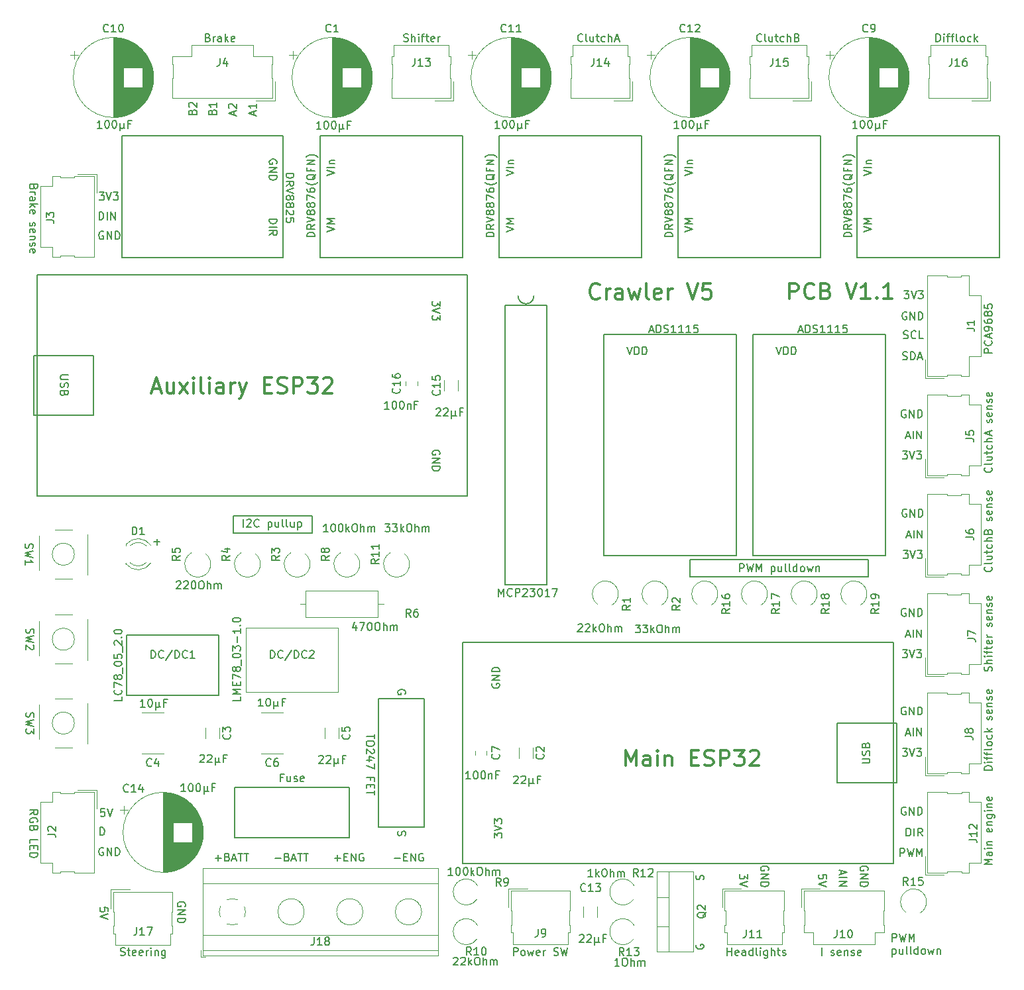
<source format=gbr>
%TF.GenerationSoftware,KiCad,Pcbnew,8.0.1*%
%TF.CreationDate,2024-08-10T06:31:29+02:00*%
%TF.ProjectId,2024-04-23 PCBV1.1,32303234-2d30-4342-9d32-332050434256,rev?*%
%TF.SameCoordinates,Original*%
%TF.FileFunction,Legend,Top*%
%TF.FilePolarity,Positive*%
%FSLAX46Y46*%
G04 Gerber Fmt 4.6, Leading zero omitted, Abs format (unit mm)*
G04 Created by KiCad (PCBNEW 8.0.1) date 2024-08-10 06:31:29*
%MOMM*%
%LPD*%
G01*
G04 APERTURE LIST*
%ADD10C,0.150000*%
%ADD11C,0.300000*%
%ADD12C,0.120000*%
%ADD13C,0.100000*%
G04 APERTURE END LIST*
D10*
X66200000Y-99200000D02*
X76200000Y-99200000D01*
X76200000Y-101400000D01*
X66200000Y-101400000D01*
X66200000Y-99200000D01*
X124500000Y-104800000D02*
X147300000Y-104800000D01*
X147300000Y-107000000D01*
X124500000Y-107000000D01*
X124500000Y-104800000D01*
X151741541Y-103669819D02*
X152360588Y-103669819D01*
X152360588Y-103669819D02*
X152027255Y-104050771D01*
X152027255Y-104050771D02*
X152170112Y-104050771D01*
X152170112Y-104050771D02*
X152265350Y-104098390D01*
X152265350Y-104098390D02*
X152312969Y-104146009D01*
X152312969Y-104146009D02*
X152360588Y-104241247D01*
X152360588Y-104241247D02*
X152360588Y-104479342D01*
X152360588Y-104479342D02*
X152312969Y-104574580D01*
X152312969Y-104574580D02*
X152265350Y-104622200D01*
X152265350Y-104622200D02*
X152170112Y-104669819D01*
X152170112Y-104669819D02*
X151884398Y-104669819D01*
X151884398Y-104669819D02*
X151789160Y-104622200D01*
X151789160Y-104622200D02*
X151741541Y-104574580D01*
X152646303Y-103669819D02*
X152979636Y-104669819D01*
X152979636Y-104669819D02*
X153312969Y-103669819D01*
X153551065Y-103669819D02*
X154170112Y-103669819D01*
X154170112Y-103669819D02*
X153836779Y-104050771D01*
X153836779Y-104050771D02*
X153979636Y-104050771D01*
X153979636Y-104050771D02*
X154074874Y-104098390D01*
X154074874Y-104098390D02*
X154122493Y-104146009D01*
X154122493Y-104146009D02*
X154170112Y-104241247D01*
X154170112Y-104241247D02*
X154170112Y-104479342D01*
X154170112Y-104479342D02*
X154122493Y-104574580D01*
X154122493Y-104574580D02*
X154074874Y-104622200D01*
X154074874Y-104622200D02*
X153979636Y-104669819D01*
X153979636Y-104669819D02*
X153693922Y-104669819D01*
X153693922Y-104669819D02*
X153598684Y-104622200D01*
X153598684Y-104622200D02*
X153551065Y-104574580D01*
X69960588Y-123569819D02*
X69389160Y-123569819D01*
X69674874Y-123569819D02*
X69674874Y-122569819D01*
X69674874Y-122569819D02*
X69579636Y-122712676D01*
X69579636Y-122712676D02*
X69484398Y-122807914D01*
X69484398Y-122807914D02*
X69389160Y-122855533D01*
X70579636Y-122569819D02*
X70674874Y-122569819D01*
X70674874Y-122569819D02*
X70770112Y-122617438D01*
X70770112Y-122617438D02*
X70817731Y-122665057D01*
X70817731Y-122665057D02*
X70865350Y-122760295D01*
X70865350Y-122760295D02*
X70912969Y-122950771D01*
X70912969Y-122950771D02*
X70912969Y-123188866D01*
X70912969Y-123188866D02*
X70865350Y-123379342D01*
X70865350Y-123379342D02*
X70817731Y-123474580D01*
X70817731Y-123474580D02*
X70770112Y-123522200D01*
X70770112Y-123522200D02*
X70674874Y-123569819D01*
X70674874Y-123569819D02*
X70579636Y-123569819D01*
X70579636Y-123569819D02*
X70484398Y-123522200D01*
X70484398Y-123522200D02*
X70436779Y-123474580D01*
X70436779Y-123474580D02*
X70389160Y-123379342D01*
X70389160Y-123379342D02*
X70341541Y-123188866D01*
X70341541Y-123188866D02*
X70341541Y-122950771D01*
X70341541Y-122950771D02*
X70389160Y-122760295D01*
X70389160Y-122760295D02*
X70436779Y-122665057D01*
X70436779Y-122665057D02*
X70484398Y-122617438D01*
X70484398Y-122617438D02*
X70579636Y-122569819D01*
X71341541Y-122903152D02*
X71341541Y-123903152D01*
X71817731Y-123426961D02*
X71865350Y-123522200D01*
X71865350Y-123522200D02*
X71960588Y-123569819D01*
X71341541Y-123426961D02*
X71389160Y-123522200D01*
X71389160Y-123522200D02*
X71484398Y-123569819D01*
X71484398Y-123569819D02*
X71674874Y-123569819D01*
X71674874Y-123569819D02*
X71770112Y-123522200D01*
X71770112Y-123522200D02*
X71817731Y-123426961D01*
X71817731Y-123426961D02*
X71817731Y-122903152D01*
X72722493Y-123046009D02*
X72389160Y-123046009D01*
X72389160Y-123569819D02*
X72389160Y-122569819D01*
X72389160Y-122569819D02*
X72865350Y-122569819D01*
X49136779Y-140069819D02*
X49136779Y-139069819D01*
X49136779Y-139069819D02*
X49374874Y-139069819D01*
X49374874Y-139069819D02*
X49517731Y-139117438D01*
X49517731Y-139117438D02*
X49612969Y-139212676D01*
X49612969Y-139212676D02*
X49660588Y-139307914D01*
X49660588Y-139307914D02*
X49708207Y-139498390D01*
X49708207Y-139498390D02*
X49708207Y-139641247D01*
X49708207Y-139641247D02*
X49660588Y-139831723D01*
X49660588Y-139831723D02*
X49612969Y-139926961D01*
X49612969Y-139926961D02*
X49517731Y-140022200D01*
X49517731Y-140022200D02*
X49374874Y-140069819D01*
X49374874Y-140069819D02*
X49136779Y-140069819D01*
X123060588Y-49669819D02*
X122489160Y-49669819D01*
X122774874Y-49669819D02*
X122774874Y-48669819D01*
X122774874Y-48669819D02*
X122679636Y-48812676D01*
X122679636Y-48812676D02*
X122584398Y-48907914D01*
X122584398Y-48907914D02*
X122489160Y-48955533D01*
X123679636Y-48669819D02*
X123774874Y-48669819D01*
X123774874Y-48669819D02*
X123870112Y-48717438D01*
X123870112Y-48717438D02*
X123917731Y-48765057D01*
X123917731Y-48765057D02*
X123965350Y-48860295D01*
X123965350Y-48860295D02*
X124012969Y-49050771D01*
X124012969Y-49050771D02*
X124012969Y-49288866D01*
X124012969Y-49288866D02*
X123965350Y-49479342D01*
X123965350Y-49479342D02*
X123917731Y-49574580D01*
X123917731Y-49574580D02*
X123870112Y-49622200D01*
X123870112Y-49622200D02*
X123774874Y-49669819D01*
X123774874Y-49669819D02*
X123679636Y-49669819D01*
X123679636Y-49669819D02*
X123584398Y-49622200D01*
X123584398Y-49622200D02*
X123536779Y-49574580D01*
X123536779Y-49574580D02*
X123489160Y-49479342D01*
X123489160Y-49479342D02*
X123441541Y-49288866D01*
X123441541Y-49288866D02*
X123441541Y-49050771D01*
X123441541Y-49050771D02*
X123489160Y-48860295D01*
X123489160Y-48860295D02*
X123536779Y-48765057D01*
X123536779Y-48765057D02*
X123584398Y-48717438D01*
X123584398Y-48717438D02*
X123679636Y-48669819D01*
X124632017Y-48669819D02*
X124727255Y-48669819D01*
X124727255Y-48669819D02*
X124822493Y-48717438D01*
X124822493Y-48717438D02*
X124870112Y-48765057D01*
X124870112Y-48765057D02*
X124917731Y-48860295D01*
X124917731Y-48860295D02*
X124965350Y-49050771D01*
X124965350Y-49050771D02*
X124965350Y-49288866D01*
X124965350Y-49288866D02*
X124917731Y-49479342D01*
X124917731Y-49479342D02*
X124870112Y-49574580D01*
X124870112Y-49574580D02*
X124822493Y-49622200D01*
X124822493Y-49622200D02*
X124727255Y-49669819D01*
X124727255Y-49669819D02*
X124632017Y-49669819D01*
X124632017Y-49669819D02*
X124536779Y-49622200D01*
X124536779Y-49622200D02*
X124489160Y-49574580D01*
X124489160Y-49574580D02*
X124441541Y-49479342D01*
X124441541Y-49479342D02*
X124393922Y-49288866D01*
X124393922Y-49288866D02*
X124393922Y-49050771D01*
X124393922Y-49050771D02*
X124441541Y-48860295D01*
X124441541Y-48860295D02*
X124489160Y-48765057D01*
X124489160Y-48765057D02*
X124536779Y-48717438D01*
X124536779Y-48717438D02*
X124632017Y-48669819D01*
X125393922Y-49003152D02*
X125393922Y-50003152D01*
X125870112Y-49526961D02*
X125917731Y-49622200D01*
X125917731Y-49622200D02*
X126012969Y-49669819D01*
X125393922Y-49526961D02*
X125441541Y-49622200D01*
X125441541Y-49622200D02*
X125536779Y-49669819D01*
X125536779Y-49669819D02*
X125727255Y-49669819D01*
X125727255Y-49669819D02*
X125822493Y-49622200D01*
X125822493Y-49622200D02*
X125870112Y-49526961D01*
X125870112Y-49526961D02*
X125870112Y-49003152D01*
X126774874Y-49146009D02*
X126441541Y-49146009D01*
X126441541Y-49669819D02*
X126441541Y-48669819D01*
X126441541Y-48669819D02*
X126917731Y-48669819D01*
X101961779Y-155444819D02*
X101961779Y-154444819D01*
X101961779Y-154444819D02*
X102342731Y-154444819D01*
X102342731Y-154444819D02*
X102437969Y-154492438D01*
X102437969Y-154492438D02*
X102485588Y-154540057D01*
X102485588Y-154540057D02*
X102533207Y-154635295D01*
X102533207Y-154635295D02*
X102533207Y-154778152D01*
X102533207Y-154778152D02*
X102485588Y-154873390D01*
X102485588Y-154873390D02*
X102437969Y-154921009D01*
X102437969Y-154921009D02*
X102342731Y-154968628D01*
X102342731Y-154968628D02*
X101961779Y-154968628D01*
X103104636Y-155444819D02*
X103009398Y-155397200D01*
X103009398Y-155397200D02*
X102961779Y-155349580D01*
X102961779Y-155349580D02*
X102914160Y-155254342D01*
X102914160Y-155254342D02*
X102914160Y-154968628D01*
X102914160Y-154968628D02*
X102961779Y-154873390D01*
X102961779Y-154873390D02*
X103009398Y-154825771D01*
X103009398Y-154825771D02*
X103104636Y-154778152D01*
X103104636Y-154778152D02*
X103247493Y-154778152D01*
X103247493Y-154778152D02*
X103342731Y-154825771D01*
X103342731Y-154825771D02*
X103390350Y-154873390D01*
X103390350Y-154873390D02*
X103437969Y-154968628D01*
X103437969Y-154968628D02*
X103437969Y-155254342D01*
X103437969Y-155254342D02*
X103390350Y-155349580D01*
X103390350Y-155349580D02*
X103342731Y-155397200D01*
X103342731Y-155397200D02*
X103247493Y-155444819D01*
X103247493Y-155444819D02*
X103104636Y-155444819D01*
X103771303Y-154778152D02*
X103961779Y-155444819D01*
X103961779Y-155444819D02*
X104152255Y-154968628D01*
X104152255Y-154968628D02*
X104342731Y-155444819D01*
X104342731Y-155444819D02*
X104533207Y-154778152D01*
X105295112Y-155397200D02*
X105199874Y-155444819D01*
X105199874Y-155444819D02*
X105009398Y-155444819D01*
X105009398Y-155444819D02*
X104914160Y-155397200D01*
X104914160Y-155397200D02*
X104866541Y-155301961D01*
X104866541Y-155301961D02*
X104866541Y-154921009D01*
X104866541Y-154921009D02*
X104914160Y-154825771D01*
X104914160Y-154825771D02*
X105009398Y-154778152D01*
X105009398Y-154778152D02*
X105199874Y-154778152D01*
X105199874Y-154778152D02*
X105295112Y-154825771D01*
X105295112Y-154825771D02*
X105342731Y-154921009D01*
X105342731Y-154921009D02*
X105342731Y-155016247D01*
X105342731Y-155016247D02*
X104866541Y-155111485D01*
X105771303Y-155444819D02*
X105771303Y-154778152D01*
X105771303Y-154968628D02*
X105818922Y-154873390D01*
X105818922Y-154873390D02*
X105866541Y-154825771D01*
X105866541Y-154825771D02*
X105961779Y-154778152D01*
X105961779Y-154778152D02*
X106057017Y-154778152D01*
X107104637Y-155397200D02*
X107247494Y-155444819D01*
X107247494Y-155444819D02*
X107485589Y-155444819D01*
X107485589Y-155444819D02*
X107580827Y-155397200D01*
X107580827Y-155397200D02*
X107628446Y-155349580D01*
X107628446Y-155349580D02*
X107676065Y-155254342D01*
X107676065Y-155254342D02*
X107676065Y-155159104D01*
X107676065Y-155159104D02*
X107628446Y-155063866D01*
X107628446Y-155063866D02*
X107580827Y-155016247D01*
X107580827Y-155016247D02*
X107485589Y-154968628D01*
X107485589Y-154968628D02*
X107295113Y-154921009D01*
X107295113Y-154921009D02*
X107199875Y-154873390D01*
X107199875Y-154873390D02*
X107152256Y-154825771D01*
X107152256Y-154825771D02*
X107104637Y-154730533D01*
X107104637Y-154730533D02*
X107104637Y-154635295D01*
X107104637Y-154635295D02*
X107152256Y-154540057D01*
X107152256Y-154540057D02*
X107199875Y-154492438D01*
X107199875Y-154492438D02*
X107295113Y-154444819D01*
X107295113Y-154444819D02*
X107533208Y-154444819D01*
X107533208Y-154444819D02*
X107676065Y-154492438D01*
X108009399Y-154444819D02*
X108247494Y-155444819D01*
X108247494Y-155444819D02*
X108437970Y-154730533D01*
X108437970Y-154730533D02*
X108628446Y-155444819D01*
X108628446Y-155444819D02*
X108866542Y-154444819D01*
X152189160Y-101784104D02*
X152665350Y-101784104D01*
X152093922Y-102069819D02*
X152427255Y-101069819D01*
X152427255Y-101069819D02*
X152760588Y-102069819D01*
X153093922Y-102069819D02*
X153093922Y-101069819D01*
X153570112Y-102069819D02*
X153570112Y-101069819D01*
X153570112Y-101069819D02*
X154141540Y-102069819D01*
X154141540Y-102069819D02*
X154141540Y-101069819D01*
X145860588Y-49669819D02*
X145289160Y-49669819D01*
X145574874Y-49669819D02*
X145574874Y-48669819D01*
X145574874Y-48669819D02*
X145479636Y-48812676D01*
X145479636Y-48812676D02*
X145384398Y-48907914D01*
X145384398Y-48907914D02*
X145289160Y-48955533D01*
X146479636Y-48669819D02*
X146574874Y-48669819D01*
X146574874Y-48669819D02*
X146670112Y-48717438D01*
X146670112Y-48717438D02*
X146717731Y-48765057D01*
X146717731Y-48765057D02*
X146765350Y-48860295D01*
X146765350Y-48860295D02*
X146812969Y-49050771D01*
X146812969Y-49050771D02*
X146812969Y-49288866D01*
X146812969Y-49288866D02*
X146765350Y-49479342D01*
X146765350Y-49479342D02*
X146717731Y-49574580D01*
X146717731Y-49574580D02*
X146670112Y-49622200D01*
X146670112Y-49622200D02*
X146574874Y-49669819D01*
X146574874Y-49669819D02*
X146479636Y-49669819D01*
X146479636Y-49669819D02*
X146384398Y-49622200D01*
X146384398Y-49622200D02*
X146336779Y-49574580D01*
X146336779Y-49574580D02*
X146289160Y-49479342D01*
X146289160Y-49479342D02*
X146241541Y-49288866D01*
X146241541Y-49288866D02*
X146241541Y-49050771D01*
X146241541Y-49050771D02*
X146289160Y-48860295D01*
X146289160Y-48860295D02*
X146336779Y-48765057D01*
X146336779Y-48765057D02*
X146384398Y-48717438D01*
X146384398Y-48717438D02*
X146479636Y-48669819D01*
X147432017Y-48669819D02*
X147527255Y-48669819D01*
X147527255Y-48669819D02*
X147622493Y-48717438D01*
X147622493Y-48717438D02*
X147670112Y-48765057D01*
X147670112Y-48765057D02*
X147717731Y-48860295D01*
X147717731Y-48860295D02*
X147765350Y-49050771D01*
X147765350Y-49050771D02*
X147765350Y-49288866D01*
X147765350Y-49288866D02*
X147717731Y-49479342D01*
X147717731Y-49479342D02*
X147670112Y-49574580D01*
X147670112Y-49574580D02*
X147622493Y-49622200D01*
X147622493Y-49622200D02*
X147527255Y-49669819D01*
X147527255Y-49669819D02*
X147432017Y-49669819D01*
X147432017Y-49669819D02*
X147336779Y-49622200D01*
X147336779Y-49622200D02*
X147289160Y-49574580D01*
X147289160Y-49574580D02*
X147241541Y-49479342D01*
X147241541Y-49479342D02*
X147193922Y-49288866D01*
X147193922Y-49288866D02*
X147193922Y-49050771D01*
X147193922Y-49050771D02*
X147241541Y-48860295D01*
X147241541Y-48860295D02*
X147289160Y-48765057D01*
X147289160Y-48765057D02*
X147336779Y-48717438D01*
X147336779Y-48717438D02*
X147432017Y-48669819D01*
X148193922Y-49003152D02*
X148193922Y-50003152D01*
X148670112Y-49526961D02*
X148717731Y-49622200D01*
X148717731Y-49622200D02*
X148812969Y-49669819D01*
X148193922Y-49526961D02*
X148241541Y-49622200D01*
X148241541Y-49622200D02*
X148336779Y-49669819D01*
X148336779Y-49669819D02*
X148527255Y-49669819D01*
X148527255Y-49669819D02*
X148622493Y-49622200D01*
X148622493Y-49622200D02*
X148670112Y-49526961D01*
X148670112Y-49526961D02*
X148670112Y-49003152D01*
X149574874Y-49146009D02*
X149241541Y-49146009D01*
X149241541Y-49669819D02*
X149241541Y-48669819D01*
X149241541Y-48669819D02*
X149717731Y-48669819D01*
X71456779Y-142998866D02*
X72218684Y-142998866D01*
X73028207Y-142856009D02*
X73171064Y-142903628D01*
X73171064Y-142903628D02*
X73218683Y-142951247D01*
X73218683Y-142951247D02*
X73266302Y-143046485D01*
X73266302Y-143046485D02*
X73266302Y-143189342D01*
X73266302Y-143189342D02*
X73218683Y-143284580D01*
X73218683Y-143284580D02*
X73171064Y-143332200D01*
X73171064Y-143332200D02*
X73075826Y-143379819D01*
X73075826Y-143379819D02*
X72694874Y-143379819D01*
X72694874Y-143379819D02*
X72694874Y-142379819D01*
X72694874Y-142379819D02*
X73028207Y-142379819D01*
X73028207Y-142379819D02*
X73123445Y-142427438D01*
X73123445Y-142427438D02*
X73171064Y-142475057D01*
X73171064Y-142475057D02*
X73218683Y-142570295D01*
X73218683Y-142570295D02*
X73218683Y-142665533D01*
X73218683Y-142665533D02*
X73171064Y-142760771D01*
X73171064Y-142760771D02*
X73123445Y-142808390D01*
X73123445Y-142808390D02*
X73028207Y-142856009D01*
X73028207Y-142856009D02*
X72694874Y-142856009D01*
X73647255Y-143094104D02*
X74123445Y-143094104D01*
X73552017Y-143379819D02*
X73885350Y-142379819D01*
X73885350Y-142379819D02*
X74218683Y-143379819D01*
X74409160Y-142379819D02*
X74980588Y-142379819D01*
X74694874Y-143379819D02*
X74694874Y-142379819D01*
X75171065Y-142379819D02*
X75742493Y-142379819D01*
X75456779Y-143379819D02*
X75456779Y-142379819D01*
X151689160Y-79222200D02*
X151832017Y-79269819D01*
X151832017Y-79269819D02*
X152070112Y-79269819D01*
X152070112Y-79269819D02*
X152165350Y-79222200D01*
X152165350Y-79222200D02*
X152212969Y-79174580D01*
X152212969Y-79174580D02*
X152260588Y-79079342D01*
X152260588Y-79079342D02*
X152260588Y-78984104D01*
X152260588Y-78984104D02*
X152212969Y-78888866D01*
X152212969Y-78888866D02*
X152165350Y-78841247D01*
X152165350Y-78841247D02*
X152070112Y-78793628D01*
X152070112Y-78793628D02*
X151879636Y-78746009D01*
X151879636Y-78746009D02*
X151784398Y-78698390D01*
X151784398Y-78698390D02*
X151736779Y-78650771D01*
X151736779Y-78650771D02*
X151689160Y-78555533D01*
X151689160Y-78555533D02*
X151689160Y-78460295D01*
X151689160Y-78460295D02*
X151736779Y-78365057D01*
X151736779Y-78365057D02*
X151784398Y-78317438D01*
X151784398Y-78317438D02*
X151879636Y-78269819D01*
X151879636Y-78269819D02*
X152117731Y-78269819D01*
X152117731Y-78269819D02*
X152260588Y-78317438D01*
X152689160Y-79269819D02*
X152689160Y-78269819D01*
X152689160Y-78269819D02*
X152927255Y-78269819D01*
X152927255Y-78269819D02*
X153070112Y-78317438D01*
X153070112Y-78317438D02*
X153165350Y-78412676D01*
X153165350Y-78412676D02*
X153212969Y-78507914D01*
X153212969Y-78507914D02*
X153260588Y-78698390D01*
X153260588Y-78698390D02*
X153260588Y-78841247D01*
X153260588Y-78841247D02*
X153212969Y-79031723D01*
X153212969Y-79031723D02*
X153165350Y-79126961D01*
X153165350Y-79126961D02*
X153070112Y-79222200D01*
X153070112Y-79222200D02*
X152927255Y-79269819D01*
X152927255Y-79269819D02*
X152689160Y-79269819D01*
X153641541Y-78984104D02*
X154117731Y-78984104D01*
X153546303Y-79269819D02*
X153879636Y-78269819D01*
X153879636Y-78269819D02*
X154212969Y-79269819D01*
X151641541Y-128969819D02*
X152260588Y-128969819D01*
X152260588Y-128969819D02*
X151927255Y-129350771D01*
X151927255Y-129350771D02*
X152070112Y-129350771D01*
X152070112Y-129350771D02*
X152165350Y-129398390D01*
X152165350Y-129398390D02*
X152212969Y-129446009D01*
X152212969Y-129446009D02*
X152260588Y-129541247D01*
X152260588Y-129541247D02*
X152260588Y-129779342D01*
X152260588Y-129779342D02*
X152212969Y-129874580D01*
X152212969Y-129874580D02*
X152165350Y-129922200D01*
X152165350Y-129922200D02*
X152070112Y-129969819D01*
X152070112Y-129969819D02*
X151784398Y-129969819D01*
X151784398Y-129969819D02*
X151689160Y-129922200D01*
X151689160Y-129922200D02*
X151641541Y-129874580D01*
X152546303Y-128969819D02*
X152879636Y-129969819D01*
X152879636Y-129969819D02*
X153212969Y-128969819D01*
X153451065Y-128969819D02*
X154070112Y-128969819D01*
X154070112Y-128969819D02*
X153736779Y-129350771D01*
X153736779Y-129350771D02*
X153879636Y-129350771D01*
X153879636Y-129350771D02*
X153974874Y-129398390D01*
X153974874Y-129398390D02*
X154022493Y-129446009D01*
X154022493Y-129446009D02*
X154070112Y-129541247D01*
X154070112Y-129541247D02*
X154070112Y-129779342D01*
X154070112Y-129779342D02*
X154022493Y-129874580D01*
X154022493Y-129874580D02*
X153974874Y-129922200D01*
X153974874Y-129922200D02*
X153879636Y-129969819D01*
X153879636Y-129969819D02*
X153593922Y-129969819D01*
X153593922Y-129969819D02*
X153498684Y-129922200D01*
X153498684Y-129922200D02*
X153451065Y-129874580D01*
X117541541Y-113169819D02*
X118160588Y-113169819D01*
X118160588Y-113169819D02*
X117827255Y-113550771D01*
X117827255Y-113550771D02*
X117970112Y-113550771D01*
X117970112Y-113550771D02*
X118065350Y-113598390D01*
X118065350Y-113598390D02*
X118112969Y-113646009D01*
X118112969Y-113646009D02*
X118160588Y-113741247D01*
X118160588Y-113741247D02*
X118160588Y-113979342D01*
X118160588Y-113979342D02*
X118112969Y-114074580D01*
X118112969Y-114074580D02*
X118065350Y-114122200D01*
X118065350Y-114122200D02*
X117970112Y-114169819D01*
X117970112Y-114169819D02*
X117684398Y-114169819D01*
X117684398Y-114169819D02*
X117589160Y-114122200D01*
X117589160Y-114122200D02*
X117541541Y-114074580D01*
X118493922Y-113169819D02*
X119112969Y-113169819D01*
X119112969Y-113169819D02*
X118779636Y-113550771D01*
X118779636Y-113550771D02*
X118922493Y-113550771D01*
X118922493Y-113550771D02*
X119017731Y-113598390D01*
X119017731Y-113598390D02*
X119065350Y-113646009D01*
X119065350Y-113646009D02*
X119112969Y-113741247D01*
X119112969Y-113741247D02*
X119112969Y-113979342D01*
X119112969Y-113979342D02*
X119065350Y-114074580D01*
X119065350Y-114074580D02*
X119017731Y-114122200D01*
X119017731Y-114122200D02*
X118922493Y-114169819D01*
X118922493Y-114169819D02*
X118636779Y-114169819D01*
X118636779Y-114169819D02*
X118541541Y-114122200D01*
X118541541Y-114122200D02*
X118493922Y-114074580D01*
X119541541Y-114169819D02*
X119541541Y-113169819D01*
X119636779Y-113788866D02*
X119922493Y-114169819D01*
X119922493Y-113503152D02*
X119541541Y-113884104D01*
X120541541Y-113169819D02*
X120732017Y-113169819D01*
X120732017Y-113169819D02*
X120827255Y-113217438D01*
X120827255Y-113217438D02*
X120922493Y-113312676D01*
X120922493Y-113312676D02*
X120970112Y-113503152D01*
X120970112Y-113503152D02*
X120970112Y-113836485D01*
X120970112Y-113836485D02*
X120922493Y-114026961D01*
X120922493Y-114026961D02*
X120827255Y-114122200D01*
X120827255Y-114122200D02*
X120732017Y-114169819D01*
X120732017Y-114169819D02*
X120541541Y-114169819D01*
X120541541Y-114169819D02*
X120446303Y-114122200D01*
X120446303Y-114122200D02*
X120351065Y-114026961D01*
X120351065Y-114026961D02*
X120303446Y-113836485D01*
X120303446Y-113836485D02*
X120303446Y-113503152D01*
X120303446Y-113503152D02*
X120351065Y-113312676D01*
X120351065Y-113312676D02*
X120446303Y-113217438D01*
X120446303Y-113217438D02*
X120541541Y-113169819D01*
X121398684Y-114169819D02*
X121398684Y-113169819D01*
X121827255Y-114169819D02*
X121827255Y-113646009D01*
X121827255Y-113646009D02*
X121779636Y-113550771D01*
X121779636Y-113550771D02*
X121684398Y-113503152D01*
X121684398Y-113503152D02*
X121541541Y-113503152D01*
X121541541Y-113503152D02*
X121446303Y-113550771D01*
X121446303Y-113550771D02*
X121398684Y-113598390D01*
X122303446Y-114169819D02*
X122303446Y-113503152D01*
X122303446Y-113598390D02*
X122351065Y-113550771D01*
X122351065Y-113550771D02*
X122446303Y-113503152D01*
X122446303Y-113503152D02*
X122589160Y-113503152D01*
X122589160Y-113503152D02*
X122684398Y-113550771D01*
X122684398Y-113550771D02*
X122732017Y-113646009D01*
X122732017Y-113646009D02*
X122732017Y-114169819D01*
X122732017Y-113646009D02*
X122779636Y-113550771D01*
X122779636Y-113550771D02*
X122874874Y-113503152D01*
X122874874Y-113503152D02*
X123017731Y-113503152D01*
X123017731Y-113503152D02*
X123112970Y-113550771D01*
X123112970Y-113550771D02*
X123160589Y-113646009D01*
X123160589Y-113646009D02*
X123160589Y-114169819D01*
X94205588Y-145169819D02*
X93634160Y-145169819D01*
X93919874Y-145169819D02*
X93919874Y-144169819D01*
X93919874Y-144169819D02*
X93824636Y-144312676D01*
X93824636Y-144312676D02*
X93729398Y-144407914D01*
X93729398Y-144407914D02*
X93634160Y-144455533D01*
X94824636Y-144169819D02*
X94919874Y-144169819D01*
X94919874Y-144169819D02*
X95015112Y-144217438D01*
X95015112Y-144217438D02*
X95062731Y-144265057D01*
X95062731Y-144265057D02*
X95110350Y-144360295D01*
X95110350Y-144360295D02*
X95157969Y-144550771D01*
X95157969Y-144550771D02*
X95157969Y-144788866D01*
X95157969Y-144788866D02*
X95110350Y-144979342D01*
X95110350Y-144979342D02*
X95062731Y-145074580D01*
X95062731Y-145074580D02*
X95015112Y-145122200D01*
X95015112Y-145122200D02*
X94919874Y-145169819D01*
X94919874Y-145169819D02*
X94824636Y-145169819D01*
X94824636Y-145169819D02*
X94729398Y-145122200D01*
X94729398Y-145122200D02*
X94681779Y-145074580D01*
X94681779Y-145074580D02*
X94634160Y-144979342D01*
X94634160Y-144979342D02*
X94586541Y-144788866D01*
X94586541Y-144788866D02*
X94586541Y-144550771D01*
X94586541Y-144550771D02*
X94634160Y-144360295D01*
X94634160Y-144360295D02*
X94681779Y-144265057D01*
X94681779Y-144265057D02*
X94729398Y-144217438D01*
X94729398Y-144217438D02*
X94824636Y-144169819D01*
X95777017Y-144169819D02*
X95872255Y-144169819D01*
X95872255Y-144169819D02*
X95967493Y-144217438D01*
X95967493Y-144217438D02*
X96015112Y-144265057D01*
X96015112Y-144265057D02*
X96062731Y-144360295D01*
X96062731Y-144360295D02*
X96110350Y-144550771D01*
X96110350Y-144550771D02*
X96110350Y-144788866D01*
X96110350Y-144788866D02*
X96062731Y-144979342D01*
X96062731Y-144979342D02*
X96015112Y-145074580D01*
X96015112Y-145074580D02*
X95967493Y-145122200D01*
X95967493Y-145122200D02*
X95872255Y-145169819D01*
X95872255Y-145169819D02*
X95777017Y-145169819D01*
X95777017Y-145169819D02*
X95681779Y-145122200D01*
X95681779Y-145122200D02*
X95634160Y-145074580D01*
X95634160Y-145074580D02*
X95586541Y-144979342D01*
X95586541Y-144979342D02*
X95538922Y-144788866D01*
X95538922Y-144788866D02*
X95538922Y-144550771D01*
X95538922Y-144550771D02*
X95586541Y-144360295D01*
X95586541Y-144360295D02*
X95634160Y-144265057D01*
X95634160Y-144265057D02*
X95681779Y-144217438D01*
X95681779Y-144217438D02*
X95777017Y-144169819D01*
X96538922Y-145169819D02*
X96538922Y-144169819D01*
X96634160Y-144788866D02*
X96919874Y-145169819D01*
X96919874Y-144503152D02*
X96538922Y-144884104D01*
X97538922Y-144169819D02*
X97729398Y-144169819D01*
X97729398Y-144169819D02*
X97824636Y-144217438D01*
X97824636Y-144217438D02*
X97919874Y-144312676D01*
X97919874Y-144312676D02*
X97967493Y-144503152D01*
X97967493Y-144503152D02*
X97967493Y-144836485D01*
X97967493Y-144836485D02*
X97919874Y-145026961D01*
X97919874Y-145026961D02*
X97824636Y-145122200D01*
X97824636Y-145122200D02*
X97729398Y-145169819D01*
X97729398Y-145169819D02*
X97538922Y-145169819D01*
X97538922Y-145169819D02*
X97443684Y-145122200D01*
X97443684Y-145122200D02*
X97348446Y-145026961D01*
X97348446Y-145026961D02*
X97300827Y-144836485D01*
X97300827Y-144836485D02*
X97300827Y-144503152D01*
X97300827Y-144503152D02*
X97348446Y-144312676D01*
X97348446Y-144312676D02*
X97443684Y-144217438D01*
X97443684Y-144217438D02*
X97538922Y-144169819D01*
X98396065Y-145169819D02*
X98396065Y-144169819D01*
X98824636Y-145169819D02*
X98824636Y-144646009D01*
X98824636Y-144646009D02*
X98777017Y-144550771D01*
X98777017Y-144550771D02*
X98681779Y-144503152D01*
X98681779Y-144503152D02*
X98538922Y-144503152D01*
X98538922Y-144503152D02*
X98443684Y-144550771D01*
X98443684Y-144550771D02*
X98396065Y-144598390D01*
X99300827Y-145169819D02*
X99300827Y-144503152D01*
X99300827Y-144598390D02*
X99348446Y-144550771D01*
X99348446Y-144550771D02*
X99443684Y-144503152D01*
X99443684Y-144503152D02*
X99586541Y-144503152D01*
X99586541Y-144503152D02*
X99681779Y-144550771D01*
X99681779Y-144550771D02*
X99729398Y-144646009D01*
X99729398Y-144646009D02*
X99729398Y-145169819D01*
X99729398Y-144646009D02*
X99777017Y-144550771D01*
X99777017Y-144550771D02*
X99872255Y-144503152D01*
X99872255Y-144503152D02*
X100015112Y-144503152D01*
X100015112Y-144503152D02*
X100110351Y-144550771D01*
X100110351Y-144550771D02*
X100157970Y-144646009D01*
X100157970Y-144646009D02*
X100157970Y-145169819D01*
X49712969Y-136669819D02*
X49236779Y-136669819D01*
X49236779Y-136669819D02*
X49189160Y-137146009D01*
X49189160Y-137146009D02*
X49236779Y-137098390D01*
X49236779Y-137098390D02*
X49332017Y-137050771D01*
X49332017Y-137050771D02*
X49570112Y-137050771D01*
X49570112Y-137050771D02*
X49665350Y-137098390D01*
X49665350Y-137098390D02*
X49712969Y-137146009D01*
X49712969Y-137146009D02*
X49760588Y-137241247D01*
X49760588Y-137241247D02*
X49760588Y-137479342D01*
X49760588Y-137479342D02*
X49712969Y-137574580D01*
X49712969Y-137574580D02*
X49665350Y-137622200D01*
X49665350Y-137622200D02*
X49570112Y-137669819D01*
X49570112Y-137669819D02*
X49332017Y-137669819D01*
X49332017Y-137669819D02*
X49236779Y-137622200D01*
X49236779Y-137622200D02*
X49189160Y-137574580D01*
X50046303Y-136669819D02*
X50379636Y-137669819D01*
X50379636Y-137669819D02*
X50712969Y-136669819D01*
X86696779Y-142998866D02*
X87458684Y-142998866D01*
X87934874Y-142856009D02*
X88268207Y-142856009D01*
X88411064Y-143379819D02*
X87934874Y-143379819D01*
X87934874Y-143379819D02*
X87934874Y-142379819D01*
X87934874Y-142379819D02*
X88411064Y-142379819D01*
X88839636Y-143379819D02*
X88839636Y-142379819D01*
X88839636Y-142379819D02*
X89411064Y-143379819D01*
X89411064Y-143379819D02*
X89411064Y-142379819D01*
X90411064Y-142427438D02*
X90315826Y-142379819D01*
X90315826Y-142379819D02*
X90172969Y-142379819D01*
X90172969Y-142379819D02*
X90030112Y-142427438D01*
X90030112Y-142427438D02*
X89934874Y-142522676D01*
X89934874Y-142522676D02*
X89887255Y-142617914D01*
X89887255Y-142617914D02*
X89839636Y-142808390D01*
X89839636Y-142808390D02*
X89839636Y-142951247D01*
X89839636Y-142951247D02*
X89887255Y-143141723D01*
X89887255Y-143141723D02*
X89934874Y-143236961D01*
X89934874Y-143236961D02*
X90030112Y-143332200D01*
X90030112Y-143332200D02*
X90172969Y-143379819D01*
X90172969Y-143379819D02*
X90268207Y-143379819D01*
X90268207Y-143379819D02*
X90411064Y-143332200D01*
X90411064Y-143332200D02*
X90458683Y-143284580D01*
X90458683Y-143284580D02*
X90458683Y-142951247D01*
X90458683Y-142951247D02*
X90268207Y-142951247D01*
X112060588Y-145369819D02*
X111489160Y-145369819D01*
X111774874Y-145369819D02*
X111774874Y-144369819D01*
X111774874Y-144369819D02*
X111679636Y-144512676D01*
X111679636Y-144512676D02*
X111584398Y-144607914D01*
X111584398Y-144607914D02*
X111489160Y-144655533D01*
X112489160Y-145369819D02*
X112489160Y-144369819D01*
X112584398Y-144988866D02*
X112870112Y-145369819D01*
X112870112Y-144703152D02*
X112489160Y-145084104D01*
X113489160Y-144369819D02*
X113679636Y-144369819D01*
X113679636Y-144369819D02*
X113774874Y-144417438D01*
X113774874Y-144417438D02*
X113870112Y-144512676D01*
X113870112Y-144512676D02*
X113917731Y-144703152D01*
X113917731Y-144703152D02*
X113917731Y-145036485D01*
X113917731Y-145036485D02*
X113870112Y-145226961D01*
X113870112Y-145226961D02*
X113774874Y-145322200D01*
X113774874Y-145322200D02*
X113679636Y-145369819D01*
X113679636Y-145369819D02*
X113489160Y-145369819D01*
X113489160Y-145369819D02*
X113393922Y-145322200D01*
X113393922Y-145322200D02*
X113298684Y-145226961D01*
X113298684Y-145226961D02*
X113251065Y-145036485D01*
X113251065Y-145036485D02*
X113251065Y-144703152D01*
X113251065Y-144703152D02*
X113298684Y-144512676D01*
X113298684Y-144512676D02*
X113393922Y-144417438D01*
X113393922Y-144417438D02*
X113489160Y-144369819D01*
X114346303Y-145369819D02*
X114346303Y-144369819D01*
X114774874Y-145369819D02*
X114774874Y-144846009D01*
X114774874Y-144846009D02*
X114727255Y-144750771D01*
X114727255Y-144750771D02*
X114632017Y-144703152D01*
X114632017Y-144703152D02*
X114489160Y-144703152D01*
X114489160Y-144703152D02*
X114393922Y-144750771D01*
X114393922Y-144750771D02*
X114346303Y-144798390D01*
X115251065Y-145369819D02*
X115251065Y-144703152D01*
X115251065Y-144798390D02*
X115298684Y-144750771D01*
X115298684Y-144750771D02*
X115393922Y-144703152D01*
X115393922Y-144703152D02*
X115536779Y-144703152D01*
X115536779Y-144703152D02*
X115632017Y-144750771D01*
X115632017Y-144750771D02*
X115679636Y-144846009D01*
X115679636Y-144846009D02*
X115679636Y-145369819D01*
X115679636Y-144846009D02*
X115727255Y-144750771D01*
X115727255Y-144750771D02*
X115822493Y-144703152D01*
X115822493Y-144703152D02*
X115965350Y-144703152D01*
X115965350Y-144703152D02*
X116060589Y-144750771D01*
X116060589Y-144750771D02*
X116108208Y-144846009D01*
X116108208Y-144846009D02*
X116108208Y-145369819D01*
X151641541Y-116369819D02*
X152260588Y-116369819D01*
X152260588Y-116369819D02*
X151927255Y-116750771D01*
X151927255Y-116750771D02*
X152070112Y-116750771D01*
X152070112Y-116750771D02*
X152165350Y-116798390D01*
X152165350Y-116798390D02*
X152212969Y-116846009D01*
X152212969Y-116846009D02*
X152260588Y-116941247D01*
X152260588Y-116941247D02*
X152260588Y-117179342D01*
X152260588Y-117179342D02*
X152212969Y-117274580D01*
X152212969Y-117274580D02*
X152165350Y-117322200D01*
X152165350Y-117322200D02*
X152070112Y-117369819D01*
X152070112Y-117369819D02*
X151784398Y-117369819D01*
X151784398Y-117369819D02*
X151689160Y-117322200D01*
X151689160Y-117322200D02*
X151641541Y-117274580D01*
X152546303Y-116369819D02*
X152879636Y-117369819D01*
X152879636Y-117369819D02*
X153212969Y-116369819D01*
X153451065Y-116369819D02*
X154070112Y-116369819D01*
X154070112Y-116369819D02*
X153736779Y-116750771D01*
X153736779Y-116750771D02*
X153879636Y-116750771D01*
X153879636Y-116750771D02*
X153974874Y-116798390D01*
X153974874Y-116798390D02*
X154022493Y-116846009D01*
X154022493Y-116846009D02*
X154070112Y-116941247D01*
X154070112Y-116941247D02*
X154070112Y-117179342D01*
X154070112Y-117179342D02*
X154022493Y-117274580D01*
X154022493Y-117274580D02*
X153974874Y-117322200D01*
X153974874Y-117322200D02*
X153879636Y-117369819D01*
X153879636Y-117369819D02*
X153593922Y-117369819D01*
X153593922Y-117369819D02*
X153498684Y-117322200D01*
X153498684Y-117322200D02*
X153451065Y-117274580D01*
X152060588Y-85717438D02*
X151965350Y-85669819D01*
X151965350Y-85669819D02*
X151822493Y-85669819D01*
X151822493Y-85669819D02*
X151679636Y-85717438D01*
X151679636Y-85717438D02*
X151584398Y-85812676D01*
X151584398Y-85812676D02*
X151536779Y-85907914D01*
X151536779Y-85907914D02*
X151489160Y-86098390D01*
X151489160Y-86098390D02*
X151489160Y-86241247D01*
X151489160Y-86241247D02*
X151536779Y-86431723D01*
X151536779Y-86431723D02*
X151584398Y-86526961D01*
X151584398Y-86526961D02*
X151679636Y-86622200D01*
X151679636Y-86622200D02*
X151822493Y-86669819D01*
X151822493Y-86669819D02*
X151917731Y-86669819D01*
X151917731Y-86669819D02*
X152060588Y-86622200D01*
X152060588Y-86622200D02*
X152108207Y-86574580D01*
X152108207Y-86574580D02*
X152108207Y-86241247D01*
X152108207Y-86241247D02*
X151917731Y-86241247D01*
X152536779Y-86669819D02*
X152536779Y-85669819D01*
X152536779Y-85669819D02*
X153108207Y-86669819D01*
X153108207Y-86669819D02*
X153108207Y-85669819D01*
X153584398Y-86669819D02*
X153584398Y-85669819D01*
X153584398Y-85669819D02*
X153822493Y-85669819D01*
X153822493Y-85669819D02*
X153965350Y-85717438D01*
X153965350Y-85717438D02*
X154060588Y-85812676D01*
X154060588Y-85812676D02*
X154108207Y-85907914D01*
X154108207Y-85907914D02*
X154155826Y-86098390D01*
X154155826Y-86098390D02*
X154155826Y-86241247D01*
X154155826Y-86241247D02*
X154108207Y-86431723D01*
X154108207Y-86431723D02*
X154060588Y-86526961D01*
X154060588Y-86526961D02*
X153965350Y-86622200D01*
X153965350Y-86622200D02*
X153822493Y-86669819D01*
X153822493Y-86669819D02*
X153584398Y-86669819D01*
X61889160Y-129865057D02*
X61936779Y-129817438D01*
X61936779Y-129817438D02*
X62032017Y-129769819D01*
X62032017Y-129769819D02*
X62270112Y-129769819D01*
X62270112Y-129769819D02*
X62365350Y-129817438D01*
X62365350Y-129817438D02*
X62412969Y-129865057D01*
X62412969Y-129865057D02*
X62460588Y-129960295D01*
X62460588Y-129960295D02*
X62460588Y-130055533D01*
X62460588Y-130055533D02*
X62412969Y-130198390D01*
X62412969Y-130198390D02*
X61841541Y-130769819D01*
X61841541Y-130769819D02*
X62460588Y-130769819D01*
X62841541Y-129865057D02*
X62889160Y-129817438D01*
X62889160Y-129817438D02*
X62984398Y-129769819D01*
X62984398Y-129769819D02*
X63222493Y-129769819D01*
X63222493Y-129769819D02*
X63317731Y-129817438D01*
X63317731Y-129817438D02*
X63365350Y-129865057D01*
X63365350Y-129865057D02*
X63412969Y-129960295D01*
X63412969Y-129960295D02*
X63412969Y-130055533D01*
X63412969Y-130055533D02*
X63365350Y-130198390D01*
X63365350Y-130198390D02*
X62793922Y-130769819D01*
X62793922Y-130769819D02*
X63412969Y-130769819D01*
X63841541Y-130103152D02*
X63841541Y-131103152D01*
X64317731Y-130626961D02*
X64365350Y-130722200D01*
X64365350Y-130722200D02*
X64460588Y-130769819D01*
X63841541Y-130626961D02*
X63889160Y-130722200D01*
X63889160Y-130722200D02*
X63984398Y-130769819D01*
X63984398Y-130769819D02*
X64174874Y-130769819D01*
X64174874Y-130769819D02*
X64270112Y-130722200D01*
X64270112Y-130722200D02*
X64317731Y-130626961D01*
X64317731Y-130626961D02*
X64317731Y-130103152D01*
X65222493Y-130246009D02*
X64889160Y-130246009D01*
X64889160Y-130769819D02*
X64889160Y-129769819D01*
X64889160Y-129769819D02*
X65365350Y-129769819D01*
X126212200Y-145760839D02*
X126259819Y-145617982D01*
X126259819Y-145617982D02*
X126259819Y-145379887D01*
X126259819Y-145379887D02*
X126212200Y-145284649D01*
X126212200Y-145284649D02*
X126164580Y-145237030D01*
X126164580Y-145237030D02*
X126069342Y-145189411D01*
X126069342Y-145189411D02*
X125974104Y-145189411D01*
X125974104Y-145189411D02*
X125878866Y-145237030D01*
X125878866Y-145237030D02*
X125831247Y-145284649D01*
X125831247Y-145284649D02*
X125783628Y-145379887D01*
X125783628Y-145379887D02*
X125736009Y-145570363D01*
X125736009Y-145570363D02*
X125688390Y-145665601D01*
X125688390Y-145665601D02*
X125640771Y-145713220D01*
X125640771Y-145713220D02*
X125545533Y-145760839D01*
X125545533Y-145760839D02*
X125450295Y-145760839D01*
X125450295Y-145760839D02*
X125355057Y-145713220D01*
X125355057Y-145713220D02*
X125307438Y-145665601D01*
X125307438Y-145665601D02*
X125259819Y-145570363D01*
X125259819Y-145570363D02*
X125259819Y-145332268D01*
X125259819Y-145332268D02*
X125307438Y-145189411D01*
X152060588Y-111117438D02*
X151965350Y-111069819D01*
X151965350Y-111069819D02*
X151822493Y-111069819D01*
X151822493Y-111069819D02*
X151679636Y-111117438D01*
X151679636Y-111117438D02*
X151584398Y-111212676D01*
X151584398Y-111212676D02*
X151536779Y-111307914D01*
X151536779Y-111307914D02*
X151489160Y-111498390D01*
X151489160Y-111498390D02*
X151489160Y-111641247D01*
X151489160Y-111641247D02*
X151536779Y-111831723D01*
X151536779Y-111831723D02*
X151584398Y-111926961D01*
X151584398Y-111926961D02*
X151679636Y-112022200D01*
X151679636Y-112022200D02*
X151822493Y-112069819D01*
X151822493Y-112069819D02*
X151917731Y-112069819D01*
X151917731Y-112069819D02*
X152060588Y-112022200D01*
X152060588Y-112022200D02*
X152108207Y-111974580D01*
X152108207Y-111974580D02*
X152108207Y-111641247D01*
X152108207Y-111641247D02*
X151917731Y-111641247D01*
X152536779Y-112069819D02*
X152536779Y-111069819D01*
X152536779Y-111069819D02*
X153108207Y-112069819D01*
X153108207Y-112069819D02*
X153108207Y-111069819D01*
X153584398Y-112069819D02*
X153584398Y-111069819D01*
X153584398Y-111069819D02*
X153822493Y-111069819D01*
X153822493Y-111069819D02*
X153965350Y-111117438D01*
X153965350Y-111117438D02*
X154060588Y-111212676D01*
X154060588Y-111212676D02*
X154108207Y-111307914D01*
X154108207Y-111307914D02*
X154155826Y-111498390D01*
X154155826Y-111498390D02*
X154155826Y-111641247D01*
X154155826Y-111641247D02*
X154108207Y-111831723D01*
X154108207Y-111831723D02*
X154060588Y-111926961D01*
X154060588Y-111926961D02*
X153965350Y-112022200D01*
X153965350Y-112022200D02*
X153822493Y-112069819D01*
X153822493Y-112069819D02*
X153584398Y-112069819D01*
X100160588Y-49669819D02*
X99589160Y-49669819D01*
X99874874Y-49669819D02*
X99874874Y-48669819D01*
X99874874Y-48669819D02*
X99779636Y-48812676D01*
X99779636Y-48812676D02*
X99684398Y-48907914D01*
X99684398Y-48907914D02*
X99589160Y-48955533D01*
X100779636Y-48669819D02*
X100874874Y-48669819D01*
X100874874Y-48669819D02*
X100970112Y-48717438D01*
X100970112Y-48717438D02*
X101017731Y-48765057D01*
X101017731Y-48765057D02*
X101065350Y-48860295D01*
X101065350Y-48860295D02*
X101112969Y-49050771D01*
X101112969Y-49050771D02*
X101112969Y-49288866D01*
X101112969Y-49288866D02*
X101065350Y-49479342D01*
X101065350Y-49479342D02*
X101017731Y-49574580D01*
X101017731Y-49574580D02*
X100970112Y-49622200D01*
X100970112Y-49622200D02*
X100874874Y-49669819D01*
X100874874Y-49669819D02*
X100779636Y-49669819D01*
X100779636Y-49669819D02*
X100684398Y-49622200D01*
X100684398Y-49622200D02*
X100636779Y-49574580D01*
X100636779Y-49574580D02*
X100589160Y-49479342D01*
X100589160Y-49479342D02*
X100541541Y-49288866D01*
X100541541Y-49288866D02*
X100541541Y-49050771D01*
X100541541Y-49050771D02*
X100589160Y-48860295D01*
X100589160Y-48860295D02*
X100636779Y-48765057D01*
X100636779Y-48765057D02*
X100684398Y-48717438D01*
X100684398Y-48717438D02*
X100779636Y-48669819D01*
X101732017Y-48669819D02*
X101827255Y-48669819D01*
X101827255Y-48669819D02*
X101922493Y-48717438D01*
X101922493Y-48717438D02*
X101970112Y-48765057D01*
X101970112Y-48765057D02*
X102017731Y-48860295D01*
X102017731Y-48860295D02*
X102065350Y-49050771D01*
X102065350Y-49050771D02*
X102065350Y-49288866D01*
X102065350Y-49288866D02*
X102017731Y-49479342D01*
X102017731Y-49479342D02*
X101970112Y-49574580D01*
X101970112Y-49574580D02*
X101922493Y-49622200D01*
X101922493Y-49622200D02*
X101827255Y-49669819D01*
X101827255Y-49669819D02*
X101732017Y-49669819D01*
X101732017Y-49669819D02*
X101636779Y-49622200D01*
X101636779Y-49622200D02*
X101589160Y-49574580D01*
X101589160Y-49574580D02*
X101541541Y-49479342D01*
X101541541Y-49479342D02*
X101493922Y-49288866D01*
X101493922Y-49288866D02*
X101493922Y-49050771D01*
X101493922Y-49050771D02*
X101541541Y-48860295D01*
X101541541Y-48860295D02*
X101589160Y-48765057D01*
X101589160Y-48765057D02*
X101636779Y-48717438D01*
X101636779Y-48717438D02*
X101732017Y-48669819D01*
X102493922Y-49003152D02*
X102493922Y-50003152D01*
X102970112Y-49526961D02*
X103017731Y-49622200D01*
X103017731Y-49622200D02*
X103112969Y-49669819D01*
X102493922Y-49526961D02*
X102541541Y-49622200D01*
X102541541Y-49622200D02*
X102636779Y-49669819D01*
X102636779Y-49669819D02*
X102827255Y-49669819D01*
X102827255Y-49669819D02*
X102922493Y-49622200D01*
X102922493Y-49622200D02*
X102970112Y-49526961D01*
X102970112Y-49526961D02*
X102970112Y-49003152D01*
X103874874Y-49146009D02*
X103541541Y-49146009D01*
X103541541Y-49669819D02*
X103541541Y-48669819D01*
X103541541Y-48669819D02*
X104017731Y-48669819D01*
X68799104Y-47970839D02*
X68799104Y-47494649D01*
X69084819Y-48066077D02*
X68084819Y-47732744D01*
X68084819Y-47732744D02*
X69084819Y-47399411D01*
X69084819Y-46542268D02*
X69084819Y-47113696D01*
X69084819Y-46827982D02*
X68084819Y-46827982D01*
X68084819Y-46827982D02*
X68227676Y-46923220D01*
X68227676Y-46923220D02*
X68322914Y-47018458D01*
X68322914Y-47018458D02*
X68370533Y-47113696D01*
X78260588Y-101269819D02*
X77689160Y-101269819D01*
X77974874Y-101269819D02*
X77974874Y-100269819D01*
X77974874Y-100269819D02*
X77879636Y-100412676D01*
X77879636Y-100412676D02*
X77784398Y-100507914D01*
X77784398Y-100507914D02*
X77689160Y-100555533D01*
X78879636Y-100269819D02*
X78974874Y-100269819D01*
X78974874Y-100269819D02*
X79070112Y-100317438D01*
X79070112Y-100317438D02*
X79117731Y-100365057D01*
X79117731Y-100365057D02*
X79165350Y-100460295D01*
X79165350Y-100460295D02*
X79212969Y-100650771D01*
X79212969Y-100650771D02*
X79212969Y-100888866D01*
X79212969Y-100888866D02*
X79165350Y-101079342D01*
X79165350Y-101079342D02*
X79117731Y-101174580D01*
X79117731Y-101174580D02*
X79070112Y-101222200D01*
X79070112Y-101222200D02*
X78974874Y-101269819D01*
X78974874Y-101269819D02*
X78879636Y-101269819D01*
X78879636Y-101269819D02*
X78784398Y-101222200D01*
X78784398Y-101222200D02*
X78736779Y-101174580D01*
X78736779Y-101174580D02*
X78689160Y-101079342D01*
X78689160Y-101079342D02*
X78641541Y-100888866D01*
X78641541Y-100888866D02*
X78641541Y-100650771D01*
X78641541Y-100650771D02*
X78689160Y-100460295D01*
X78689160Y-100460295D02*
X78736779Y-100365057D01*
X78736779Y-100365057D02*
X78784398Y-100317438D01*
X78784398Y-100317438D02*
X78879636Y-100269819D01*
X79832017Y-100269819D02*
X79927255Y-100269819D01*
X79927255Y-100269819D02*
X80022493Y-100317438D01*
X80022493Y-100317438D02*
X80070112Y-100365057D01*
X80070112Y-100365057D02*
X80117731Y-100460295D01*
X80117731Y-100460295D02*
X80165350Y-100650771D01*
X80165350Y-100650771D02*
X80165350Y-100888866D01*
X80165350Y-100888866D02*
X80117731Y-101079342D01*
X80117731Y-101079342D02*
X80070112Y-101174580D01*
X80070112Y-101174580D02*
X80022493Y-101222200D01*
X80022493Y-101222200D02*
X79927255Y-101269819D01*
X79927255Y-101269819D02*
X79832017Y-101269819D01*
X79832017Y-101269819D02*
X79736779Y-101222200D01*
X79736779Y-101222200D02*
X79689160Y-101174580D01*
X79689160Y-101174580D02*
X79641541Y-101079342D01*
X79641541Y-101079342D02*
X79593922Y-100888866D01*
X79593922Y-100888866D02*
X79593922Y-100650771D01*
X79593922Y-100650771D02*
X79641541Y-100460295D01*
X79641541Y-100460295D02*
X79689160Y-100365057D01*
X79689160Y-100365057D02*
X79736779Y-100317438D01*
X79736779Y-100317438D02*
X79832017Y-100269819D01*
X80593922Y-101269819D02*
X80593922Y-100269819D01*
X80689160Y-100888866D02*
X80974874Y-101269819D01*
X80974874Y-100603152D02*
X80593922Y-100984104D01*
X81593922Y-100269819D02*
X81784398Y-100269819D01*
X81784398Y-100269819D02*
X81879636Y-100317438D01*
X81879636Y-100317438D02*
X81974874Y-100412676D01*
X81974874Y-100412676D02*
X82022493Y-100603152D01*
X82022493Y-100603152D02*
X82022493Y-100936485D01*
X82022493Y-100936485D02*
X81974874Y-101126961D01*
X81974874Y-101126961D02*
X81879636Y-101222200D01*
X81879636Y-101222200D02*
X81784398Y-101269819D01*
X81784398Y-101269819D02*
X81593922Y-101269819D01*
X81593922Y-101269819D02*
X81498684Y-101222200D01*
X81498684Y-101222200D02*
X81403446Y-101126961D01*
X81403446Y-101126961D02*
X81355827Y-100936485D01*
X81355827Y-100936485D02*
X81355827Y-100603152D01*
X81355827Y-100603152D02*
X81403446Y-100412676D01*
X81403446Y-100412676D02*
X81498684Y-100317438D01*
X81498684Y-100317438D02*
X81593922Y-100269819D01*
X82451065Y-101269819D02*
X82451065Y-100269819D01*
X82879636Y-101269819D02*
X82879636Y-100746009D01*
X82879636Y-100746009D02*
X82832017Y-100650771D01*
X82832017Y-100650771D02*
X82736779Y-100603152D01*
X82736779Y-100603152D02*
X82593922Y-100603152D01*
X82593922Y-100603152D02*
X82498684Y-100650771D01*
X82498684Y-100650771D02*
X82451065Y-100698390D01*
X83355827Y-101269819D02*
X83355827Y-100603152D01*
X83355827Y-100698390D02*
X83403446Y-100650771D01*
X83403446Y-100650771D02*
X83498684Y-100603152D01*
X83498684Y-100603152D02*
X83641541Y-100603152D01*
X83641541Y-100603152D02*
X83736779Y-100650771D01*
X83736779Y-100650771D02*
X83784398Y-100746009D01*
X83784398Y-100746009D02*
X83784398Y-101269819D01*
X83784398Y-100746009D02*
X83832017Y-100650771D01*
X83832017Y-100650771D02*
X83927255Y-100603152D01*
X83927255Y-100603152D02*
X84070112Y-100603152D01*
X84070112Y-100603152D02*
X84165351Y-100650771D01*
X84165351Y-100650771D02*
X84212970Y-100746009D01*
X84212970Y-100746009D02*
X84212970Y-101269819D01*
X129266779Y-155444819D02*
X129266779Y-154444819D01*
X129266779Y-154921009D02*
X129838207Y-154921009D01*
X129838207Y-155444819D02*
X129838207Y-154444819D01*
X130695350Y-155397200D02*
X130600112Y-155444819D01*
X130600112Y-155444819D02*
X130409636Y-155444819D01*
X130409636Y-155444819D02*
X130314398Y-155397200D01*
X130314398Y-155397200D02*
X130266779Y-155301961D01*
X130266779Y-155301961D02*
X130266779Y-154921009D01*
X130266779Y-154921009D02*
X130314398Y-154825771D01*
X130314398Y-154825771D02*
X130409636Y-154778152D01*
X130409636Y-154778152D02*
X130600112Y-154778152D01*
X130600112Y-154778152D02*
X130695350Y-154825771D01*
X130695350Y-154825771D02*
X130742969Y-154921009D01*
X130742969Y-154921009D02*
X130742969Y-155016247D01*
X130742969Y-155016247D02*
X130266779Y-155111485D01*
X131600112Y-155444819D02*
X131600112Y-154921009D01*
X131600112Y-154921009D02*
X131552493Y-154825771D01*
X131552493Y-154825771D02*
X131457255Y-154778152D01*
X131457255Y-154778152D02*
X131266779Y-154778152D01*
X131266779Y-154778152D02*
X131171541Y-154825771D01*
X131600112Y-155397200D02*
X131504874Y-155444819D01*
X131504874Y-155444819D02*
X131266779Y-155444819D01*
X131266779Y-155444819D02*
X131171541Y-155397200D01*
X131171541Y-155397200D02*
X131123922Y-155301961D01*
X131123922Y-155301961D02*
X131123922Y-155206723D01*
X131123922Y-155206723D02*
X131171541Y-155111485D01*
X131171541Y-155111485D02*
X131266779Y-155063866D01*
X131266779Y-155063866D02*
X131504874Y-155063866D01*
X131504874Y-155063866D02*
X131600112Y-155016247D01*
X132504874Y-155444819D02*
X132504874Y-154444819D01*
X132504874Y-155397200D02*
X132409636Y-155444819D01*
X132409636Y-155444819D02*
X132219160Y-155444819D01*
X132219160Y-155444819D02*
X132123922Y-155397200D01*
X132123922Y-155397200D02*
X132076303Y-155349580D01*
X132076303Y-155349580D02*
X132028684Y-155254342D01*
X132028684Y-155254342D02*
X132028684Y-154968628D01*
X132028684Y-154968628D02*
X132076303Y-154873390D01*
X132076303Y-154873390D02*
X132123922Y-154825771D01*
X132123922Y-154825771D02*
X132219160Y-154778152D01*
X132219160Y-154778152D02*
X132409636Y-154778152D01*
X132409636Y-154778152D02*
X132504874Y-154825771D01*
X133123922Y-155444819D02*
X133028684Y-155397200D01*
X133028684Y-155397200D02*
X132981065Y-155301961D01*
X132981065Y-155301961D02*
X132981065Y-154444819D01*
X133504875Y-155444819D02*
X133504875Y-154778152D01*
X133504875Y-154444819D02*
X133457256Y-154492438D01*
X133457256Y-154492438D02*
X133504875Y-154540057D01*
X133504875Y-154540057D02*
X133552494Y-154492438D01*
X133552494Y-154492438D02*
X133504875Y-154444819D01*
X133504875Y-154444819D02*
X133504875Y-154540057D01*
X134409636Y-154778152D02*
X134409636Y-155587676D01*
X134409636Y-155587676D02*
X134362017Y-155682914D01*
X134362017Y-155682914D02*
X134314398Y-155730533D01*
X134314398Y-155730533D02*
X134219160Y-155778152D01*
X134219160Y-155778152D02*
X134076303Y-155778152D01*
X134076303Y-155778152D02*
X133981065Y-155730533D01*
X134409636Y-155397200D02*
X134314398Y-155444819D01*
X134314398Y-155444819D02*
X134123922Y-155444819D01*
X134123922Y-155444819D02*
X134028684Y-155397200D01*
X134028684Y-155397200D02*
X133981065Y-155349580D01*
X133981065Y-155349580D02*
X133933446Y-155254342D01*
X133933446Y-155254342D02*
X133933446Y-154968628D01*
X133933446Y-154968628D02*
X133981065Y-154873390D01*
X133981065Y-154873390D02*
X134028684Y-154825771D01*
X134028684Y-154825771D02*
X134123922Y-154778152D01*
X134123922Y-154778152D02*
X134314398Y-154778152D01*
X134314398Y-154778152D02*
X134409636Y-154825771D01*
X134885827Y-155444819D02*
X134885827Y-154444819D01*
X135314398Y-155444819D02*
X135314398Y-154921009D01*
X135314398Y-154921009D02*
X135266779Y-154825771D01*
X135266779Y-154825771D02*
X135171541Y-154778152D01*
X135171541Y-154778152D02*
X135028684Y-154778152D01*
X135028684Y-154778152D02*
X134933446Y-154825771D01*
X134933446Y-154825771D02*
X134885827Y-154873390D01*
X135647732Y-154778152D02*
X136028684Y-154778152D01*
X135790589Y-154444819D02*
X135790589Y-155301961D01*
X135790589Y-155301961D02*
X135838208Y-155397200D01*
X135838208Y-155397200D02*
X135933446Y-155444819D01*
X135933446Y-155444819D02*
X136028684Y-155444819D01*
X136314399Y-155397200D02*
X136409637Y-155444819D01*
X136409637Y-155444819D02*
X136600113Y-155444819D01*
X136600113Y-155444819D02*
X136695351Y-155397200D01*
X136695351Y-155397200D02*
X136742970Y-155301961D01*
X136742970Y-155301961D02*
X136742970Y-155254342D01*
X136742970Y-155254342D02*
X136695351Y-155159104D01*
X136695351Y-155159104D02*
X136600113Y-155111485D01*
X136600113Y-155111485D02*
X136457256Y-155111485D01*
X136457256Y-155111485D02*
X136362018Y-155063866D01*
X136362018Y-155063866D02*
X136314399Y-154968628D01*
X136314399Y-154968628D02*
X136314399Y-154921009D01*
X136314399Y-154921009D02*
X136362018Y-154825771D01*
X136362018Y-154825771D02*
X136457256Y-154778152D01*
X136457256Y-154778152D02*
X136600113Y-154778152D01*
X136600113Y-154778152D02*
X136695351Y-154825771D01*
X49560588Y-141717438D02*
X49465350Y-141669819D01*
X49465350Y-141669819D02*
X49322493Y-141669819D01*
X49322493Y-141669819D02*
X49179636Y-141717438D01*
X49179636Y-141717438D02*
X49084398Y-141812676D01*
X49084398Y-141812676D02*
X49036779Y-141907914D01*
X49036779Y-141907914D02*
X48989160Y-142098390D01*
X48989160Y-142098390D02*
X48989160Y-142241247D01*
X48989160Y-142241247D02*
X49036779Y-142431723D01*
X49036779Y-142431723D02*
X49084398Y-142526961D01*
X49084398Y-142526961D02*
X49179636Y-142622200D01*
X49179636Y-142622200D02*
X49322493Y-142669819D01*
X49322493Y-142669819D02*
X49417731Y-142669819D01*
X49417731Y-142669819D02*
X49560588Y-142622200D01*
X49560588Y-142622200D02*
X49608207Y-142574580D01*
X49608207Y-142574580D02*
X49608207Y-142241247D01*
X49608207Y-142241247D02*
X49417731Y-142241247D01*
X50036779Y-142669819D02*
X50036779Y-141669819D01*
X50036779Y-141669819D02*
X50608207Y-142669819D01*
X50608207Y-142669819D02*
X50608207Y-141669819D01*
X51084398Y-142669819D02*
X51084398Y-141669819D01*
X51084398Y-141669819D02*
X51322493Y-141669819D01*
X51322493Y-141669819D02*
X51465350Y-141717438D01*
X51465350Y-141717438D02*
X51560588Y-141812676D01*
X51560588Y-141812676D02*
X51608207Y-141907914D01*
X51608207Y-141907914D02*
X51655826Y-142098390D01*
X51655826Y-142098390D02*
X51655826Y-142241247D01*
X51655826Y-142241247D02*
X51608207Y-142431723D01*
X51608207Y-142431723D02*
X51560588Y-142526961D01*
X51560588Y-142526961D02*
X51465350Y-142622200D01*
X51465350Y-142622200D02*
X51322493Y-142669819D01*
X51322493Y-142669819D02*
X51084398Y-142669819D01*
X110788207Y-38509580D02*
X110740588Y-38557200D01*
X110740588Y-38557200D02*
X110597731Y-38604819D01*
X110597731Y-38604819D02*
X110502493Y-38604819D01*
X110502493Y-38604819D02*
X110359636Y-38557200D01*
X110359636Y-38557200D02*
X110264398Y-38461961D01*
X110264398Y-38461961D02*
X110216779Y-38366723D01*
X110216779Y-38366723D02*
X110169160Y-38176247D01*
X110169160Y-38176247D02*
X110169160Y-38033390D01*
X110169160Y-38033390D02*
X110216779Y-37842914D01*
X110216779Y-37842914D02*
X110264398Y-37747676D01*
X110264398Y-37747676D02*
X110359636Y-37652438D01*
X110359636Y-37652438D02*
X110502493Y-37604819D01*
X110502493Y-37604819D02*
X110597731Y-37604819D01*
X110597731Y-37604819D02*
X110740588Y-37652438D01*
X110740588Y-37652438D02*
X110788207Y-37700057D01*
X111359636Y-38604819D02*
X111264398Y-38557200D01*
X111264398Y-38557200D02*
X111216779Y-38461961D01*
X111216779Y-38461961D02*
X111216779Y-37604819D01*
X112169160Y-37938152D02*
X112169160Y-38604819D01*
X111740589Y-37938152D02*
X111740589Y-38461961D01*
X111740589Y-38461961D02*
X111788208Y-38557200D01*
X111788208Y-38557200D02*
X111883446Y-38604819D01*
X111883446Y-38604819D02*
X112026303Y-38604819D01*
X112026303Y-38604819D02*
X112121541Y-38557200D01*
X112121541Y-38557200D02*
X112169160Y-38509580D01*
X112502494Y-37938152D02*
X112883446Y-37938152D01*
X112645351Y-37604819D02*
X112645351Y-38461961D01*
X112645351Y-38461961D02*
X112692970Y-38557200D01*
X112692970Y-38557200D02*
X112788208Y-38604819D01*
X112788208Y-38604819D02*
X112883446Y-38604819D01*
X113645351Y-38557200D02*
X113550113Y-38604819D01*
X113550113Y-38604819D02*
X113359637Y-38604819D01*
X113359637Y-38604819D02*
X113264399Y-38557200D01*
X113264399Y-38557200D02*
X113216780Y-38509580D01*
X113216780Y-38509580D02*
X113169161Y-38414342D01*
X113169161Y-38414342D02*
X113169161Y-38128628D01*
X113169161Y-38128628D02*
X113216780Y-38033390D01*
X113216780Y-38033390D02*
X113264399Y-37985771D01*
X113264399Y-37985771D02*
X113359637Y-37938152D01*
X113359637Y-37938152D02*
X113550113Y-37938152D01*
X113550113Y-37938152D02*
X113645351Y-37985771D01*
X114073923Y-38604819D02*
X114073923Y-37604819D01*
X114502494Y-38604819D02*
X114502494Y-38081009D01*
X114502494Y-38081009D02*
X114454875Y-37985771D01*
X114454875Y-37985771D02*
X114359637Y-37938152D01*
X114359637Y-37938152D02*
X114216780Y-37938152D01*
X114216780Y-37938152D02*
X114121542Y-37985771D01*
X114121542Y-37985771D02*
X114073923Y-38033390D01*
X114931066Y-38319104D02*
X115407256Y-38319104D01*
X114835828Y-38604819D02*
X115169161Y-37604819D01*
X115169161Y-37604819D02*
X115502494Y-38604819D01*
X86060588Y-85569819D02*
X85489160Y-85569819D01*
X85774874Y-85569819D02*
X85774874Y-84569819D01*
X85774874Y-84569819D02*
X85679636Y-84712676D01*
X85679636Y-84712676D02*
X85584398Y-84807914D01*
X85584398Y-84807914D02*
X85489160Y-84855533D01*
X86679636Y-84569819D02*
X86774874Y-84569819D01*
X86774874Y-84569819D02*
X86870112Y-84617438D01*
X86870112Y-84617438D02*
X86917731Y-84665057D01*
X86917731Y-84665057D02*
X86965350Y-84760295D01*
X86965350Y-84760295D02*
X87012969Y-84950771D01*
X87012969Y-84950771D02*
X87012969Y-85188866D01*
X87012969Y-85188866D02*
X86965350Y-85379342D01*
X86965350Y-85379342D02*
X86917731Y-85474580D01*
X86917731Y-85474580D02*
X86870112Y-85522200D01*
X86870112Y-85522200D02*
X86774874Y-85569819D01*
X86774874Y-85569819D02*
X86679636Y-85569819D01*
X86679636Y-85569819D02*
X86584398Y-85522200D01*
X86584398Y-85522200D02*
X86536779Y-85474580D01*
X86536779Y-85474580D02*
X86489160Y-85379342D01*
X86489160Y-85379342D02*
X86441541Y-85188866D01*
X86441541Y-85188866D02*
X86441541Y-84950771D01*
X86441541Y-84950771D02*
X86489160Y-84760295D01*
X86489160Y-84760295D02*
X86536779Y-84665057D01*
X86536779Y-84665057D02*
X86584398Y-84617438D01*
X86584398Y-84617438D02*
X86679636Y-84569819D01*
X87632017Y-84569819D02*
X87727255Y-84569819D01*
X87727255Y-84569819D02*
X87822493Y-84617438D01*
X87822493Y-84617438D02*
X87870112Y-84665057D01*
X87870112Y-84665057D02*
X87917731Y-84760295D01*
X87917731Y-84760295D02*
X87965350Y-84950771D01*
X87965350Y-84950771D02*
X87965350Y-85188866D01*
X87965350Y-85188866D02*
X87917731Y-85379342D01*
X87917731Y-85379342D02*
X87870112Y-85474580D01*
X87870112Y-85474580D02*
X87822493Y-85522200D01*
X87822493Y-85522200D02*
X87727255Y-85569819D01*
X87727255Y-85569819D02*
X87632017Y-85569819D01*
X87632017Y-85569819D02*
X87536779Y-85522200D01*
X87536779Y-85522200D02*
X87489160Y-85474580D01*
X87489160Y-85474580D02*
X87441541Y-85379342D01*
X87441541Y-85379342D02*
X87393922Y-85188866D01*
X87393922Y-85188866D02*
X87393922Y-84950771D01*
X87393922Y-84950771D02*
X87441541Y-84760295D01*
X87441541Y-84760295D02*
X87489160Y-84665057D01*
X87489160Y-84665057D02*
X87536779Y-84617438D01*
X87536779Y-84617438D02*
X87632017Y-84569819D01*
X88393922Y-84903152D02*
X88393922Y-85569819D01*
X88393922Y-84998390D02*
X88441541Y-84950771D01*
X88441541Y-84950771D02*
X88536779Y-84903152D01*
X88536779Y-84903152D02*
X88679636Y-84903152D01*
X88679636Y-84903152D02*
X88774874Y-84950771D01*
X88774874Y-84950771D02*
X88822493Y-85046009D01*
X88822493Y-85046009D02*
X88822493Y-85569819D01*
X89632017Y-85046009D02*
X89298684Y-85046009D01*
X89298684Y-85569819D02*
X89298684Y-84569819D01*
X89298684Y-84569819D02*
X89774874Y-84569819D01*
X151336779Y-142769819D02*
X151336779Y-141769819D01*
X151336779Y-141769819D02*
X151717731Y-141769819D01*
X151717731Y-141769819D02*
X151812969Y-141817438D01*
X151812969Y-141817438D02*
X151860588Y-141865057D01*
X151860588Y-141865057D02*
X151908207Y-141960295D01*
X151908207Y-141960295D02*
X151908207Y-142103152D01*
X151908207Y-142103152D02*
X151860588Y-142198390D01*
X151860588Y-142198390D02*
X151812969Y-142246009D01*
X151812969Y-142246009D02*
X151717731Y-142293628D01*
X151717731Y-142293628D02*
X151336779Y-142293628D01*
X152241541Y-141769819D02*
X152479636Y-142769819D01*
X152479636Y-142769819D02*
X152670112Y-142055533D01*
X152670112Y-142055533D02*
X152860588Y-142769819D01*
X152860588Y-142769819D02*
X153098684Y-141769819D01*
X153479636Y-142769819D02*
X153479636Y-141769819D01*
X153479636Y-141769819D02*
X153812969Y-142484104D01*
X153812969Y-142484104D02*
X154146302Y-141769819D01*
X154146302Y-141769819D02*
X154146302Y-142769819D01*
X60941009Y-47589887D02*
X60988628Y-47447030D01*
X60988628Y-47447030D02*
X61036247Y-47399411D01*
X61036247Y-47399411D02*
X61131485Y-47351792D01*
X61131485Y-47351792D02*
X61274342Y-47351792D01*
X61274342Y-47351792D02*
X61369580Y-47399411D01*
X61369580Y-47399411D02*
X61417200Y-47447030D01*
X61417200Y-47447030D02*
X61464819Y-47542268D01*
X61464819Y-47542268D02*
X61464819Y-47923220D01*
X61464819Y-47923220D02*
X60464819Y-47923220D01*
X60464819Y-47923220D02*
X60464819Y-47589887D01*
X60464819Y-47589887D02*
X60512438Y-47494649D01*
X60512438Y-47494649D02*
X60560057Y-47447030D01*
X60560057Y-47447030D02*
X60655295Y-47399411D01*
X60655295Y-47399411D02*
X60750533Y-47399411D01*
X60750533Y-47399411D02*
X60845771Y-47447030D01*
X60845771Y-47447030D02*
X60893390Y-47494649D01*
X60893390Y-47494649D02*
X60941009Y-47589887D01*
X60941009Y-47589887D02*
X60941009Y-47923220D01*
X60560057Y-46970839D02*
X60512438Y-46923220D01*
X60512438Y-46923220D02*
X60464819Y-46827982D01*
X60464819Y-46827982D02*
X60464819Y-46589887D01*
X60464819Y-46589887D02*
X60512438Y-46494649D01*
X60512438Y-46494649D02*
X60560057Y-46447030D01*
X60560057Y-46447030D02*
X60655295Y-46399411D01*
X60655295Y-46399411D02*
X60750533Y-46399411D01*
X60750533Y-46399411D02*
X60893390Y-46447030D01*
X60893390Y-46447030D02*
X61464819Y-47018458D01*
X61464819Y-47018458D02*
X61464819Y-46399411D01*
X67436779Y-100669819D02*
X67436779Y-99669819D01*
X67865350Y-99765057D02*
X67912969Y-99717438D01*
X67912969Y-99717438D02*
X68008207Y-99669819D01*
X68008207Y-99669819D02*
X68246302Y-99669819D01*
X68246302Y-99669819D02*
X68341540Y-99717438D01*
X68341540Y-99717438D02*
X68389159Y-99765057D01*
X68389159Y-99765057D02*
X68436778Y-99860295D01*
X68436778Y-99860295D02*
X68436778Y-99955533D01*
X68436778Y-99955533D02*
X68389159Y-100098390D01*
X68389159Y-100098390D02*
X67817731Y-100669819D01*
X67817731Y-100669819D02*
X68436778Y-100669819D01*
X69436778Y-100574580D02*
X69389159Y-100622200D01*
X69389159Y-100622200D02*
X69246302Y-100669819D01*
X69246302Y-100669819D02*
X69151064Y-100669819D01*
X69151064Y-100669819D02*
X69008207Y-100622200D01*
X69008207Y-100622200D02*
X68912969Y-100526961D01*
X68912969Y-100526961D02*
X68865350Y-100431723D01*
X68865350Y-100431723D02*
X68817731Y-100241247D01*
X68817731Y-100241247D02*
X68817731Y-100098390D01*
X68817731Y-100098390D02*
X68865350Y-99907914D01*
X68865350Y-99907914D02*
X68912969Y-99812676D01*
X68912969Y-99812676D02*
X69008207Y-99717438D01*
X69008207Y-99717438D02*
X69151064Y-99669819D01*
X69151064Y-99669819D02*
X69246302Y-99669819D01*
X69246302Y-99669819D02*
X69389159Y-99717438D01*
X69389159Y-99717438D02*
X69436778Y-99765057D01*
X70627255Y-100003152D02*
X70627255Y-101003152D01*
X70627255Y-100050771D02*
X70722493Y-100003152D01*
X70722493Y-100003152D02*
X70912969Y-100003152D01*
X70912969Y-100003152D02*
X71008207Y-100050771D01*
X71008207Y-100050771D02*
X71055826Y-100098390D01*
X71055826Y-100098390D02*
X71103445Y-100193628D01*
X71103445Y-100193628D02*
X71103445Y-100479342D01*
X71103445Y-100479342D02*
X71055826Y-100574580D01*
X71055826Y-100574580D02*
X71008207Y-100622200D01*
X71008207Y-100622200D02*
X70912969Y-100669819D01*
X70912969Y-100669819D02*
X70722493Y-100669819D01*
X70722493Y-100669819D02*
X70627255Y-100622200D01*
X71960588Y-100003152D02*
X71960588Y-100669819D01*
X71532017Y-100003152D02*
X71532017Y-100526961D01*
X71532017Y-100526961D02*
X71579636Y-100622200D01*
X71579636Y-100622200D02*
X71674874Y-100669819D01*
X71674874Y-100669819D02*
X71817731Y-100669819D01*
X71817731Y-100669819D02*
X71912969Y-100622200D01*
X71912969Y-100622200D02*
X71960588Y-100574580D01*
X72579636Y-100669819D02*
X72484398Y-100622200D01*
X72484398Y-100622200D02*
X72436779Y-100526961D01*
X72436779Y-100526961D02*
X72436779Y-99669819D01*
X73103446Y-100669819D02*
X73008208Y-100622200D01*
X73008208Y-100622200D02*
X72960589Y-100526961D01*
X72960589Y-100526961D02*
X72960589Y-99669819D01*
X73912970Y-100003152D02*
X73912970Y-100669819D01*
X73484399Y-100003152D02*
X73484399Y-100526961D01*
X73484399Y-100526961D02*
X73532018Y-100622200D01*
X73532018Y-100622200D02*
X73627256Y-100669819D01*
X73627256Y-100669819D02*
X73770113Y-100669819D01*
X73770113Y-100669819D02*
X73865351Y-100622200D01*
X73865351Y-100622200D02*
X73912970Y-100574580D01*
X74389161Y-100003152D02*
X74389161Y-101003152D01*
X74389161Y-100050771D02*
X74484399Y-100003152D01*
X74484399Y-100003152D02*
X74674875Y-100003152D01*
X74674875Y-100003152D02*
X74770113Y-100050771D01*
X74770113Y-100050771D02*
X74817732Y-100098390D01*
X74817732Y-100098390D02*
X74865351Y-100193628D01*
X74865351Y-100193628D02*
X74865351Y-100479342D01*
X74865351Y-100479342D02*
X74817732Y-100574580D01*
X74817732Y-100574580D02*
X74770113Y-100622200D01*
X74770113Y-100622200D02*
X74674875Y-100669819D01*
X74674875Y-100669819D02*
X74484399Y-100669819D01*
X74484399Y-100669819D02*
X74389161Y-100622200D01*
X152060588Y-123717438D02*
X151965350Y-123669819D01*
X151965350Y-123669819D02*
X151822493Y-123669819D01*
X151822493Y-123669819D02*
X151679636Y-123717438D01*
X151679636Y-123717438D02*
X151584398Y-123812676D01*
X151584398Y-123812676D02*
X151536779Y-123907914D01*
X151536779Y-123907914D02*
X151489160Y-124098390D01*
X151489160Y-124098390D02*
X151489160Y-124241247D01*
X151489160Y-124241247D02*
X151536779Y-124431723D01*
X151536779Y-124431723D02*
X151584398Y-124526961D01*
X151584398Y-124526961D02*
X151679636Y-124622200D01*
X151679636Y-124622200D02*
X151822493Y-124669819D01*
X151822493Y-124669819D02*
X151917731Y-124669819D01*
X151917731Y-124669819D02*
X152060588Y-124622200D01*
X152060588Y-124622200D02*
X152108207Y-124574580D01*
X152108207Y-124574580D02*
X152108207Y-124241247D01*
X152108207Y-124241247D02*
X151917731Y-124241247D01*
X152536779Y-124669819D02*
X152536779Y-123669819D01*
X152536779Y-123669819D02*
X153108207Y-124669819D01*
X153108207Y-124669819D02*
X153108207Y-123669819D01*
X153584398Y-124669819D02*
X153584398Y-123669819D01*
X153584398Y-123669819D02*
X153822493Y-123669819D01*
X153822493Y-123669819D02*
X153965350Y-123717438D01*
X153965350Y-123717438D02*
X154060588Y-123812676D01*
X154060588Y-123812676D02*
X154108207Y-123907914D01*
X154108207Y-123907914D02*
X154155826Y-124098390D01*
X154155826Y-124098390D02*
X154155826Y-124241247D01*
X154155826Y-124241247D02*
X154108207Y-124431723D01*
X154108207Y-124431723D02*
X154060588Y-124526961D01*
X154060588Y-124526961D02*
X153965350Y-124622200D01*
X153965350Y-124622200D02*
X153822493Y-124669819D01*
X153822493Y-124669819D02*
X153584398Y-124669819D01*
X130836779Y-106369819D02*
X130836779Y-105369819D01*
X130836779Y-105369819D02*
X131217731Y-105369819D01*
X131217731Y-105369819D02*
X131312969Y-105417438D01*
X131312969Y-105417438D02*
X131360588Y-105465057D01*
X131360588Y-105465057D02*
X131408207Y-105560295D01*
X131408207Y-105560295D02*
X131408207Y-105703152D01*
X131408207Y-105703152D02*
X131360588Y-105798390D01*
X131360588Y-105798390D02*
X131312969Y-105846009D01*
X131312969Y-105846009D02*
X131217731Y-105893628D01*
X131217731Y-105893628D02*
X130836779Y-105893628D01*
X131741541Y-105369819D02*
X131979636Y-106369819D01*
X131979636Y-106369819D02*
X132170112Y-105655533D01*
X132170112Y-105655533D02*
X132360588Y-106369819D01*
X132360588Y-106369819D02*
X132598684Y-105369819D01*
X132979636Y-106369819D02*
X132979636Y-105369819D01*
X132979636Y-105369819D02*
X133312969Y-106084104D01*
X133312969Y-106084104D02*
X133646302Y-105369819D01*
X133646302Y-105369819D02*
X133646302Y-106369819D01*
X134884398Y-105703152D02*
X134884398Y-106703152D01*
X134884398Y-105750771D02*
X134979636Y-105703152D01*
X134979636Y-105703152D02*
X135170112Y-105703152D01*
X135170112Y-105703152D02*
X135265350Y-105750771D01*
X135265350Y-105750771D02*
X135312969Y-105798390D01*
X135312969Y-105798390D02*
X135360588Y-105893628D01*
X135360588Y-105893628D02*
X135360588Y-106179342D01*
X135360588Y-106179342D02*
X135312969Y-106274580D01*
X135312969Y-106274580D02*
X135265350Y-106322200D01*
X135265350Y-106322200D02*
X135170112Y-106369819D01*
X135170112Y-106369819D02*
X134979636Y-106369819D01*
X134979636Y-106369819D02*
X134884398Y-106322200D01*
X136217731Y-105703152D02*
X136217731Y-106369819D01*
X135789160Y-105703152D02*
X135789160Y-106226961D01*
X135789160Y-106226961D02*
X135836779Y-106322200D01*
X135836779Y-106322200D02*
X135932017Y-106369819D01*
X135932017Y-106369819D02*
X136074874Y-106369819D01*
X136074874Y-106369819D02*
X136170112Y-106322200D01*
X136170112Y-106322200D02*
X136217731Y-106274580D01*
X136836779Y-106369819D02*
X136741541Y-106322200D01*
X136741541Y-106322200D02*
X136693922Y-106226961D01*
X136693922Y-106226961D02*
X136693922Y-105369819D01*
X137360589Y-106369819D02*
X137265351Y-106322200D01*
X137265351Y-106322200D02*
X137217732Y-106226961D01*
X137217732Y-106226961D02*
X137217732Y-105369819D01*
X138170113Y-106369819D02*
X138170113Y-105369819D01*
X138170113Y-106322200D02*
X138074875Y-106369819D01*
X138074875Y-106369819D02*
X137884399Y-106369819D01*
X137884399Y-106369819D02*
X137789161Y-106322200D01*
X137789161Y-106322200D02*
X137741542Y-106274580D01*
X137741542Y-106274580D02*
X137693923Y-106179342D01*
X137693923Y-106179342D02*
X137693923Y-105893628D01*
X137693923Y-105893628D02*
X137741542Y-105798390D01*
X137741542Y-105798390D02*
X137789161Y-105750771D01*
X137789161Y-105750771D02*
X137884399Y-105703152D01*
X137884399Y-105703152D02*
X138074875Y-105703152D01*
X138074875Y-105703152D02*
X138170113Y-105750771D01*
X138789161Y-106369819D02*
X138693923Y-106322200D01*
X138693923Y-106322200D02*
X138646304Y-106274580D01*
X138646304Y-106274580D02*
X138598685Y-106179342D01*
X138598685Y-106179342D02*
X138598685Y-105893628D01*
X138598685Y-105893628D02*
X138646304Y-105798390D01*
X138646304Y-105798390D02*
X138693923Y-105750771D01*
X138693923Y-105750771D02*
X138789161Y-105703152D01*
X138789161Y-105703152D02*
X138932018Y-105703152D01*
X138932018Y-105703152D02*
X139027256Y-105750771D01*
X139027256Y-105750771D02*
X139074875Y-105798390D01*
X139074875Y-105798390D02*
X139122494Y-105893628D01*
X139122494Y-105893628D02*
X139122494Y-106179342D01*
X139122494Y-106179342D02*
X139074875Y-106274580D01*
X139074875Y-106274580D02*
X139027256Y-106322200D01*
X139027256Y-106322200D02*
X138932018Y-106369819D01*
X138932018Y-106369819D02*
X138789161Y-106369819D01*
X139455828Y-105703152D02*
X139646304Y-106369819D01*
X139646304Y-106369819D02*
X139836780Y-105893628D01*
X139836780Y-105893628D02*
X140027256Y-106369819D01*
X140027256Y-106369819D02*
X140217732Y-105703152D01*
X140598685Y-105703152D02*
X140598685Y-106369819D01*
X140598685Y-105798390D02*
X140646304Y-105750771D01*
X140646304Y-105750771D02*
X140741542Y-105703152D01*
X140741542Y-105703152D02*
X140884399Y-105703152D01*
X140884399Y-105703152D02*
X140979637Y-105750771D01*
X140979637Y-105750771D02*
X141027256Y-105846009D01*
X141027256Y-105846009D02*
X141027256Y-106369819D01*
X152089160Y-127084104D02*
X152565350Y-127084104D01*
X151993922Y-127369819D02*
X152327255Y-126369819D01*
X152327255Y-126369819D02*
X152660588Y-127369819D01*
X152993922Y-127369819D02*
X152993922Y-126369819D01*
X153470112Y-127369819D02*
X153470112Y-126369819D01*
X153470112Y-126369819D02*
X154041540Y-127369819D01*
X154041540Y-127369819D02*
X154041540Y-126369819D01*
X92089160Y-85565057D02*
X92136779Y-85517438D01*
X92136779Y-85517438D02*
X92232017Y-85469819D01*
X92232017Y-85469819D02*
X92470112Y-85469819D01*
X92470112Y-85469819D02*
X92565350Y-85517438D01*
X92565350Y-85517438D02*
X92612969Y-85565057D01*
X92612969Y-85565057D02*
X92660588Y-85660295D01*
X92660588Y-85660295D02*
X92660588Y-85755533D01*
X92660588Y-85755533D02*
X92612969Y-85898390D01*
X92612969Y-85898390D02*
X92041541Y-86469819D01*
X92041541Y-86469819D02*
X92660588Y-86469819D01*
X93041541Y-85565057D02*
X93089160Y-85517438D01*
X93089160Y-85517438D02*
X93184398Y-85469819D01*
X93184398Y-85469819D02*
X93422493Y-85469819D01*
X93422493Y-85469819D02*
X93517731Y-85517438D01*
X93517731Y-85517438D02*
X93565350Y-85565057D01*
X93565350Y-85565057D02*
X93612969Y-85660295D01*
X93612969Y-85660295D02*
X93612969Y-85755533D01*
X93612969Y-85755533D02*
X93565350Y-85898390D01*
X93565350Y-85898390D02*
X92993922Y-86469819D01*
X92993922Y-86469819D02*
X93612969Y-86469819D01*
X94041541Y-85803152D02*
X94041541Y-86803152D01*
X94517731Y-86326961D02*
X94565350Y-86422200D01*
X94565350Y-86422200D02*
X94660588Y-86469819D01*
X94041541Y-86326961D02*
X94089160Y-86422200D01*
X94089160Y-86422200D02*
X94184398Y-86469819D01*
X94184398Y-86469819D02*
X94374874Y-86469819D01*
X94374874Y-86469819D02*
X94470112Y-86422200D01*
X94470112Y-86422200D02*
X94517731Y-86326961D01*
X94517731Y-86326961D02*
X94517731Y-85803152D01*
X95422493Y-85946009D02*
X95089160Y-85946009D01*
X95089160Y-86469819D02*
X95089160Y-85469819D01*
X95089160Y-85469819D02*
X95565350Y-85469819D01*
X81865350Y-113203152D02*
X81865350Y-113869819D01*
X81627255Y-112822200D02*
X81389160Y-113536485D01*
X81389160Y-113536485D02*
X82008207Y-113536485D01*
X82293922Y-112869819D02*
X82960588Y-112869819D01*
X82960588Y-112869819D02*
X82532017Y-113869819D01*
X83532017Y-112869819D02*
X83627255Y-112869819D01*
X83627255Y-112869819D02*
X83722493Y-112917438D01*
X83722493Y-112917438D02*
X83770112Y-112965057D01*
X83770112Y-112965057D02*
X83817731Y-113060295D01*
X83817731Y-113060295D02*
X83865350Y-113250771D01*
X83865350Y-113250771D02*
X83865350Y-113488866D01*
X83865350Y-113488866D02*
X83817731Y-113679342D01*
X83817731Y-113679342D02*
X83770112Y-113774580D01*
X83770112Y-113774580D02*
X83722493Y-113822200D01*
X83722493Y-113822200D02*
X83627255Y-113869819D01*
X83627255Y-113869819D02*
X83532017Y-113869819D01*
X83532017Y-113869819D02*
X83436779Y-113822200D01*
X83436779Y-113822200D02*
X83389160Y-113774580D01*
X83389160Y-113774580D02*
X83341541Y-113679342D01*
X83341541Y-113679342D02*
X83293922Y-113488866D01*
X83293922Y-113488866D02*
X83293922Y-113250771D01*
X83293922Y-113250771D02*
X83341541Y-113060295D01*
X83341541Y-113060295D02*
X83389160Y-112965057D01*
X83389160Y-112965057D02*
X83436779Y-112917438D01*
X83436779Y-112917438D02*
X83532017Y-112869819D01*
X84484398Y-112869819D02*
X84674874Y-112869819D01*
X84674874Y-112869819D02*
X84770112Y-112917438D01*
X84770112Y-112917438D02*
X84865350Y-113012676D01*
X84865350Y-113012676D02*
X84912969Y-113203152D01*
X84912969Y-113203152D02*
X84912969Y-113536485D01*
X84912969Y-113536485D02*
X84865350Y-113726961D01*
X84865350Y-113726961D02*
X84770112Y-113822200D01*
X84770112Y-113822200D02*
X84674874Y-113869819D01*
X84674874Y-113869819D02*
X84484398Y-113869819D01*
X84484398Y-113869819D02*
X84389160Y-113822200D01*
X84389160Y-113822200D02*
X84293922Y-113726961D01*
X84293922Y-113726961D02*
X84246303Y-113536485D01*
X84246303Y-113536485D02*
X84246303Y-113203152D01*
X84246303Y-113203152D02*
X84293922Y-113012676D01*
X84293922Y-113012676D02*
X84389160Y-112917438D01*
X84389160Y-112917438D02*
X84484398Y-112869819D01*
X85341541Y-113869819D02*
X85341541Y-112869819D01*
X85770112Y-113869819D02*
X85770112Y-113346009D01*
X85770112Y-113346009D02*
X85722493Y-113250771D01*
X85722493Y-113250771D02*
X85627255Y-113203152D01*
X85627255Y-113203152D02*
X85484398Y-113203152D01*
X85484398Y-113203152D02*
X85389160Y-113250771D01*
X85389160Y-113250771D02*
X85341541Y-113298390D01*
X86246303Y-113869819D02*
X86246303Y-113203152D01*
X86246303Y-113298390D02*
X86293922Y-113250771D01*
X86293922Y-113250771D02*
X86389160Y-113203152D01*
X86389160Y-113203152D02*
X86532017Y-113203152D01*
X86532017Y-113203152D02*
X86627255Y-113250771D01*
X86627255Y-113250771D02*
X86674874Y-113346009D01*
X86674874Y-113346009D02*
X86674874Y-113869819D01*
X86674874Y-113346009D02*
X86722493Y-113250771D01*
X86722493Y-113250771D02*
X86817731Y-113203152D01*
X86817731Y-113203152D02*
X86960588Y-113203152D01*
X86960588Y-113203152D02*
X87055827Y-113250771D01*
X87055827Y-113250771D02*
X87103446Y-113346009D01*
X87103446Y-113346009D02*
X87103446Y-113869819D01*
X77089160Y-129965057D02*
X77136779Y-129917438D01*
X77136779Y-129917438D02*
X77232017Y-129869819D01*
X77232017Y-129869819D02*
X77470112Y-129869819D01*
X77470112Y-129869819D02*
X77565350Y-129917438D01*
X77565350Y-129917438D02*
X77612969Y-129965057D01*
X77612969Y-129965057D02*
X77660588Y-130060295D01*
X77660588Y-130060295D02*
X77660588Y-130155533D01*
X77660588Y-130155533D02*
X77612969Y-130298390D01*
X77612969Y-130298390D02*
X77041541Y-130869819D01*
X77041541Y-130869819D02*
X77660588Y-130869819D01*
X78041541Y-129965057D02*
X78089160Y-129917438D01*
X78089160Y-129917438D02*
X78184398Y-129869819D01*
X78184398Y-129869819D02*
X78422493Y-129869819D01*
X78422493Y-129869819D02*
X78517731Y-129917438D01*
X78517731Y-129917438D02*
X78565350Y-129965057D01*
X78565350Y-129965057D02*
X78612969Y-130060295D01*
X78612969Y-130060295D02*
X78612969Y-130155533D01*
X78612969Y-130155533D02*
X78565350Y-130298390D01*
X78565350Y-130298390D02*
X77993922Y-130869819D01*
X77993922Y-130869819D02*
X78612969Y-130869819D01*
X79041541Y-130203152D02*
X79041541Y-131203152D01*
X79517731Y-130726961D02*
X79565350Y-130822200D01*
X79565350Y-130822200D02*
X79660588Y-130869819D01*
X79041541Y-130726961D02*
X79089160Y-130822200D01*
X79089160Y-130822200D02*
X79184398Y-130869819D01*
X79184398Y-130869819D02*
X79374874Y-130869819D01*
X79374874Y-130869819D02*
X79470112Y-130822200D01*
X79470112Y-130822200D02*
X79517731Y-130726961D01*
X79517731Y-130726961D02*
X79517731Y-130203152D01*
X80422493Y-130346009D02*
X80089160Y-130346009D01*
X80089160Y-130869819D02*
X80089160Y-129869819D01*
X80089160Y-129869819D02*
X80565350Y-129869819D01*
X49360588Y-49669819D02*
X48789160Y-49669819D01*
X49074874Y-49669819D02*
X49074874Y-48669819D01*
X49074874Y-48669819D02*
X48979636Y-48812676D01*
X48979636Y-48812676D02*
X48884398Y-48907914D01*
X48884398Y-48907914D02*
X48789160Y-48955533D01*
X49979636Y-48669819D02*
X50074874Y-48669819D01*
X50074874Y-48669819D02*
X50170112Y-48717438D01*
X50170112Y-48717438D02*
X50217731Y-48765057D01*
X50217731Y-48765057D02*
X50265350Y-48860295D01*
X50265350Y-48860295D02*
X50312969Y-49050771D01*
X50312969Y-49050771D02*
X50312969Y-49288866D01*
X50312969Y-49288866D02*
X50265350Y-49479342D01*
X50265350Y-49479342D02*
X50217731Y-49574580D01*
X50217731Y-49574580D02*
X50170112Y-49622200D01*
X50170112Y-49622200D02*
X50074874Y-49669819D01*
X50074874Y-49669819D02*
X49979636Y-49669819D01*
X49979636Y-49669819D02*
X49884398Y-49622200D01*
X49884398Y-49622200D02*
X49836779Y-49574580D01*
X49836779Y-49574580D02*
X49789160Y-49479342D01*
X49789160Y-49479342D02*
X49741541Y-49288866D01*
X49741541Y-49288866D02*
X49741541Y-49050771D01*
X49741541Y-49050771D02*
X49789160Y-48860295D01*
X49789160Y-48860295D02*
X49836779Y-48765057D01*
X49836779Y-48765057D02*
X49884398Y-48717438D01*
X49884398Y-48717438D02*
X49979636Y-48669819D01*
X50932017Y-48669819D02*
X51027255Y-48669819D01*
X51027255Y-48669819D02*
X51122493Y-48717438D01*
X51122493Y-48717438D02*
X51170112Y-48765057D01*
X51170112Y-48765057D02*
X51217731Y-48860295D01*
X51217731Y-48860295D02*
X51265350Y-49050771D01*
X51265350Y-49050771D02*
X51265350Y-49288866D01*
X51265350Y-49288866D02*
X51217731Y-49479342D01*
X51217731Y-49479342D02*
X51170112Y-49574580D01*
X51170112Y-49574580D02*
X51122493Y-49622200D01*
X51122493Y-49622200D02*
X51027255Y-49669819D01*
X51027255Y-49669819D02*
X50932017Y-49669819D01*
X50932017Y-49669819D02*
X50836779Y-49622200D01*
X50836779Y-49622200D02*
X50789160Y-49574580D01*
X50789160Y-49574580D02*
X50741541Y-49479342D01*
X50741541Y-49479342D02*
X50693922Y-49288866D01*
X50693922Y-49288866D02*
X50693922Y-49050771D01*
X50693922Y-49050771D02*
X50741541Y-48860295D01*
X50741541Y-48860295D02*
X50789160Y-48765057D01*
X50789160Y-48765057D02*
X50836779Y-48717438D01*
X50836779Y-48717438D02*
X50932017Y-48669819D01*
X51693922Y-49003152D02*
X51693922Y-50003152D01*
X52170112Y-49526961D02*
X52217731Y-49622200D01*
X52217731Y-49622200D02*
X52312969Y-49669819D01*
X51693922Y-49526961D02*
X51741541Y-49622200D01*
X51741541Y-49622200D02*
X51836779Y-49669819D01*
X51836779Y-49669819D02*
X52027255Y-49669819D01*
X52027255Y-49669819D02*
X52122493Y-49622200D01*
X52122493Y-49622200D02*
X52170112Y-49526961D01*
X52170112Y-49526961D02*
X52170112Y-49003152D01*
X53074874Y-49146009D02*
X52741541Y-49146009D01*
X52741541Y-49669819D02*
X52741541Y-48669819D01*
X52741541Y-48669819D02*
X53217731Y-48669819D01*
X162994580Y-105771792D02*
X163042200Y-105819411D01*
X163042200Y-105819411D02*
X163089819Y-105962268D01*
X163089819Y-105962268D02*
X163089819Y-106057506D01*
X163089819Y-106057506D02*
X163042200Y-106200363D01*
X163042200Y-106200363D02*
X162946961Y-106295601D01*
X162946961Y-106295601D02*
X162851723Y-106343220D01*
X162851723Y-106343220D02*
X162661247Y-106390839D01*
X162661247Y-106390839D02*
X162518390Y-106390839D01*
X162518390Y-106390839D02*
X162327914Y-106343220D01*
X162327914Y-106343220D02*
X162232676Y-106295601D01*
X162232676Y-106295601D02*
X162137438Y-106200363D01*
X162137438Y-106200363D02*
X162089819Y-106057506D01*
X162089819Y-106057506D02*
X162089819Y-105962268D01*
X162089819Y-105962268D02*
X162137438Y-105819411D01*
X162137438Y-105819411D02*
X162185057Y-105771792D01*
X163089819Y-105200363D02*
X163042200Y-105295601D01*
X163042200Y-105295601D02*
X162946961Y-105343220D01*
X162946961Y-105343220D02*
X162089819Y-105343220D01*
X162423152Y-104390839D02*
X163089819Y-104390839D01*
X162423152Y-104819410D02*
X162946961Y-104819410D01*
X162946961Y-104819410D02*
X163042200Y-104771791D01*
X163042200Y-104771791D02*
X163089819Y-104676553D01*
X163089819Y-104676553D02*
X163089819Y-104533696D01*
X163089819Y-104533696D02*
X163042200Y-104438458D01*
X163042200Y-104438458D02*
X162994580Y-104390839D01*
X162423152Y-104057505D02*
X162423152Y-103676553D01*
X162089819Y-103914648D02*
X162946961Y-103914648D01*
X162946961Y-103914648D02*
X163042200Y-103867029D01*
X163042200Y-103867029D02*
X163089819Y-103771791D01*
X163089819Y-103771791D02*
X163089819Y-103676553D01*
X163042200Y-102914648D02*
X163089819Y-103009886D01*
X163089819Y-103009886D02*
X163089819Y-103200362D01*
X163089819Y-103200362D02*
X163042200Y-103295600D01*
X163042200Y-103295600D02*
X162994580Y-103343219D01*
X162994580Y-103343219D02*
X162899342Y-103390838D01*
X162899342Y-103390838D02*
X162613628Y-103390838D01*
X162613628Y-103390838D02*
X162518390Y-103343219D01*
X162518390Y-103343219D02*
X162470771Y-103295600D01*
X162470771Y-103295600D02*
X162423152Y-103200362D01*
X162423152Y-103200362D02*
X162423152Y-103009886D01*
X162423152Y-103009886D02*
X162470771Y-102914648D01*
X163089819Y-102486076D02*
X162089819Y-102486076D01*
X163089819Y-102057505D02*
X162566009Y-102057505D01*
X162566009Y-102057505D02*
X162470771Y-102105124D01*
X162470771Y-102105124D02*
X162423152Y-102200362D01*
X162423152Y-102200362D02*
X162423152Y-102343219D01*
X162423152Y-102343219D02*
X162470771Y-102438457D01*
X162470771Y-102438457D02*
X162518390Y-102486076D01*
X162566009Y-101247981D02*
X162613628Y-101105124D01*
X162613628Y-101105124D02*
X162661247Y-101057505D01*
X162661247Y-101057505D02*
X162756485Y-101009886D01*
X162756485Y-101009886D02*
X162899342Y-101009886D01*
X162899342Y-101009886D02*
X162994580Y-101057505D01*
X162994580Y-101057505D02*
X163042200Y-101105124D01*
X163042200Y-101105124D02*
X163089819Y-101200362D01*
X163089819Y-101200362D02*
X163089819Y-101581314D01*
X163089819Y-101581314D02*
X162089819Y-101581314D01*
X162089819Y-101581314D02*
X162089819Y-101247981D01*
X162089819Y-101247981D02*
X162137438Y-101152743D01*
X162137438Y-101152743D02*
X162185057Y-101105124D01*
X162185057Y-101105124D02*
X162280295Y-101057505D01*
X162280295Y-101057505D02*
X162375533Y-101057505D01*
X162375533Y-101057505D02*
X162470771Y-101105124D01*
X162470771Y-101105124D02*
X162518390Y-101152743D01*
X162518390Y-101152743D02*
X162566009Y-101247981D01*
X162566009Y-101247981D02*
X162566009Y-101581314D01*
X163042200Y-99867028D02*
X163089819Y-99771790D01*
X163089819Y-99771790D02*
X163089819Y-99581314D01*
X163089819Y-99581314D02*
X163042200Y-99486076D01*
X163042200Y-99486076D02*
X162946961Y-99438457D01*
X162946961Y-99438457D02*
X162899342Y-99438457D01*
X162899342Y-99438457D02*
X162804104Y-99486076D01*
X162804104Y-99486076D02*
X162756485Y-99581314D01*
X162756485Y-99581314D02*
X162756485Y-99724171D01*
X162756485Y-99724171D02*
X162708866Y-99819409D01*
X162708866Y-99819409D02*
X162613628Y-99867028D01*
X162613628Y-99867028D02*
X162566009Y-99867028D01*
X162566009Y-99867028D02*
X162470771Y-99819409D01*
X162470771Y-99819409D02*
X162423152Y-99724171D01*
X162423152Y-99724171D02*
X162423152Y-99581314D01*
X162423152Y-99581314D02*
X162470771Y-99486076D01*
X163042200Y-98628933D02*
X163089819Y-98724171D01*
X163089819Y-98724171D02*
X163089819Y-98914647D01*
X163089819Y-98914647D02*
X163042200Y-99009885D01*
X163042200Y-99009885D02*
X162946961Y-99057504D01*
X162946961Y-99057504D02*
X162566009Y-99057504D01*
X162566009Y-99057504D02*
X162470771Y-99009885D01*
X162470771Y-99009885D02*
X162423152Y-98914647D01*
X162423152Y-98914647D02*
X162423152Y-98724171D01*
X162423152Y-98724171D02*
X162470771Y-98628933D01*
X162470771Y-98628933D02*
X162566009Y-98581314D01*
X162566009Y-98581314D02*
X162661247Y-98581314D01*
X162661247Y-98581314D02*
X162756485Y-99057504D01*
X162423152Y-98152742D02*
X163089819Y-98152742D01*
X162518390Y-98152742D02*
X162470771Y-98105123D01*
X162470771Y-98105123D02*
X162423152Y-98009885D01*
X162423152Y-98009885D02*
X162423152Y-97867028D01*
X162423152Y-97867028D02*
X162470771Y-97771790D01*
X162470771Y-97771790D02*
X162566009Y-97724171D01*
X162566009Y-97724171D02*
X163089819Y-97724171D01*
X163042200Y-97295599D02*
X163089819Y-97200361D01*
X163089819Y-97200361D02*
X163089819Y-97009885D01*
X163089819Y-97009885D02*
X163042200Y-96914647D01*
X163042200Y-96914647D02*
X162946961Y-96867028D01*
X162946961Y-96867028D02*
X162899342Y-96867028D01*
X162899342Y-96867028D02*
X162804104Y-96914647D01*
X162804104Y-96914647D02*
X162756485Y-97009885D01*
X162756485Y-97009885D02*
X162756485Y-97152742D01*
X162756485Y-97152742D02*
X162708866Y-97247980D01*
X162708866Y-97247980D02*
X162613628Y-97295599D01*
X162613628Y-97295599D02*
X162566009Y-97295599D01*
X162566009Y-97295599D02*
X162470771Y-97247980D01*
X162470771Y-97247980D02*
X162423152Y-97152742D01*
X162423152Y-97152742D02*
X162423152Y-97009885D01*
X162423152Y-97009885D02*
X162470771Y-96914647D01*
X163042200Y-96057504D02*
X163089819Y-96152742D01*
X163089819Y-96152742D02*
X163089819Y-96343218D01*
X163089819Y-96343218D02*
X163042200Y-96438456D01*
X163042200Y-96438456D02*
X162946961Y-96486075D01*
X162946961Y-96486075D02*
X162566009Y-96486075D01*
X162566009Y-96486075D02*
X162470771Y-96438456D01*
X162470771Y-96438456D02*
X162423152Y-96343218D01*
X162423152Y-96343218D02*
X162423152Y-96152742D01*
X162423152Y-96152742D02*
X162470771Y-96057504D01*
X162470771Y-96057504D02*
X162566009Y-96009885D01*
X162566009Y-96009885D02*
X162661247Y-96009885D01*
X162661247Y-96009885D02*
X162756485Y-96486075D01*
X49041541Y-57869819D02*
X49660588Y-57869819D01*
X49660588Y-57869819D02*
X49327255Y-58250771D01*
X49327255Y-58250771D02*
X49470112Y-58250771D01*
X49470112Y-58250771D02*
X49565350Y-58298390D01*
X49565350Y-58298390D02*
X49612969Y-58346009D01*
X49612969Y-58346009D02*
X49660588Y-58441247D01*
X49660588Y-58441247D02*
X49660588Y-58679342D01*
X49660588Y-58679342D02*
X49612969Y-58774580D01*
X49612969Y-58774580D02*
X49565350Y-58822200D01*
X49565350Y-58822200D02*
X49470112Y-58869819D01*
X49470112Y-58869819D02*
X49184398Y-58869819D01*
X49184398Y-58869819D02*
X49089160Y-58822200D01*
X49089160Y-58822200D02*
X49041541Y-58774580D01*
X49946303Y-57869819D02*
X50279636Y-58869819D01*
X50279636Y-58869819D02*
X50612969Y-57869819D01*
X50851065Y-57869819D02*
X51470112Y-57869819D01*
X51470112Y-57869819D02*
X51136779Y-58250771D01*
X51136779Y-58250771D02*
X51279636Y-58250771D01*
X51279636Y-58250771D02*
X51374874Y-58298390D01*
X51374874Y-58298390D02*
X51422493Y-58346009D01*
X51422493Y-58346009D02*
X51470112Y-58441247D01*
X51470112Y-58441247D02*
X51470112Y-58679342D01*
X51470112Y-58679342D02*
X51422493Y-58774580D01*
X51422493Y-58774580D02*
X51374874Y-58822200D01*
X51374874Y-58822200D02*
X51279636Y-58869819D01*
X51279636Y-58869819D02*
X50993922Y-58869819D01*
X50993922Y-58869819D02*
X50898684Y-58822200D01*
X50898684Y-58822200D02*
X50851065Y-58774580D01*
X162994580Y-93071792D02*
X163042200Y-93119411D01*
X163042200Y-93119411D02*
X163089819Y-93262268D01*
X163089819Y-93262268D02*
X163089819Y-93357506D01*
X163089819Y-93357506D02*
X163042200Y-93500363D01*
X163042200Y-93500363D02*
X162946961Y-93595601D01*
X162946961Y-93595601D02*
X162851723Y-93643220D01*
X162851723Y-93643220D02*
X162661247Y-93690839D01*
X162661247Y-93690839D02*
X162518390Y-93690839D01*
X162518390Y-93690839D02*
X162327914Y-93643220D01*
X162327914Y-93643220D02*
X162232676Y-93595601D01*
X162232676Y-93595601D02*
X162137438Y-93500363D01*
X162137438Y-93500363D02*
X162089819Y-93357506D01*
X162089819Y-93357506D02*
X162089819Y-93262268D01*
X162089819Y-93262268D02*
X162137438Y-93119411D01*
X162137438Y-93119411D02*
X162185057Y-93071792D01*
X163089819Y-92500363D02*
X163042200Y-92595601D01*
X163042200Y-92595601D02*
X162946961Y-92643220D01*
X162946961Y-92643220D02*
X162089819Y-92643220D01*
X162423152Y-91690839D02*
X163089819Y-91690839D01*
X162423152Y-92119410D02*
X162946961Y-92119410D01*
X162946961Y-92119410D02*
X163042200Y-92071791D01*
X163042200Y-92071791D02*
X163089819Y-91976553D01*
X163089819Y-91976553D02*
X163089819Y-91833696D01*
X163089819Y-91833696D02*
X163042200Y-91738458D01*
X163042200Y-91738458D02*
X162994580Y-91690839D01*
X162423152Y-91357505D02*
X162423152Y-90976553D01*
X162089819Y-91214648D02*
X162946961Y-91214648D01*
X162946961Y-91214648D02*
X163042200Y-91167029D01*
X163042200Y-91167029D02*
X163089819Y-91071791D01*
X163089819Y-91071791D02*
X163089819Y-90976553D01*
X163042200Y-90214648D02*
X163089819Y-90309886D01*
X163089819Y-90309886D02*
X163089819Y-90500362D01*
X163089819Y-90500362D02*
X163042200Y-90595600D01*
X163042200Y-90595600D02*
X162994580Y-90643219D01*
X162994580Y-90643219D02*
X162899342Y-90690838D01*
X162899342Y-90690838D02*
X162613628Y-90690838D01*
X162613628Y-90690838D02*
X162518390Y-90643219D01*
X162518390Y-90643219D02*
X162470771Y-90595600D01*
X162470771Y-90595600D02*
X162423152Y-90500362D01*
X162423152Y-90500362D02*
X162423152Y-90309886D01*
X162423152Y-90309886D02*
X162470771Y-90214648D01*
X163089819Y-89786076D02*
X162089819Y-89786076D01*
X163089819Y-89357505D02*
X162566009Y-89357505D01*
X162566009Y-89357505D02*
X162470771Y-89405124D01*
X162470771Y-89405124D02*
X162423152Y-89500362D01*
X162423152Y-89500362D02*
X162423152Y-89643219D01*
X162423152Y-89643219D02*
X162470771Y-89738457D01*
X162470771Y-89738457D02*
X162518390Y-89786076D01*
X162804104Y-88928933D02*
X162804104Y-88452743D01*
X163089819Y-89024171D02*
X162089819Y-88690838D01*
X162089819Y-88690838D02*
X163089819Y-88357505D01*
X163042200Y-87309885D02*
X163089819Y-87214647D01*
X163089819Y-87214647D02*
X163089819Y-87024171D01*
X163089819Y-87024171D02*
X163042200Y-86928933D01*
X163042200Y-86928933D02*
X162946961Y-86881314D01*
X162946961Y-86881314D02*
X162899342Y-86881314D01*
X162899342Y-86881314D02*
X162804104Y-86928933D01*
X162804104Y-86928933D02*
X162756485Y-87024171D01*
X162756485Y-87024171D02*
X162756485Y-87167028D01*
X162756485Y-87167028D02*
X162708866Y-87262266D01*
X162708866Y-87262266D02*
X162613628Y-87309885D01*
X162613628Y-87309885D02*
X162566009Y-87309885D01*
X162566009Y-87309885D02*
X162470771Y-87262266D01*
X162470771Y-87262266D02*
X162423152Y-87167028D01*
X162423152Y-87167028D02*
X162423152Y-87024171D01*
X162423152Y-87024171D02*
X162470771Y-86928933D01*
X163042200Y-86071790D02*
X163089819Y-86167028D01*
X163089819Y-86167028D02*
X163089819Y-86357504D01*
X163089819Y-86357504D02*
X163042200Y-86452742D01*
X163042200Y-86452742D02*
X162946961Y-86500361D01*
X162946961Y-86500361D02*
X162566009Y-86500361D01*
X162566009Y-86500361D02*
X162470771Y-86452742D01*
X162470771Y-86452742D02*
X162423152Y-86357504D01*
X162423152Y-86357504D02*
X162423152Y-86167028D01*
X162423152Y-86167028D02*
X162470771Y-86071790D01*
X162470771Y-86071790D02*
X162566009Y-86024171D01*
X162566009Y-86024171D02*
X162661247Y-86024171D01*
X162661247Y-86024171D02*
X162756485Y-86500361D01*
X162423152Y-85595599D02*
X163089819Y-85595599D01*
X162518390Y-85595599D02*
X162470771Y-85547980D01*
X162470771Y-85547980D02*
X162423152Y-85452742D01*
X162423152Y-85452742D02*
X162423152Y-85309885D01*
X162423152Y-85309885D02*
X162470771Y-85214647D01*
X162470771Y-85214647D02*
X162566009Y-85167028D01*
X162566009Y-85167028D02*
X163089819Y-85167028D01*
X163042200Y-84738456D02*
X163089819Y-84643218D01*
X163089819Y-84643218D02*
X163089819Y-84452742D01*
X163089819Y-84452742D02*
X163042200Y-84357504D01*
X163042200Y-84357504D02*
X162946961Y-84309885D01*
X162946961Y-84309885D02*
X162899342Y-84309885D01*
X162899342Y-84309885D02*
X162804104Y-84357504D01*
X162804104Y-84357504D02*
X162756485Y-84452742D01*
X162756485Y-84452742D02*
X162756485Y-84595599D01*
X162756485Y-84595599D02*
X162708866Y-84690837D01*
X162708866Y-84690837D02*
X162613628Y-84738456D01*
X162613628Y-84738456D02*
X162566009Y-84738456D01*
X162566009Y-84738456D02*
X162470771Y-84690837D01*
X162470771Y-84690837D02*
X162423152Y-84595599D01*
X162423152Y-84595599D02*
X162423152Y-84452742D01*
X162423152Y-84452742D02*
X162470771Y-84357504D01*
X163042200Y-83500361D02*
X163089819Y-83595599D01*
X163089819Y-83595599D02*
X163089819Y-83786075D01*
X163089819Y-83786075D02*
X163042200Y-83881313D01*
X163042200Y-83881313D02*
X162946961Y-83928932D01*
X162946961Y-83928932D02*
X162566009Y-83928932D01*
X162566009Y-83928932D02*
X162470771Y-83881313D01*
X162470771Y-83881313D02*
X162423152Y-83786075D01*
X162423152Y-83786075D02*
X162423152Y-83595599D01*
X162423152Y-83595599D02*
X162470771Y-83500361D01*
X162470771Y-83500361D02*
X162566009Y-83452742D01*
X162566009Y-83452742D02*
X162661247Y-83452742D01*
X162661247Y-83452742D02*
X162756485Y-83928932D01*
X134482561Y-144560588D02*
X134530180Y-144465350D01*
X134530180Y-144465350D02*
X134530180Y-144322493D01*
X134530180Y-144322493D02*
X134482561Y-144179636D01*
X134482561Y-144179636D02*
X134387323Y-144084398D01*
X134387323Y-144084398D02*
X134292085Y-144036779D01*
X134292085Y-144036779D02*
X134101609Y-143989160D01*
X134101609Y-143989160D02*
X133958752Y-143989160D01*
X133958752Y-143989160D02*
X133768276Y-144036779D01*
X133768276Y-144036779D02*
X133673038Y-144084398D01*
X133673038Y-144084398D02*
X133577800Y-144179636D01*
X133577800Y-144179636D02*
X133530180Y-144322493D01*
X133530180Y-144322493D02*
X133530180Y-144417731D01*
X133530180Y-144417731D02*
X133577800Y-144560588D01*
X133577800Y-144560588D02*
X133625419Y-144608207D01*
X133625419Y-144608207D02*
X133958752Y-144608207D01*
X133958752Y-144608207D02*
X133958752Y-144417731D01*
X133530180Y-145036779D02*
X134530180Y-145036779D01*
X134530180Y-145036779D02*
X133530180Y-145608207D01*
X133530180Y-145608207D02*
X134530180Y-145608207D01*
X133530180Y-146084398D02*
X134530180Y-146084398D01*
X134530180Y-146084398D02*
X134530180Y-146322493D01*
X134530180Y-146322493D02*
X134482561Y-146465350D01*
X134482561Y-146465350D02*
X134387323Y-146560588D01*
X134387323Y-146560588D02*
X134292085Y-146608207D01*
X134292085Y-146608207D02*
X134101609Y-146655826D01*
X134101609Y-146655826D02*
X133958752Y-146655826D01*
X133958752Y-146655826D02*
X133768276Y-146608207D01*
X133768276Y-146608207D02*
X133673038Y-146560588D01*
X133673038Y-146560588D02*
X133577800Y-146465350D01*
X133577800Y-146465350D02*
X133530180Y-146322493D01*
X133530180Y-146322493D02*
X133530180Y-146084398D01*
X50130180Y-149812969D02*
X50130180Y-149336779D01*
X50130180Y-149336779D02*
X49653990Y-149289160D01*
X49653990Y-149289160D02*
X49701609Y-149336779D01*
X49701609Y-149336779D02*
X49749228Y-149432017D01*
X49749228Y-149432017D02*
X49749228Y-149670112D01*
X49749228Y-149670112D02*
X49701609Y-149765350D01*
X49701609Y-149765350D02*
X49653990Y-149812969D01*
X49653990Y-149812969D02*
X49558752Y-149860588D01*
X49558752Y-149860588D02*
X49320657Y-149860588D01*
X49320657Y-149860588D02*
X49225419Y-149812969D01*
X49225419Y-149812969D02*
X49177800Y-149765350D01*
X49177800Y-149765350D02*
X49130180Y-149670112D01*
X49130180Y-149670112D02*
X49130180Y-149432017D01*
X49130180Y-149432017D02*
X49177800Y-149336779D01*
X49177800Y-149336779D02*
X49225419Y-149289160D01*
X50130180Y-150146303D02*
X49130180Y-150479636D01*
X49130180Y-150479636D02*
X50130180Y-150812969D01*
X101989160Y-132565057D02*
X102036779Y-132517438D01*
X102036779Y-132517438D02*
X102132017Y-132469819D01*
X102132017Y-132469819D02*
X102370112Y-132469819D01*
X102370112Y-132469819D02*
X102465350Y-132517438D01*
X102465350Y-132517438D02*
X102512969Y-132565057D01*
X102512969Y-132565057D02*
X102560588Y-132660295D01*
X102560588Y-132660295D02*
X102560588Y-132755533D01*
X102560588Y-132755533D02*
X102512969Y-132898390D01*
X102512969Y-132898390D02*
X101941541Y-133469819D01*
X101941541Y-133469819D02*
X102560588Y-133469819D01*
X102941541Y-132565057D02*
X102989160Y-132517438D01*
X102989160Y-132517438D02*
X103084398Y-132469819D01*
X103084398Y-132469819D02*
X103322493Y-132469819D01*
X103322493Y-132469819D02*
X103417731Y-132517438D01*
X103417731Y-132517438D02*
X103465350Y-132565057D01*
X103465350Y-132565057D02*
X103512969Y-132660295D01*
X103512969Y-132660295D02*
X103512969Y-132755533D01*
X103512969Y-132755533D02*
X103465350Y-132898390D01*
X103465350Y-132898390D02*
X102893922Y-133469819D01*
X102893922Y-133469819D02*
X103512969Y-133469819D01*
X103941541Y-132803152D02*
X103941541Y-133803152D01*
X104417731Y-133326961D02*
X104465350Y-133422200D01*
X104465350Y-133422200D02*
X104560588Y-133469819D01*
X103941541Y-133326961D02*
X103989160Y-133422200D01*
X103989160Y-133422200D02*
X104084398Y-133469819D01*
X104084398Y-133469819D02*
X104274874Y-133469819D01*
X104274874Y-133469819D02*
X104370112Y-133422200D01*
X104370112Y-133422200D02*
X104417731Y-133326961D01*
X104417731Y-133326961D02*
X104417731Y-132803152D01*
X105322493Y-132946009D02*
X104989160Y-132946009D01*
X104989160Y-133469819D02*
X104989160Y-132469819D01*
X104989160Y-132469819D02*
X105465350Y-132469819D01*
X152136779Y-140169819D02*
X152136779Y-139169819D01*
X152136779Y-139169819D02*
X152374874Y-139169819D01*
X152374874Y-139169819D02*
X152517731Y-139217438D01*
X152517731Y-139217438D02*
X152612969Y-139312676D01*
X152612969Y-139312676D02*
X152660588Y-139407914D01*
X152660588Y-139407914D02*
X152708207Y-139598390D01*
X152708207Y-139598390D02*
X152708207Y-139741247D01*
X152708207Y-139741247D02*
X152660588Y-139931723D01*
X152660588Y-139931723D02*
X152612969Y-140026961D01*
X152612969Y-140026961D02*
X152517731Y-140122200D01*
X152517731Y-140122200D02*
X152374874Y-140169819D01*
X152374874Y-140169819D02*
X152136779Y-140169819D01*
X153136779Y-140169819D02*
X153136779Y-139169819D01*
X154184397Y-140169819D02*
X153851064Y-139693628D01*
X153612969Y-140169819D02*
X153612969Y-139169819D01*
X153612969Y-139169819D02*
X153993921Y-139169819D01*
X153993921Y-139169819D02*
X154089159Y-139217438D01*
X154089159Y-139217438D02*
X154136778Y-139265057D01*
X154136778Y-139265057D02*
X154184397Y-139360295D01*
X154184397Y-139360295D02*
X154184397Y-139503152D01*
X154184397Y-139503152D02*
X154136778Y-139598390D01*
X154136778Y-139598390D02*
X154089159Y-139646009D01*
X154089159Y-139646009D02*
X153993921Y-139693628D01*
X153993921Y-139693628D02*
X153612969Y-139693628D01*
X141331779Y-155444819D02*
X141331779Y-154444819D01*
X142522255Y-155397200D02*
X142617493Y-155444819D01*
X142617493Y-155444819D02*
X142807969Y-155444819D01*
X142807969Y-155444819D02*
X142903207Y-155397200D01*
X142903207Y-155397200D02*
X142950826Y-155301961D01*
X142950826Y-155301961D02*
X142950826Y-155254342D01*
X142950826Y-155254342D02*
X142903207Y-155159104D01*
X142903207Y-155159104D02*
X142807969Y-155111485D01*
X142807969Y-155111485D02*
X142665112Y-155111485D01*
X142665112Y-155111485D02*
X142569874Y-155063866D01*
X142569874Y-155063866D02*
X142522255Y-154968628D01*
X142522255Y-154968628D02*
X142522255Y-154921009D01*
X142522255Y-154921009D02*
X142569874Y-154825771D01*
X142569874Y-154825771D02*
X142665112Y-154778152D01*
X142665112Y-154778152D02*
X142807969Y-154778152D01*
X142807969Y-154778152D02*
X142903207Y-154825771D01*
X143760350Y-155397200D02*
X143665112Y-155444819D01*
X143665112Y-155444819D02*
X143474636Y-155444819D01*
X143474636Y-155444819D02*
X143379398Y-155397200D01*
X143379398Y-155397200D02*
X143331779Y-155301961D01*
X143331779Y-155301961D02*
X143331779Y-154921009D01*
X143331779Y-154921009D02*
X143379398Y-154825771D01*
X143379398Y-154825771D02*
X143474636Y-154778152D01*
X143474636Y-154778152D02*
X143665112Y-154778152D01*
X143665112Y-154778152D02*
X143760350Y-154825771D01*
X143760350Y-154825771D02*
X143807969Y-154921009D01*
X143807969Y-154921009D02*
X143807969Y-155016247D01*
X143807969Y-155016247D02*
X143331779Y-155111485D01*
X144236541Y-154778152D02*
X144236541Y-155444819D01*
X144236541Y-154873390D02*
X144284160Y-154825771D01*
X144284160Y-154825771D02*
X144379398Y-154778152D01*
X144379398Y-154778152D02*
X144522255Y-154778152D01*
X144522255Y-154778152D02*
X144617493Y-154825771D01*
X144617493Y-154825771D02*
X144665112Y-154921009D01*
X144665112Y-154921009D02*
X144665112Y-155444819D01*
X145093684Y-155397200D02*
X145188922Y-155444819D01*
X145188922Y-155444819D02*
X145379398Y-155444819D01*
X145379398Y-155444819D02*
X145474636Y-155397200D01*
X145474636Y-155397200D02*
X145522255Y-155301961D01*
X145522255Y-155301961D02*
X145522255Y-155254342D01*
X145522255Y-155254342D02*
X145474636Y-155159104D01*
X145474636Y-155159104D02*
X145379398Y-155111485D01*
X145379398Y-155111485D02*
X145236541Y-155111485D01*
X145236541Y-155111485D02*
X145141303Y-155063866D01*
X145141303Y-155063866D02*
X145093684Y-154968628D01*
X145093684Y-154968628D02*
X145093684Y-154921009D01*
X145093684Y-154921009D02*
X145141303Y-154825771D01*
X145141303Y-154825771D02*
X145236541Y-154778152D01*
X145236541Y-154778152D02*
X145379398Y-154778152D01*
X145379398Y-154778152D02*
X145474636Y-154825771D01*
X146331779Y-155397200D02*
X146236541Y-155444819D01*
X146236541Y-155444819D02*
X146046065Y-155444819D01*
X146046065Y-155444819D02*
X145950827Y-155397200D01*
X145950827Y-155397200D02*
X145903208Y-155301961D01*
X145903208Y-155301961D02*
X145903208Y-154921009D01*
X145903208Y-154921009D02*
X145950827Y-154825771D01*
X145950827Y-154825771D02*
X146046065Y-154778152D01*
X146046065Y-154778152D02*
X146236541Y-154778152D01*
X146236541Y-154778152D02*
X146331779Y-154825771D01*
X146331779Y-154825771D02*
X146379398Y-154921009D01*
X146379398Y-154921009D02*
X146379398Y-155016247D01*
X146379398Y-155016247D02*
X145903208Y-155111485D01*
X96460588Y-132869819D02*
X95889160Y-132869819D01*
X96174874Y-132869819D02*
X96174874Y-131869819D01*
X96174874Y-131869819D02*
X96079636Y-132012676D01*
X96079636Y-132012676D02*
X95984398Y-132107914D01*
X95984398Y-132107914D02*
X95889160Y-132155533D01*
X97079636Y-131869819D02*
X97174874Y-131869819D01*
X97174874Y-131869819D02*
X97270112Y-131917438D01*
X97270112Y-131917438D02*
X97317731Y-131965057D01*
X97317731Y-131965057D02*
X97365350Y-132060295D01*
X97365350Y-132060295D02*
X97412969Y-132250771D01*
X97412969Y-132250771D02*
X97412969Y-132488866D01*
X97412969Y-132488866D02*
X97365350Y-132679342D01*
X97365350Y-132679342D02*
X97317731Y-132774580D01*
X97317731Y-132774580D02*
X97270112Y-132822200D01*
X97270112Y-132822200D02*
X97174874Y-132869819D01*
X97174874Y-132869819D02*
X97079636Y-132869819D01*
X97079636Y-132869819D02*
X96984398Y-132822200D01*
X96984398Y-132822200D02*
X96936779Y-132774580D01*
X96936779Y-132774580D02*
X96889160Y-132679342D01*
X96889160Y-132679342D02*
X96841541Y-132488866D01*
X96841541Y-132488866D02*
X96841541Y-132250771D01*
X96841541Y-132250771D02*
X96889160Y-132060295D01*
X96889160Y-132060295D02*
X96936779Y-131965057D01*
X96936779Y-131965057D02*
X96984398Y-131917438D01*
X96984398Y-131917438D02*
X97079636Y-131869819D01*
X98032017Y-131869819D02*
X98127255Y-131869819D01*
X98127255Y-131869819D02*
X98222493Y-131917438D01*
X98222493Y-131917438D02*
X98270112Y-131965057D01*
X98270112Y-131965057D02*
X98317731Y-132060295D01*
X98317731Y-132060295D02*
X98365350Y-132250771D01*
X98365350Y-132250771D02*
X98365350Y-132488866D01*
X98365350Y-132488866D02*
X98317731Y-132679342D01*
X98317731Y-132679342D02*
X98270112Y-132774580D01*
X98270112Y-132774580D02*
X98222493Y-132822200D01*
X98222493Y-132822200D02*
X98127255Y-132869819D01*
X98127255Y-132869819D02*
X98032017Y-132869819D01*
X98032017Y-132869819D02*
X97936779Y-132822200D01*
X97936779Y-132822200D02*
X97889160Y-132774580D01*
X97889160Y-132774580D02*
X97841541Y-132679342D01*
X97841541Y-132679342D02*
X97793922Y-132488866D01*
X97793922Y-132488866D02*
X97793922Y-132250771D01*
X97793922Y-132250771D02*
X97841541Y-132060295D01*
X97841541Y-132060295D02*
X97889160Y-131965057D01*
X97889160Y-131965057D02*
X97936779Y-131917438D01*
X97936779Y-131917438D02*
X98032017Y-131869819D01*
X98793922Y-132203152D02*
X98793922Y-132869819D01*
X98793922Y-132298390D02*
X98841541Y-132250771D01*
X98841541Y-132250771D02*
X98936779Y-132203152D01*
X98936779Y-132203152D02*
X99079636Y-132203152D01*
X99079636Y-132203152D02*
X99174874Y-132250771D01*
X99174874Y-132250771D02*
X99222493Y-132346009D01*
X99222493Y-132346009D02*
X99222493Y-132869819D01*
X100032017Y-132346009D02*
X99698684Y-132346009D01*
X99698684Y-132869819D02*
X99698684Y-131869819D01*
X99698684Y-131869819D02*
X100174874Y-131869819D01*
X40160180Y-137433207D02*
X40636371Y-137099874D01*
X40160180Y-136861779D02*
X41160180Y-136861779D01*
X41160180Y-136861779D02*
X41160180Y-137242731D01*
X41160180Y-137242731D02*
X41112561Y-137337969D01*
X41112561Y-137337969D02*
X41064942Y-137385588D01*
X41064942Y-137385588D02*
X40969704Y-137433207D01*
X40969704Y-137433207D02*
X40826847Y-137433207D01*
X40826847Y-137433207D02*
X40731609Y-137385588D01*
X40731609Y-137385588D02*
X40683990Y-137337969D01*
X40683990Y-137337969D02*
X40636371Y-137242731D01*
X40636371Y-137242731D02*
X40636371Y-136861779D01*
X41112561Y-138385588D02*
X41160180Y-138290350D01*
X41160180Y-138290350D02*
X41160180Y-138147493D01*
X41160180Y-138147493D02*
X41112561Y-138004636D01*
X41112561Y-138004636D02*
X41017323Y-137909398D01*
X41017323Y-137909398D02*
X40922085Y-137861779D01*
X40922085Y-137861779D02*
X40731609Y-137814160D01*
X40731609Y-137814160D02*
X40588752Y-137814160D01*
X40588752Y-137814160D02*
X40398276Y-137861779D01*
X40398276Y-137861779D02*
X40303038Y-137909398D01*
X40303038Y-137909398D02*
X40207800Y-138004636D01*
X40207800Y-138004636D02*
X40160180Y-138147493D01*
X40160180Y-138147493D02*
X40160180Y-138242731D01*
X40160180Y-138242731D02*
X40207800Y-138385588D01*
X40207800Y-138385588D02*
X40255419Y-138433207D01*
X40255419Y-138433207D02*
X40588752Y-138433207D01*
X40588752Y-138433207D02*
X40588752Y-138242731D01*
X40683990Y-139195112D02*
X40636371Y-139337969D01*
X40636371Y-139337969D02*
X40588752Y-139385588D01*
X40588752Y-139385588D02*
X40493514Y-139433207D01*
X40493514Y-139433207D02*
X40350657Y-139433207D01*
X40350657Y-139433207D02*
X40255419Y-139385588D01*
X40255419Y-139385588D02*
X40207800Y-139337969D01*
X40207800Y-139337969D02*
X40160180Y-139242731D01*
X40160180Y-139242731D02*
X40160180Y-138861779D01*
X40160180Y-138861779D02*
X41160180Y-138861779D01*
X41160180Y-138861779D02*
X41160180Y-139195112D01*
X41160180Y-139195112D02*
X41112561Y-139290350D01*
X41112561Y-139290350D02*
X41064942Y-139337969D01*
X41064942Y-139337969D02*
X40969704Y-139385588D01*
X40969704Y-139385588D02*
X40874466Y-139385588D01*
X40874466Y-139385588D02*
X40779228Y-139337969D01*
X40779228Y-139337969D02*
X40731609Y-139290350D01*
X40731609Y-139290350D02*
X40683990Y-139195112D01*
X40683990Y-139195112D02*
X40683990Y-138861779D01*
X40160180Y-141099874D02*
X40160180Y-140623684D01*
X40160180Y-140623684D02*
X41160180Y-140623684D01*
X40683990Y-141433208D02*
X40683990Y-141766541D01*
X40160180Y-141909398D02*
X40160180Y-141433208D01*
X40160180Y-141433208D02*
X41160180Y-141433208D01*
X41160180Y-141433208D02*
X41160180Y-141909398D01*
X40160180Y-142337970D02*
X41160180Y-142337970D01*
X41160180Y-142337970D02*
X41160180Y-142576065D01*
X41160180Y-142576065D02*
X41112561Y-142718922D01*
X41112561Y-142718922D02*
X41017323Y-142814160D01*
X41017323Y-142814160D02*
X40922085Y-142861779D01*
X40922085Y-142861779D02*
X40731609Y-142909398D01*
X40731609Y-142909398D02*
X40588752Y-142909398D01*
X40588752Y-142909398D02*
X40398276Y-142861779D01*
X40398276Y-142861779D02*
X40303038Y-142814160D01*
X40303038Y-142814160D02*
X40207800Y-142718922D01*
X40207800Y-142718922D02*
X40160180Y-142576065D01*
X40160180Y-142576065D02*
X40160180Y-142337970D01*
X151841541Y-70469819D02*
X152460588Y-70469819D01*
X152460588Y-70469819D02*
X152127255Y-70850771D01*
X152127255Y-70850771D02*
X152270112Y-70850771D01*
X152270112Y-70850771D02*
X152365350Y-70898390D01*
X152365350Y-70898390D02*
X152412969Y-70946009D01*
X152412969Y-70946009D02*
X152460588Y-71041247D01*
X152460588Y-71041247D02*
X152460588Y-71279342D01*
X152460588Y-71279342D02*
X152412969Y-71374580D01*
X152412969Y-71374580D02*
X152365350Y-71422200D01*
X152365350Y-71422200D02*
X152270112Y-71469819D01*
X152270112Y-71469819D02*
X151984398Y-71469819D01*
X151984398Y-71469819D02*
X151889160Y-71422200D01*
X151889160Y-71422200D02*
X151841541Y-71374580D01*
X152746303Y-70469819D02*
X153079636Y-71469819D01*
X153079636Y-71469819D02*
X153412969Y-70469819D01*
X153651065Y-70469819D02*
X154270112Y-70469819D01*
X154270112Y-70469819D02*
X153936779Y-70850771D01*
X153936779Y-70850771D02*
X154079636Y-70850771D01*
X154079636Y-70850771D02*
X154174874Y-70898390D01*
X154174874Y-70898390D02*
X154222493Y-70946009D01*
X154222493Y-70946009D02*
X154270112Y-71041247D01*
X154270112Y-71041247D02*
X154270112Y-71279342D01*
X154270112Y-71279342D02*
X154222493Y-71374580D01*
X154222493Y-71374580D02*
X154174874Y-71422200D01*
X154174874Y-71422200D02*
X154079636Y-71469819D01*
X154079636Y-71469819D02*
X153793922Y-71469819D01*
X153793922Y-71469819D02*
X153698684Y-71422200D01*
X153698684Y-71422200D02*
X153651065Y-71374580D01*
X79076779Y-142998866D02*
X79838684Y-142998866D01*
X79457731Y-143379819D02*
X79457731Y-142617914D01*
X80314874Y-142856009D02*
X80648207Y-142856009D01*
X80791064Y-143379819D02*
X80314874Y-143379819D01*
X80314874Y-143379819D02*
X80314874Y-142379819D01*
X80314874Y-142379819D02*
X80791064Y-142379819D01*
X81219636Y-143379819D02*
X81219636Y-142379819D01*
X81219636Y-142379819D02*
X81791064Y-143379819D01*
X81791064Y-143379819D02*
X81791064Y-142379819D01*
X82791064Y-142427438D02*
X82695826Y-142379819D01*
X82695826Y-142379819D02*
X82552969Y-142379819D01*
X82552969Y-142379819D02*
X82410112Y-142427438D01*
X82410112Y-142427438D02*
X82314874Y-142522676D01*
X82314874Y-142522676D02*
X82267255Y-142617914D01*
X82267255Y-142617914D02*
X82219636Y-142808390D01*
X82219636Y-142808390D02*
X82219636Y-142951247D01*
X82219636Y-142951247D02*
X82267255Y-143141723D01*
X82267255Y-143141723D02*
X82314874Y-143236961D01*
X82314874Y-143236961D02*
X82410112Y-143332200D01*
X82410112Y-143332200D02*
X82552969Y-143379819D01*
X82552969Y-143379819D02*
X82648207Y-143379819D01*
X82648207Y-143379819D02*
X82791064Y-143332200D01*
X82791064Y-143332200D02*
X82838683Y-143284580D01*
X82838683Y-143284580D02*
X82838683Y-142951247D01*
X82838683Y-142951247D02*
X82648207Y-142951247D01*
X110389160Y-152865057D02*
X110436779Y-152817438D01*
X110436779Y-152817438D02*
X110532017Y-152769819D01*
X110532017Y-152769819D02*
X110770112Y-152769819D01*
X110770112Y-152769819D02*
X110865350Y-152817438D01*
X110865350Y-152817438D02*
X110912969Y-152865057D01*
X110912969Y-152865057D02*
X110960588Y-152960295D01*
X110960588Y-152960295D02*
X110960588Y-153055533D01*
X110960588Y-153055533D02*
X110912969Y-153198390D01*
X110912969Y-153198390D02*
X110341541Y-153769819D01*
X110341541Y-153769819D02*
X110960588Y-153769819D01*
X111341541Y-152865057D02*
X111389160Y-152817438D01*
X111389160Y-152817438D02*
X111484398Y-152769819D01*
X111484398Y-152769819D02*
X111722493Y-152769819D01*
X111722493Y-152769819D02*
X111817731Y-152817438D01*
X111817731Y-152817438D02*
X111865350Y-152865057D01*
X111865350Y-152865057D02*
X111912969Y-152960295D01*
X111912969Y-152960295D02*
X111912969Y-153055533D01*
X111912969Y-153055533D02*
X111865350Y-153198390D01*
X111865350Y-153198390D02*
X111293922Y-153769819D01*
X111293922Y-153769819D02*
X111912969Y-153769819D01*
X112341541Y-153103152D02*
X112341541Y-154103152D01*
X112817731Y-153626961D02*
X112865350Y-153722200D01*
X112865350Y-153722200D02*
X112960588Y-153769819D01*
X112341541Y-153626961D02*
X112389160Y-153722200D01*
X112389160Y-153722200D02*
X112484398Y-153769819D01*
X112484398Y-153769819D02*
X112674874Y-153769819D01*
X112674874Y-153769819D02*
X112770112Y-153722200D01*
X112770112Y-153722200D02*
X112817731Y-153626961D01*
X112817731Y-153626961D02*
X112817731Y-153103152D01*
X113722493Y-153246009D02*
X113389160Y-153246009D01*
X113389160Y-153769819D02*
X113389160Y-152769819D01*
X113389160Y-152769819D02*
X113865350Y-152769819D01*
D11*
X137198558Y-71494638D02*
X137198558Y-69494638D01*
X137198558Y-69494638D02*
X137960463Y-69494638D01*
X137960463Y-69494638D02*
X138150939Y-69589876D01*
X138150939Y-69589876D02*
X138246177Y-69685114D01*
X138246177Y-69685114D02*
X138341415Y-69875590D01*
X138341415Y-69875590D02*
X138341415Y-70161304D01*
X138341415Y-70161304D02*
X138246177Y-70351780D01*
X138246177Y-70351780D02*
X138150939Y-70447019D01*
X138150939Y-70447019D02*
X137960463Y-70542257D01*
X137960463Y-70542257D02*
X137198558Y-70542257D01*
X140341415Y-71304161D02*
X140246177Y-71399400D01*
X140246177Y-71399400D02*
X139960463Y-71494638D01*
X139960463Y-71494638D02*
X139769987Y-71494638D01*
X139769987Y-71494638D02*
X139484272Y-71399400D01*
X139484272Y-71399400D02*
X139293796Y-71208923D01*
X139293796Y-71208923D02*
X139198558Y-71018447D01*
X139198558Y-71018447D02*
X139103320Y-70637495D01*
X139103320Y-70637495D02*
X139103320Y-70351780D01*
X139103320Y-70351780D02*
X139198558Y-69970828D01*
X139198558Y-69970828D02*
X139293796Y-69780352D01*
X139293796Y-69780352D02*
X139484272Y-69589876D01*
X139484272Y-69589876D02*
X139769987Y-69494638D01*
X139769987Y-69494638D02*
X139960463Y-69494638D01*
X139960463Y-69494638D02*
X140246177Y-69589876D01*
X140246177Y-69589876D02*
X140341415Y-69685114D01*
X141865225Y-70447019D02*
X142150939Y-70542257D01*
X142150939Y-70542257D02*
X142246177Y-70637495D01*
X142246177Y-70637495D02*
X142341415Y-70827971D01*
X142341415Y-70827971D02*
X142341415Y-71113685D01*
X142341415Y-71113685D02*
X142246177Y-71304161D01*
X142246177Y-71304161D02*
X142150939Y-71399400D01*
X142150939Y-71399400D02*
X141960463Y-71494638D01*
X141960463Y-71494638D02*
X141198558Y-71494638D01*
X141198558Y-71494638D02*
X141198558Y-69494638D01*
X141198558Y-69494638D02*
X141865225Y-69494638D01*
X141865225Y-69494638D02*
X142055701Y-69589876D01*
X142055701Y-69589876D02*
X142150939Y-69685114D01*
X142150939Y-69685114D02*
X142246177Y-69875590D01*
X142246177Y-69875590D02*
X142246177Y-70066066D01*
X142246177Y-70066066D02*
X142150939Y-70256542D01*
X142150939Y-70256542D02*
X142055701Y-70351780D01*
X142055701Y-70351780D02*
X141865225Y-70447019D01*
X141865225Y-70447019D02*
X141198558Y-70447019D01*
X144436654Y-69494638D02*
X145103320Y-71494638D01*
X145103320Y-71494638D02*
X145769987Y-69494638D01*
X147484273Y-71494638D02*
X146341416Y-71494638D01*
X146912844Y-71494638D02*
X146912844Y-69494638D01*
X146912844Y-69494638D02*
X146722368Y-69780352D01*
X146722368Y-69780352D02*
X146531892Y-69970828D01*
X146531892Y-69970828D02*
X146341416Y-70066066D01*
X148341416Y-71304161D02*
X148436654Y-71399400D01*
X148436654Y-71399400D02*
X148341416Y-71494638D01*
X148341416Y-71494638D02*
X148246178Y-71399400D01*
X148246178Y-71399400D02*
X148341416Y-71304161D01*
X148341416Y-71304161D02*
X148341416Y-71494638D01*
X150341416Y-71494638D02*
X149198559Y-71494638D01*
X149769987Y-71494638D02*
X149769987Y-69494638D01*
X149769987Y-69494638D02*
X149579511Y-69780352D01*
X149579511Y-69780352D02*
X149389035Y-69970828D01*
X149389035Y-69970828D02*
X149198559Y-70066066D01*
D10*
X163089819Y-78403220D02*
X162089819Y-78403220D01*
X162089819Y-78403220D02*
X162089819Y-78022268D01*
X162089819Y-78022268D02*
X162137438Y-77927030D01*
X162137438Y-77927030D02*
X162185057Y-77879411D01*
X162185057Y-77879411D02*
X162280295Y-77831792D01*
X162280295Y-77831792D02*
X162423152Y-77831792D01*
X162423152Y-77831792D02*
X162518390Y-77879411D01*
X162518390Y-77879411D02*
X162566009Y-77927030D01*
X162566009Y-77927030D02*
X162613628Y-78022268D01*
X162613628Y-78022268D02*
X162613628Y-78403220D01*
X162994580Y-76831792D02*
X163042200Y-76879411D01*
X163042200Y-76879411D02*
X163089819Y-77022268D01*
X163089819Y-77022268D02*
X163089819Y-77117506D01*
X163089819Y-77117506D02*
X163042200Y-77260363D01*
X163042200Y-77260363D02*
X162946961Y-77355601D01*
X162946961Y-77355601D02*
X162851723Y-77403220D01*
X162851723Y-77403220D02*
X162661247Y-77450839D01*
X162661247Y-77450839D02*
X162518390Y-77450839D01*
X162518390Y-77450839D02*
X162327914Y-77403220D01*
X162327914Y-77403220D02*
X162232676Y-77355601D01*
X162232676Y-77355601D02*
X162137438Y-77260363D01*
X162137438Y-77260363D02*
X162089819Y-77117506D01*
X162089819Y-77117506D02*
X162089819Y-77022268D01*
X162089819Y-77022268D02*
X162137438Y-76879411D01*
X162137438Y-76879411D02*
X162185057Y-76831792D01*
X162804104Y-76450839D02*
X162804104Y-75974649D01*
X163089819Y-76546077D02*
X162089819Y-76212744D01*
X162089819Y-76212744D02*
X163089819Y-75879411D01*
X163089819Y-75498458D02*
X163089819Y-75307982D01*
X163089819Y-75307982D02*
X163042200Y-75212744D01*
X163042200Y-75212744D02*
X162994580Y-75165125D01*
X162994580Y-75165125D02*
X162851723Y-75069887D01*
X162851723Y-75069887D02*
X162661247Y-75022268D01*
X162661247Y-75022268D02*
X162280295Y-75022268D01*
X162280295Y-75022268D02*
X162185057Y-75069887D01*
X162185057Y-75069887D02*
X162137438Y-75117506D01*
X162137438Y-75117506D02*
X162089819Y-75212744D01*
X162089819Y-75212744D02*
X162089819Y-75403220D01*
X162089819Y-75403220D02*
X162137438Y-75498458D01*
X162137438Y-75498458D02*
X162185057Y-75546077D01*
X162185057Y-75546077D02*
X162280295Y-75593696D01*
X162280295Y-75593696D02*
X162518390Y-75593696D01*
X162518390Y-75593696D02*
X162613628Y-75546077D01*
X162613628Y-75546077D02*
X162661247Y-75498458D01*
X162661247Y-75498458D02*
X162708866Y-75403220D01*
X162708866Y-75403220D02*
X162708866Y-75212744D01*
X162708866Y-75212744D02*
X162661247Y-75117506D01*
X162661247Y-75117506D02*
X162613628Y-75069887D01*
X162613628Y-75069887D02*
X162518390Y-75022268D01*
X162089819Y-74165125D02*
X162089819Y-74355601D01*
X162089819Y-74355601D02*
X162137438Y-74450839D01*
X162137438Y-74450839D02*
X162185057Y-74498458D01*
X162185057Y-74498458D02*
X162327914Y-74593696D01*
X162327914Y-74593696D02*
X162518390Y-74641315D01*
X162518390Y-74641315D02*
X162899342Y-74641315D01*
X162899342Y-74641315D02*
X162994580Y-74593696D01*
X162994580Y-74593696D02*
X163042200Y-74546077D01*
X163042200Y-74546077D02*
X163089819Y-74450839D01*
X163089819Y-74450839D02*
X163089819Y-74260363D01*
X163089819Y-74260363D02*
X163042200Y-74165125D01*
X163042200Y-74165125D02*
X162994580Y-74117506D01*
X162994580Y-74117506D02*
X162899342Y-74069887D01*
X162899342Y-74069887D02*
X162661247Y-74069887D01*
X162661247Y-74069887D02*
X162566009Y-74117506D01*
X162566009Y-74117506D02*
X162518390Y-74165125D01*
X162518390Y-74165125D02*
X162470771Y-74260363D01*
X162470771Y-74260363D02*
X162470771Y-74450839D01*
X162470771Y-74450839D02*
X162518390Y-74546077D01*
X162518390Y-74546077D02*
X162566009Y-74593696D01*
X162566009Y-74593696D02*
X162661247Y-74641315D01*
X162518390Y-73498458D02*
X162470771Y-73593696D01*
X162470771Y-73593696D02*
X162423152Y-73641315D01*
X162423152Y-73641315D02*
X162327914Y-73688934D01*
X162327914Y-73688934D02*
X162280295Y-73688934D01*
X162280295Y-73688934D02*
X162185057Y-73641315D01*
X162185057Y-73641315D02*
X162137438Y-73593696D01*
X162137438Y-73593696D02*
X162089819Y-73498458D01*
X162089819Y-73498458D02*
X162089819Y-73307982D01*
X162089819Y-73307982D02*
X162137438Y-73212744D01*
X162137438Y-73212744D02*
X162185057Y-73165125D01*
X162185057Y-73165125D02*
X162280295Y-73117506D01*
X162280295Y-73117506D02*
X162327914Y-73117506D01*
X162327914Y-73117506D02*
X162423152Y-73165125D01*
X162423152Y-73165125D02*
X162470771Y-73212744D01*
X162470771Y-73212744D02*
X162518390Y-73307982D01*
X162518390Y-73307982D02*
X162518390Y-73498458D01*
X162518390Y-73498458D02*
X162566009Y-73593696D01*
X162566009Y-73593696D02*
X162613628Y-73641315D01*
X162613628Y-73641315D02*
X162708866Y-73688934D01*
X162708866Y-73688934D02*
X162899342Y-73688934D01*
X162899342Y-73688934D02*
X162994580Y-73641315D01*
X162994580Y-73641315D02*
X163042200Y-73593696D01*
X163042200Y-73593696D02*
X163089819Y-73498458D01*
X163089819Y-73498458D02*
X163089819Y-73307982D01*
X163089819Y-73307982D02*
X163042200Y-73212744D01*
X163042200Y-73212744D02*
X162994580Y-73165125D01*
X162994580Y-73165125D02*
X162899342Y-73117506D01*
X162899342Y-73117506D02*
X162708866Y-73117506D01*
X162708866Y-73117506D02*
X162613628Y-73165125D01*
X162613628Y-73165125D02*
X162566009Y-73212744D01*
X162566009Y-73212744D02*
X162518390Y-73307982D01*
X162089819Y-72212744D02*
X162089819Y-72688934D01*
X162089819Y-72688934D02*
X162566009Y-72736553D01*
X162566009Y-72736553D02*
X162518390Y-72688934D01*
X162518390Y-72688934D02*
X162470771Y-72593696D01*
X162470771Y-72593696D02*
X162470771Y-72355601D01*
X162470771Y-72355601D02*
X162518390Y-72260363D01*
X162518390Y-72260363D02*
X162566009Y-72212744D01*
X162566009Y-72212744D02*
X162661247Y-72165125D01*
X162661247Y-72165125D02*
X162899342Y-72165125D01*
X162899342Y-72165125D02*
X162994580Y-72212744D01*
X162994580Y-72212744D02*
X163042200Y-72260363D01*
X163042200Y-72260363D02*
X163089819Y-72355601D01*
X163089819Y-72355601D02*
X163089819Y-72593696D01*
X163089819Y-72593696D02*
X163042200Y-72688934D01*
X163042200Y-72688934D02*
X162994580Y-72736553D01*
X147182561Y-144560588D02*
X147230180Y-144465350D01*
X147230180Y-144465350D02*
X147230180Y-144322493D01*
X147230180Y-144322493D02*
X147182561Y-144179636D01*
X147182561Y-144179636D02*
X147087323Y-144084398D01*
X147087323Y-144084398D02*
X146992085Y-144036779D01*
X146992085Y-144036779D02*
X146801609Y-143989160D01*
X146801609Y-143989160D02*
X146658752Y-143989160D01*
X146658752Y-143989160D02*
X146468276Y-144036779D01*
X146468276Y-144036779D02*
X146373038Y-144084398D01*
X146373038Y-144084398D02*
X146277800Y-144179636D01*
X146277800Y-144179636D02*
X146230180Y-144322493D01*
X146230180Y-144322493D02*
X146230180Y-144417731D01*
X146230180Y-144417731D02*
X146277800Y-144560588D01*
X146277800Y-144560588D02*
X146325419Y-144608207D01*
X146325419Y-144608207D02*
X146658752Y-144608207D01*
X146658752Y-144608207D02*
X146658752Y-144417731D01*
X146230180Y-145036779D02*
X147230180Y-145036779D01*
X147230180Y-145036779D02*
X146230180Y-145608207D01*
X146230180Y-145608207D02*
X147230180Y-145608207D01*
X146230180Y-146084398D02*
X147230180Y-146084398D01*
X147230180Y-146084398D02*
X147230180Y-146322493D01*
X147230180Y-146322493D02*
X147182561Y-146465350D01*
X147182561Y-146465350D02*
X147087323Y-146560588D01*
X147087323Y-146560588D02*
X146992085Y-146608207D01*
X146992085Y-146608207D02*
X146801609Y-146655826D01*
X146801609Y-146655826D02*
X146658752Y-146655826D01*
X146658752Y-146655826D02*
X146468276Y-146608207D01*
X146468276Y-146608207D02*
X146373038Y-146560588D01*
X146373038Y-146560588D02*
X146277800Y-146465350D01*
X146277800Y-146465350D02*
X146230180Y-146322493D01*
X146230180Y-146322493D02*
X146230180Y-146084398D01*
X63836779Y-142998866D02*
X64598684Y-142998866D01*
X64217731Y-143379819D02*
X64217731Y-142617914D01*
X65408207Y-142856009D02*
X65551064Y-142903628D01*
X65551064Y-142903628D02*
X65598683Y-142951247D01*
X65598683Y-142951247D02*
X65646302Y-143046485D01*
X65646302Y-143046485D02*
X65646302Y-143189342D01*
X65646302Y-143189342D02*
X65598683Y-143284580D01*
X65598683Y-143284580D02*
X65551064Y-143332200D01*
X65551064Y-143332200D02*
X65455826Y-143379819D01*
X65455826Y-143379819D02*
X65074874Y-143379819D01*
X65074874Y-143379819D02*
X65074874Y-142379819D01*
X65074874Y-142379819D02*
X65408207Y-142379819D01*
X65408207Y-142379819D02*
X65503445Y-142427438D01*
X65503445Y-142427438D02*
X65551064Y-142475057D01*
X65551064Y-142475057D02*
X65598683Y-142570295D01*
X65598683Y-142570295D02*
X65598683Y-142665533D01*
X65598683Y-142665533D02*
X65551064Y-142760771D01*
X65551064Y-142760771D02*
X65503445Y-142808390D01*
X65503445Y-142808390D02*
X65408207Y-142856009D01*
X65408207Y-142856009D02*
X65074874Y-142856009D01*
X66027255Y-143094104D02*
X66503445Y-143094104D01*
X65932017Y-143379819D02*
X66265350Y-142379819D01*
X66265350Y-142379819D02*
X66598683Y-143379819D01*
X66789160Y-142379819D02*
X67360588Y-142379819D01*
X67074874Y-143379819D02*
X67074874Y-142379819D01*
X67551065Y-142379819D02*
X68122493Y-142379819D01*
X67836779Y-143379819D02*
X67836779Y-142379819D01*
X115460588Y-156769819D02*
X114889160Y-156769819D01*
X115174874Y-156769819D02*
X115174874Y-155769819D01*
X115174874Y-155769819D02*
X115079636Y-155912676D01*
X115079636Y-155912676D02*
X114984398Y-156007914D01*
X114984398Y-156007914D02*
X114889160Y-156055533D01*
X116079636Y-155769819D02*
X116270112Y-155769819D01*
X116270112Y-155769819D02*
X116365350Y-155817438D01*
X116365350Y-155817438D02*
X116460588Y-155912676D01*
X116460588Y-155912676D02*
X116508207Y-156103152D01*
X116508207Y-156103152D02*
X116508207Y-156436485D01*
X116508207Y-156436485D02*
X116460588Y-156626961D01*
X116460588Y-156626961D02*
X116365350Y-156722200D01*
X116365350Y-156722200D02*
X116270112Y-156769819D01*
X116270112Y-156769819D02*
X116079636Y-156769819D01*
X116079636Y-156769819D02*
X115984398Y-156722200D01*
X115984398Y-156722200D02*
X115889160Y-156626961D01*
X115889160Y-156626961D02*
X115841541Y-156436485D01*
X115841541Y-156436485D02*
X115841541Y-156103152D01*
X115841541Y-156103152D02*
X115889160Y-155912676D01*
X115889160Y-155912676D02*
X115984398Y-155817438D01*
X115984398Y-155817438D02*
X116079636Y-155769819D01*
X116936779Y-156769819D02*
X116936779Y-155769819D01*
X117365350Y-156769819D02*
X117365350Y-156246009D01*
X117365350Y-156246009D02*
X117317731Y-156150771D01*
X117317731Y-156150771D02*
X117222493Y-156103152D01*
X117222493Y-156103152D02*
X117079636Y-156103152D01*
X117079636Y-156103152D02*
X116984398Y-156150771D01*
X116984398Y-156150771D02*
X116936779Y-156198390D01*
X117841541Y-156769819D02*
X117841541Y-156103152D01*
X117841541Y-156198390D02*
X117889160Y-156150771D01*
X117889160Y-156150771D02*
X117984398Y-156103152D01*
X117984398Y-156103152D02*
X118127255Y-156103152D01*
X118127255Y-156103152D02*
X118222493Y-156150771D01*
X118222493Y-156150771D02*
X118270112Y-156246009D01*
X118270112Y-156246009D02*
X118270112Y-156769819D01*
X118270112Y-156246009D02*
X118317731Y-156150771D01*
X118317731Y-156150771D02*
X118412969Y-156103152D01*
X118412969Y-156103152D02*
X118555826Y-156103152D01*
X118555826Y-156103152D02*
X118651065Y-156150771D01*
X118651065Y-156150771D02*
X118698684Y-156246009D01*
X118698684Y-156246009D02*
X118698684Y-156769819D01*
D11*
X116268558Y-131184638D02*
X116268558Y-129184638D01*
X116268558Y-129184638D02*
X116935225Y-130613209D01*
X116935225Y-130613209D02*
X117601891Y-129184638D01*
X117601891Y-129184638D02*
X117601891Y-131184638D01*
X119411415Y-131184638D02*
X119411415Y-130137019D01*
X119411415Y-130137019D02*
X119316177Y-129946542D01*
X119316177Y-129946542D02*
X119125701Y-129851304D01*
X119125701Y-129851304D02*
X118744748Y-129851304D01*
X118744748Y-129851304D02*
X118554272Y-129946542D01*
X119411415Y-131089400D02*
X119220939Y-131184638D01*
X119220939Y-131184638D02*
X118744748Y-131184638D01*
X118744748Y-131184638D02*
X118554272Y-131089400D01*
X118554272Y-131089400D02*
X118459034Y-130898923D01*
X118459034Y-130898923D02*
X118459034Y-130708447D01*
X118459034Y-130708447D02*
X118554272Y-130517971D01*
X118554272Y-130517971D02*
X118744748Y-130422733D01*
X118744748Y-130422733D02*
X119220939Y-130422733D01*
X119220939Y-130422733D02*
X119411415Y-130327495D01*
X120363796Y-131184638D02*
X120363796Y-129851304D01*
X120363796Y-129184638D02*
X120268558Y-129279876D01*
X120268558Y-129279876D02*
X120363796Y-129375114D01*
X120363796Y-129375114D02*
X120459034Y-129279876D01*
X120459034Y-129279876D02*
X120363796Y-129184638D01*
X120363796Y-129184638D02*
X120363796Y-129375114D01*
X121316177Y-129851304D02*
X121316177Y-131184638D01*
X121316177Y-130041780D02*
X121411415Y-129946542D01*
X121411415Y-129946542D02*
X121601891Y-129851304D01*
X121601891Y-129851304D02*
X121887606Y-129851304D01*
X121887606Y-129851304D02*
X122078082Y-129946542D01*
X122078082Y-129946542D02*
X122173320Y-130137019D01*
X122173320Y-130137019D02*
X122173320Y-131184638D01*
X124649511Y-130137019D02*
X125316178Y-130137019D01*
X125601892Y-131184638D02*
X124649511Y-131184638D01*
X124649511Y-131184638D02*
X124649511Y-129184638D01*
X124649511Y-129184638D02*
X125601892Y-129184638D01*
X126363797Y-131089400D02*
X126649511Y-131184638D01*
X126649511Y-131184638D02*
X127125702Y-131184638D01*
X127125702Y-131184638D02*
X127316178Y-131089400D01*
X127316178Y-131089400D02*
X127411416Y-130994161D01*
X127411416Y-130994161D02*
X127506654Y-130803685D01*
X127506654Y-130803685D02*
X127506654Y-130613209D01*
X127506654Y-130613209D02*
X127411416Y-130422733D01*
X127411416Y-130422733D02*
X127316178Y-130327495D01*
X127316178Y-130327495D02*
X127125702Y-130232257D01*
X127125702Y-130232257D02*
X126744749Y-130137019D01*
X126744749Y-130137019D02*
X126554273Y-130041780D01*
X126554273Y-130041780D02*
X126459035Y-129946542D01*
X126459035Y-129946542D02*
X126363797Y-129756066D01*
X126363797Y-129756066D02*
X126363797Y-129565590D01*
X126363797Y-129565590D02*
X126459035Y-129375114D01*
X126459035Y-129375114D02*
X126554273Y-129279876D01*
X126554273Y-129279876D02*
X126744749Y-129184638D01*
X126744749Y-129184638D02*
X127220940Y-129184638D01*
X127220940Y-129184638D02*
X127506654Y-129279876D01*
X128363797Y-131184638D02*
X128363797Y-129184638D01*
X128363797Y-129184638D02*
X129125702Y-129184638D01*
X129125702Y-129184638D02*
X129316178Y-129279876D01*
X129316178Y-129279876D02*
X129411416Y-129375114D01*
X129411416Y-129375114D02*
X129506654Y-129565590D01*
X129506654Y-129565590D02*
X129506654Y-129851304D01*
X129506654Y-129851304D02*
X129411416Y-130041780D01*
X129411416Y-130041780D02*
X129316178Y-130137019D01*
X129316178Y-130137019D02*
X129125702Y-130232257D01*
X129125702Y-130232257D02*
X128363797Y-130232257D01*
X130173321Y-129184638D02*
X131411416Y-129184638D01*
X131411416Y-129184638D02*
X130744749Y-129946542D01*
X130744749Y-129946542D02*
X131030464Y-129946542D01*
X131030464Y-129946542D02*
X131220940Y-130041780D01*
X131220940Y-130041780D02*
X131316178Y-130137019D01*
X131316178Y-130137019D02*
X131411416Y-130327495D01*
X131411416Y-130327495D02*
X131411416Y-130803685D01*
X131411416Y-130803685D02*
X131316178Y-130994161D01*
X131316178Y-130994161D02*
X131220940Y-131089400D01*
X131220940Y-131089400D02*
X131030464Y-131184638D01*
X131030464Y-131184638D02*
X130459035Y-131184638D01*
X130459035Y-131184638D02*
X130268559Y-131089400D01*
X130268559Y-131089400D02*
X130173321Y-130994161D01*
X132173321Y-129375114D02*
X132268559Y-129279876D01*
X132268559Y-129279876D02*
X132459035Y-129184638D01*
X132459035Y-129184638D02*
X132935226Y-129184638D01*
X132935226Y-129184638D02*
X133125702Y-129279876D01*
X133125702Y-129279876D02*
X133220940Y-129375114D01*
X133220940Y-129375114D02*
X133316178Y-129565590D01*
X133316178Y-129565590D02*
X133316178Y-129756066D01*
X133316178Y-129756066D02*
X133220940Y-130041780D01*
X133220940Y-130041780D02*
X132078083Y-131184638D01*
X132078083Y-131184638D02*
X133316178Y-131184638D01*
D10*
X163042200Y-119090839D02*
X163089819Y-118947982D01*
X163089819Y-118947982D02*
X163089819Y-118709887D01*
X163089819Y-118709887D02*
X163042200Y-118614649D01*
X163042200Y-118614649D02*
X162994580Y-118567030D01*
X162994580Y-118567030D02*
X162899342Y-118519411D01*
X162899342Y-118519411D02*
X162804104Y-118519411D01*
X162804104Y-118519411D02*
X162708866Y-118567030D01*
X162708866Y-118567030D02*
X162661247Y-118614649D01*
X162661247Y-118614649D02*
X162613628Y-118709887D01*
X162613628Y-118709887D02*
X162566009Y-118900363D01*
X162566009Y-118900363D02*
X162518390Y-118995601D01*
X162518390Y-118995601D02*
X162470771Y-119043220D01*
X162470771Y-119043220D02*
X162375533Y-119090839D01*
X162375533Y-119090839D02*
X162280295Y-119090839D01*
X162280295Y-119090839D02*
X162185057Y-119043220D01*
X162185057Y-119043220D02*
X162137438Y-118995601D01*
X162137438Y-118995601D02*
X162089819Y-118900363D01*
X162089819Y-118900363D02*
X162089819Y-118662268D01*
X162089819Y-118662268D02*
X162137438Y-118519411D01*
X163089819Y-118090839D02*
X162089819Y-118090839D01*
X163089819Y-117662268D02*
X162566009Y-117662268D01*
X162566009Y-117662268D02*
X162470771Y-117709887D01*
X162470771Y-117709887D02*
X162423152Y-117805125D01*
X162423152Y-117805125D02*
X162423152Y-117947982D01*
X162423152Y-117947982D02*
X162470771Y-118043220D01*
X162470771Y-118043220D02*
X162518390Y-118090839D01*
X163089819Y-117186077D02*
X162423152Y-117186077D01*
X162089819Y-117186077D02*
X162137438Y-117233696D01*
X162137438Y-117233696D02*
X162185057Y-117186077D01*
X162185057Y-117186077D02*
X162137438Y-117138458D01*
X162137438Y-117138458D02*
X162089819Y-117186077D01*
X162089819Y-117186077D02*
X162185057Y-117186077D01*
X162423152Y-116852744D02*
X162423152Y-116471792D01*
X163089819Y-116709887D02*
X162232676Y-116709887D01*
X162232676Y-116709887D02*
X162137438Y-116662268D01*
X162137438Y-116662268D02*
X162089819Y-116567030D01*
X162089819Y-116567030D02*
X162089819Y-116471792D01*
X162423152Y-116281315D02*
X162423152Y-115900363D01*
X162089819Y-116138458D02*
X162946961Y-116138458D01*
X162946961Y-116138458D02*
X163042200Y-116090839D01*
X163042200Y-116090839D02*
X163089819Y-115995601D01*
X163089819Y-115995601D02*
X163089819Y-115900363D01*
X163042200Y-115186077D02*
X163089819Y-115281315D01*
X163089819Y-115281315D02*
X163089819Y-115471791D01*
X163089819Y-115471791D02*
X163042200Y-115567029D01*
X163042200Y-115567029D02*
X162946961Y-115614648D01*
X162946961Y-115614648D02*
X162566009Y-115614648D01*
X162566009Y-115614648D02*
X162470771Y-115567029D01*
X162470771Y-115567029D02*
X162423152Y-115471791D01*
X162423152Y-115471791D02*
X162423152Y-115281315D01*
X162423152Y-115281315D02*
X162470771Y-115186077D01*
X162470771Y-115186077D02*
X162566009Y-115138458D01*
X162566009Y-115138458D02*
X162661247Y-115138458D01*
X162661247Y-115138458D02*
X162756485Y-115614648D01*
X163089819Y-114709886D02*
X162423152Y-114709886D01*
X162613628Y-114709886D02*
X162518390Y-114662267D01*
X162518390Y-114662267D02*
X162470771Y-114614648D01*
X162470771Y-114614648D02*
X162423152Y-114519410D01*
X162423152Y-114519410D02*
X162423152Y-114424172D01*
X163042200Y-113376552D02*
X163089819Y-113281314D01*
X163089819Y-113281314D02*
X163089819Y-113090838D01*
X163089819Y-113090838D02*
X163042200Y-112995600D01*
X163042200Y-112995600D02*
X162946961Y-112947981D01*
X162946961Y-112947981D02*
X162899342Y-112947981D01*
X162899342Y-112947981D02*
X162804104Y-112995600D01*
X162804104Y-112995600D02*
X162756485Y-113090838D01*
X162756485Y-113090838D02*
X162756485Y-113233695D01*
X162756485Y-113233695D02*
X162708866Y-113328933D01*
X162708866Y-113328933D02*
X162613628Y-113376552D01*
X162613628Y-113376552D02*
X162566009Y-113376552D01*
X162566009Y-113376552D02*
X162470771Y-113328933D01*
X162470771Y-113328933D02*
X162423152Y-113233695D01*
X162423152Y-113233695D02*
X162423152Y-113090838D01*
X162423152Y-113090838D02*
X162470771Y-112995600D01*
X163042200Y-112138457D02*
X163089819Y-112233695D01*
X163089819Y-112233695D02*
X163089819Y-112424171D01*
X163089819Y-112424171D02*
X163042200Y-112519409D01*
X163042200Y-112519409D02*
X162946961Y-112567028D01*
X162946961Y-112567028D02*
X162566009Y-112567028D01*
X162566009Y-112567028D02*
X162470771Y-112519409D01*
X162470771Y-112519409D02*
X162423152Y-112424171D01*
X162423152Y-112424171D02*
X162423152Y-112233695D01*
X162423152Y-112233695D02*
X162470771Y-112138457D01*
X162470771Y-112138457D02*
X162566009Y-112090838D01*
X162566009Y-112090838D02*
X162661247Y-112090838D01*
X162661247Y-112090838D02*
X162756485Y-112567028D01*
X162423152Y-111662266D02*
X163089819Y-111662266D01*
X162518390Y-111662266D02*
X162470771Y-111614647D01*
X162470771Y-111614647D02*
X162423152Y-111519409D01*
X162423152Y-111519409D02*
X162423152Y-111376552D01*
X162423152Y-111376552D02*
X162470771Y-111281314D01*
X162470771Y-111281314D02*
X162566009Y-111233695D01*
X162566009Y-111233695D02*
X163089819Y-111233695D01*
X163042200Y-110805123D02*
X163089819Y-110709885D01*
X163089819Y-110709885D02*
X163089819Y-110519409D01*
X163089819Y-110519409D02*
X163042200Y-110424171D01*
X163042200Y-110424171D02*
X162946961Y-110376552D01*
X162946961Y-110376552D02*
X162899342Y-110376552D01*
X162899342Y-110376552D02*
X162804104Y-110424171D01*
X162804104Y-110424171D02*
X162756485Y-110519409D01*
X162756485Y-110519409D02*
X162756485Y-110662266D01*
X162756485Y-110662266D02*
X162708866Y-110757504D01*
X162708866Y-110757504D02*
X162613628Y-110805123D01*
X162613628Y-110805123D02*
X162566009Y-110805123D01*
X162566009Y-110805123D02*
X162470771Y-110757504D01*
X162470771Y-110757504D02*
X162423152Y-110662266D01*
X162423152Y-110662266D02*
X162423152Y-110519409D01*
X162423152Y-110519409D02*
X162470771Y-110424171D01*
X163042200Y-109567028D02*
X163089819Y-109662266D01*
X163089819Y-109662266D02*
X163089819Y-109852742D01*
X163089819Y-109852742D02*
X163042200Y-109947980D01*
X163042200Y-109947980D02*
X162946961Y-109995599D01*
X162946961Y-109995599D02*
X162566009Y-109995599D01*
X162566009Y-109995599D02*
X162470771Y-109947980D01*
X162470771Y-109947980D02*
X162423152Y-109852742D01*
X162423152Y-109852742D02*
X162423152Y-109662266D01*
X162423152Y-109662266D02*
X162470771Y-109567028D01*
X162470771Y-109567028D02*
X162566009Y-109519409D01*
X162566009Y-109519409D02*
X162661247Y-109519409D01*
X162661247Y-109519409D02*
X162756485Y-109995599D01*
X143815895Y-144589160D02*
X143815895Y-145065350D01*
X143530180Y-144493922D02*
X144530180Y-144827255D01*
X144530180Y-144827255D02*
X143530180Y-145160588D01*
X143530180Y-145493922D02*
X144530180Y-145493922D01*
X143530180Y-145970112D02*
X144530180Y-145970112D01*
X144530180Y-145970112D02*
X143530180Y-146541540D01*
X143530180Y-146541540D02*
X144530180Y-146541540D01*
D11*
X112941415Y-71349161D02*
X112846177Y-71444400D01*
X112846177Y-71444400D02*
X112560463Y-71539638D01*
X112560463Y-71539638D02*
X112369987Y-71539638D01*
X112369987Y-71539638D02*
X112084272Y-71444400D01*
X112084272Y-71444400D02*
X111893796Y-71253923D01*
X111893796Y-71253923D02*
X111798558Y-71063447D01*
X111798558Y-71063447D02*
X111703320Y-70682495D01*
X111703320Y-70682495D02*
X111703320Y-70396780D01*
X111703320Y-70396780D02*
X111798558Y-70015828D01*
X111798558Y-70015828D02*
X111893796Y-69825352D01*
X111893796Y-69825352D02*
X112084272Y-69634876D01*
X112084272Y-69634876D02*
X112369987Y-69539638D01*
X112369987Y-69539638D02*
X112560463Y-69539638D01*
X112560463Y-69539638D02*
X112846177Y-69634876D01*
X112846177Y-69634876D02*
X112941415Y-69730114D01*
X113798558Y-71539638D02*
X113798558Y-70206304D01*
X113798558Y-70587257D02*
X113893796Y-70396780D01*
X113893796Y-70396780D02*
X113989034Y-70301542D01*
X113989034Y-70301542D02*
X114179510Y-70206304D01*
X114179510Y-70206304D02*
X114369987Y-70206304D01*
X115893796Y-71539638D02*
X115893796Y-70492019D01*
X115893796Y-70492019D02*
X115798558Y-70301542D01*
X115798558Y-70301542D02*
X115608082Y-70206304D01*
X115608082Y-70206304D02*
X115227129Y-70206304D01*
X115227129Y-70206304D02*
X115036653Y-70301542D01*
X115893796Y-71444400D02*
X115703320Y-71539638D01*
X115703320Y-71539638D02*
X115227129Y-71539638D01*
X115227129Y-71539638D02*
X115036653Y-71444400D01*
X115036653Y-71444400D02*
X114941415Y-71253923D01*
X114941415Y-71253923D02*
X114941415Y-71063447D01*
X114941415Y-71063447D02*
X115036653Y-70872971D01*
X115036653Y-70872971D02*
X115227129Y-70777733D01*
X115227129Y-70777733D02*
X115703320Y-70777733D01*
X115703320Y-70777733D02*
X115893796Y-70682495D01*
X116655701Y-70206304D02*
X117036653Y-71539638D01*
X117036653Y-71539638D02*
X117417606Y-70587257D01*
X117417606Y-70587257D02*
X117798558Y-71539638D01*
X117798558Y-71539638D02*
X118179510Y-70206304D01*
X119227129Y-71539638D02*
X119036653Y-71444400D01*
X119036653Y-71444400D02*
X118941415Y-71253923D01*
X118941415Y-71253923D02*
X118941415Y-69539638D01*
X120750939Y-71444400D02*
X120560463Y-71539638D01*
X120560463Y-71539638D02*
X120179510Y-71539638D01*
X120179510Y-71539638D02*
X119989034Y-71444400D01*
X119989034Y-71444400D02*
X119893796Y-71253923D01*
X119893796Y-71253923D02*
X119893796Y-70492019D01*
X119893796Y-70492019D02*
X119989034Y-70301542D01*
X119989034Y-70301542D02*
X120179510Y-70206304D01*
X120179510Y-70206304D02*
X120560463Y-70206304D01*
X120560463Y-70206304D02*
X120750939Y-70301542D01*
X120750939Y-70301542D02*
X120846177Y-70492019D01*
X120846177Y-70492019D02*
X120846177Y-70682495D01*
X120846177Y-70682495D02*
X119893796Y-70872971D01*
X121703320Y-71539638D02*
X121703320Y-70206304D01*
X121703320Y-70587257D02*
X121798558Y-70396780D01*
X121798558Y-70396780D02*
X121893796Y-70301542D01*
X121893796Y-70301542D02*
X122084272Y-70206304D01*
X122084272Y-70206304D02*
X122274749Y-70206304D01*
X124179511Y-69539638D02*
X124846177Y-71539638D01*
X124846177Y-71539638D02*
X125512844Y-69539638D01*
X127131892Y-69539638D02*
X126179511Y-69539638D01*
X126179511Y-69539638D02*
X126084273Y-70492019D01*
X126084273Y-70492019D02*
X126179511Y-70396780D01*
X126179511Y-70396780D02*
X126369987Y-70301542D01*
X126369987Y-70301542D02*
X126846178Y-70301542D01*
X126846178Y-70301542D02*
X127036654Y-70396780D01*
X127036654Y-70396780D02*
X127131892Y-70492019D01*
X127131892Y-70492019D02*
X127227130Y-70682495D01*
X127227130Y-70682495D02*
X127227130Y-71158685D01*
X127227130Y-71158685D02*
X127131892Y-71349161D01*
X127131892Y-71349161D02*
X127036654Y-71444400D01*
X127036654Y-71444400D02*
X126846178Y-71539638D01*
X126846178Y-71539638D02*
X126369987Y-71539638D01*
X126369987Y-71539638D02*
X126179511Y-71444400D01*
X126179511Y-71444400D02*
X126084273Y-71349161D01*
D10*
X54860588Y-123669819D02*
X54289160Y-123669819D01*
X54574874Y-123669819D02*
X54574874Y-122669819D01*
X54574874Y-122669819D02*
X54479636Y-122812676D01*
X54479636Y-122812676D02*
X54384398Y-122907914D01*
X54384398Y-122907914D02*
X54289160Y-122955533D01*
X55479636Y-122669819D02*
X55574874Y-122669819D01*
X55574874Y-122669819D02*
X55670112Y-122717438D01*
X55670112Y-122717438D02*
X55717731Y-122765057D01*
X55717731Y-122765057D02*
X55765350Y-122860295D01*
X55765350Y-122860295D02*
X55812969Y-123050771D01*
X55812969Y-123050771D02*
X55812969Y-123288866D01*
X55812969Y-123288866D02*
X55765350Y-123479342D01*
X55765350Y-123479342D02*
X55717731Y-123574580D01*
X55717731Y-123574580D02*
X55670112Y-123622200D01*
X55670112Y-123622200D02*
X55574874Y-123669819D01*
X55574874Y-123669819D02*
X55479636Y-123669819D01*
X55479636Y-123669819D02*
X55384398Y-123622200D01*
X55384398Y-123622200D02*
X55336779Y-123574580D01*
X55336779Y-123574580D02*
X55289160Y-123479342D01*
X55289160Y-123479342D02*
X55241541Y-123288866D01*
X55241541Y-123288866D02*
X55241541Y-123050771D01*
X55241541Y-123050771D02*
X55289160Y-122860295D01*
X55289160Y-122860295D02*
X55336779Y-122765057D01*
X55336779Y-122765057D02*
X55384398Y-122717438D01*
X55384398Y-122717438D02*
X55479636Y-122669819D01*
X56241541Y-123003152D02*
X56241541Y-124003152D01*
X56717731Y-123526961D02*
X56765350Y-123622200D01*
X56765350Y-123622200D02*
X56860588Y-123669819D01*
X56241541Y-123526961D02*
X56289160Y-123622200D01*
X56289160Y-123622200D02*
X56384398Y-123669819D01*
X56384398Y-123669819D02*
X56574874Y-123669819D01*
X56574874Y-123669819D02*
X56670112Y-123622200D01*
X56670112Y-123622200D02*
X56717731Y-123526961D01*
X56717731Y-123526961D02*
X56717731Y-123003152D01*
X57622493Y-123146009D02*
X57289160Y-123146009D01*
X57289160Y-123669819D02*
X57289160Y-122669819D01*
X57289160Y-122669819D02*
X57765350Y-122669819D01*
X131830180Y-145041541D02*
X131830180Y-145660588D01*
X131830180Y-145660588D02*
X131449228Y-145327255D01*
X131449228Y-145327255D02*
X131449228Y-145470112D01*
X131449228Y-145470112D02*
X131401609Y-145565350D01*
X131401609Y-145565350D02*
X131353990Y-145612969D01*
X131353990Y-145612969D02*
X131258752Y-145660588D01*
X131258752Y-145660588D02*
X131020657Y-145660588D01*
X131020657Y-145660588D02*
X130925419Y-145612969D01*
X130925419Y-145612969D02*
X130877800Y-145565350D01*
X130877800Y-145565350D02*
X130830180Y-145470112D01*
X130830180Y-145470112D02*
X130830180Y-145184398D01*
X130830180Y-145184398D02*
X130877800Y-145089160D01*
X130877800Y-145089160D02*
X130925419Y-145041541D01*
X131830180Y-145946303D02*
X130830180Y-146279636D01*
X130830180Y-146279636D02*
X131830180Y-146612969D01*
X58889160Y-107665057D02*
X58936779Y-107617438D01*
X58936779Y-107617438D02*
X59032017Y-107569819D01*
X59032017Y-107569819D02*
X59270112Y-107569819D01*
X59270112Y-107569819D02*
X59365350Y-107617438D01*
X59365350Y-107617438D02*
X59412969Y-107665057D01*
X59412969Y-107665057D02*
X59460588Y-107760295D01*
X59460588Y-107760295D02*
X59460588Y-107855533D01*
X59460588Y-107855533D02*
X59412969Y-107998390D01*
X59412969Y-107998390D02*
X58841541Y-108569819D01*
X58841541Y-108569819D02*
X59460588Y-108569819D01*
X59841541Y-107665057D02*
X59889160Y-107617438D01*
X59889160Y-107617438D02*
X59984398Y-107569819D01*
X59984398Y-107569819D02*
X60222493Y-107569819D01*
X60222493Y-107569819D02*
X60317731Y-107617438D01*
X60317731Y-107617438D02*
X60365350Y-107665057D01*
X60365350Y-107665057D02*
X60412969Y-107760295D01*
X60412969Y-107760295D02*
X60412969Y-107855533D01*
X60412969Y-107855533D02*
X60365350Y-107998390D01*
X60365350Y-107998390D02*
X59793922Y-108569819D01*
X59793922Y-108569819D02*
X60412969Y-108569819D01*
X61032017Y-107569819D02*
X61127255Y-107569819D01*
X61127255Y-107569819D02*
X61222493Y-107617438D01*
X61222493Y-107617438D02*
X61270112Y-107665057D01*
X61270112Y-107665057D02*
X61317731Y-107760295D01*
X61317731Y-107760295D02*
X61365350Y-107950771D01*
X61365350Y-107950771D02*
X61365350Y-108188866D01*
X61365350Y-108188866D02*
X61317731Y-108379342D01*
X61317731Y-108379342D02*
X61270112Y-108474580D01*
X61270112Y-108474580D02*
X61222493Y-108522200D01*
X61222493Y-108522200D02*
X61127255Y-108569819D01*
X61127255Y-108569819D02*
X61032017Y-108569819D01*
X61032017Y-108569819D02*
X60936779Y-108522200D01*
X60936779Y-108522200D02*
X60889160Y-108474580D01*
X60889160Y-108474580D02*
X60841541Y-108379342D01*
X60841541Y-108379342D02*
X60793922Y-108188866D01*
X60793922Y-108188866D02*
X60793922Y-107950771D01*
X60793922Y-107950771D02*
X60841541Y-107760295D01*
X60841541Y-107760295D02*
X60889160Y-107665057D01*
X60889160Y-107665057D02*
X60936779Y-107617438D01*
X60936779Y-107617438D02*
X61032017Y-107569819D01*
X61984398Y-107569819D02*
X62174874Y-107569819D01*
X62174874Y-107569819D02*
X62270112Y-107617438D01*
X62270112Y-107617438D02*
X62365350Y-107712676D01*
X62365350Y-107712676D02*
X62412969Y-107903152D01*
X62412969Y-107903152D02*
X62412969Y-108236485D01*
X62412969Y-108236485D02*
X62365350Y-108426961D01*
X62365350Y-108426961D02*
X62270112Y-108522200D01*
X62270112Y-108522200D02*
X62174874Y-108569819D01*
X62174874Y-108569819D02*
X61984398Y-108569819D01*
X61984398Y-108569819D02*
X61889160Y-108522200D01*
X61889160Y-108522200D02*
X61793922Y-108426961D01*
X61793922Y-108426961D02*
X61746303Y-108236485D01*
X61746303Y-108236485D02*
X61746303Y-107903152D01*
X61746303Y-107903152D02*
X61793922Y-107712676D01*
X61793922Y-107712676D02*
X61889160Y-107617438D01*
X61889160Y-107617438D02*
X61984398Y-107569819D01*
X62841541Y-108569819D02*
X62841541Y-107569819D01*
X63270112Y-108569819D02*
X63270112Y-108046009D01*
X63270112Y-108046009D02*
X63222493Y-107950771D01*
X63222493Y-107950771D02*
X63127255Y-107903152D01*
X63127255Y-107903152D02*
X62984398Y-107903152D01*
X62984398Y-107903152D02*
X62889160Y-107950771D01*
X62889160Y-107950771D02*
X62841541Y-107998390D01*
X63746303Y-108569819D02*
X63746303Y-107903152D01*
X63746303Y-107998390D02*
X63793922Y-107950771D01*
X63793922Y-107950771D02*
X63889160Y-107903152D01*
X63889160Y-107903152D02*
X64032017Y-107903152D01*
X64032017Y-107903152D02*
X64127255Y-107950771D01*
X64127255Y-107950771D02*
X64174874Y-108046009D01*
X64174874Y-108046009D02*
X64174874Y-108569819D01*
X64174874Y-108046009D02*
X64222493Y-107950771D01*
X64222493Y-107950771D02*
X64317731Y-107903152D01*
X64317731Y-107903152D02*
X64460588Y-107903152D01*
X64460588Y-107903152D02*
X64555827Y-107950771D01*
X64555827Y-107950771D02*
X64603446Y-108046009D01*
X64603446Y-108046009D02*
X64603446Y-108569819D01*
X49036779Y-61369819D02*
X49036779Y-60369819D01*
X49036779Y-60369819D02*
X49274874Y-60369819D01*
X49274874Y-60369819D02*
X49417731Y-60417438D01*
X49417731Y-60417438D02*
X49512969Y-60512676D01*
X49512969Y-60512676D02*
X49560588Y-60607914D01*
X49560588Y-60607914D02*
X49608207Y-60798390D01*
X49608207Y-60798390D02*
X49608207Y-60941247D01*
X49608207Y-60941247D02*
X49560588Y-61131723D01*
X49560588Y-61131723D02*
X49512969Y-61226961D01*
X49512969Y-61226961D02*
X49417731Y-61322200D01*
X49417731Y-61322200D02*
X49274874Y-61369819D01*
X49274874Y-61369819D02*
X49036779Y-61369819D01*
X50036779Y-61369819D02*
X50036779Y-60369819D01*
X50512969Y-61369819D02*
X50512969Y-60369819D01*
X50512969Y-60369819D02*
X51084397Y-61369819D01*
X51084397Y-61369819D02*
X51084397Y-60369819D01*
X151789160Y-76522200D02*
X151932017Y-76569819D01*
X151932017Y-76569819D02*
X152170112Y-76569819D01*
X152170112Y-76569819D02*
X152265350Y-76522200D01*
X152265350Y-76522200D02*
X152312969Y-76474580D01*
X152312969Y-76474580D02*
X152360588Y-76379342D01*
X152360588Y-76379342D02*
X152360588Y-76284104D01*
X152360588Y-76284104D02*
X152312969Y-76188866D01*
X152312969Y-76188866D02*
X152265350Y-76141247D01*
X152265350Y-76141247D02*
X152170112Y-76093628D01*
X152170112Y-76093628D02*
X151979636Y-76046009D01*
X151979636Y-76046009D02*
X151884398Y-75998390D01*
X151884398Y-75998390D02*
X151836779Y-75950771D01*
X151836779Y-75950771D02*
X151789160Y-75855533D01*
X151789160Y-75855533D02*
X151789160Y-75760295D01*
X151789160Y-75760295D02*
X151836779Y-75665057D01*
X151836779Y-75665057D02*
X151884398Y-75617438D01*
X151884398Y-75617438D02*
X151979636Y-75569819D01*
X151979636Y-75569819D02*
X152217731Y-75569819D01*
X152217731Y-75569819D02*
X152360588Y-75617438D01*
X153360588Y-76474580D02*
X153312969Y-76522200D01*
X153312969Y-76522200D02*
X153170112Y-76569819D01*
X153170112Y-76569819D02*
X153074874Y-76569819D01*
X153074874Y-76569819D02*
X152932017Y-76522200D01*
X152932017Y-76522200D02*
X152836779Y-76426961D01*
X152836779Y-76426961D02*
X152789160Y-76331723D01*
X152789160Y-76331723D02*
X152741541Y-76141247D01*
X152741541Y-76141247D02*
X152741541Y-75998390D01*
X152741541Y-75998390D02*
X152789160Y-75807914D01*
X152789160Y-75807914D02*
X152836779Y-75712676D01*
X152836779Y-75712676D02*
X152932017Y-75617438D01*
X152932017Y-75617438D02*
X153074874Y-75569819D01*
X153074874Y-75569819D02*
X153170112Y-75569819D01*
X153170112Y-75569819D02*
X153312969Y-75617438D01*
X153312969Y-75617438D02*
X153360588Y-75665057D01*
X154265350Y-76569819D02*
X153789160Y-76569819D01*
X153789160Y-76569819D02*
X153789160Y-75569819D01*
X163089819Y-143808220D02*
X162089819Y-143808220D01*
X162089819Y-143808220D02*
X162804104Y-143474887D01*
X162804104Y-143474887D02*
X162089819Y-143141554D01*
X162089819Y-143141554D02*
X163089819Y-143141554D01*
X163089819Y-142236792D02*
X162566009Y-142236792D01*
X162566009Y-142236792D02*
X162470771Y-142284411D01*
X162470771Y-142284411D02*
X162423152Y-142379649D01*
X162423152Y-142379649D02*
X162423152Y-142570125D01*
X162423152Y-142570125D02*
X162470771Y-142665363D01*
X163042200Y-142236792D02*
X163089819Y-142332030D01*
X163089819Y-142332030D02*
X163089819Y-142570125D01*
X163089819Y-142570125D02*
X163042200Y-142665363D01*
X163042200Y-142665363D02*
X162946961Y-142712982D01*
X162946961Y-142712982D02*
X162851723Y-142712982D01*
X162851723Y-142712982D02*
X162756485Y-142665363D01*
X162756485Y-142665363D02*
X162708866Y-142570125D01*
X162708866Y-142570125D02*
X162708866Y-142332030D01*
X162708866Y-142332030D02*
X162661247Y-142236792D01*
X163089819Y-141760601D02*
X162423152Y-141760601D01*
X162089819Y-141760601D02*
X162137438Y-141808220D01*
X162137438Y-141808220D02*
X162185057Y-141760601D01*
X162185057Y-141760601D02*
X162137438Y-141712982D01*
X162137438Y-141712982D02*
X162089819Y-141760601D01*
X162089819Y-141760601D02*
X162185057Y-141760601D01*
X162423152Y-141284411D02*
X163089819Y-141284411D01*
X162518390Y-141284411D02*
X162470771Y-141236792D01*
X162470771Y-141236792D02*
X162423152Y-141141554D01*
X162423152Y-141141554D02*
X162423152Y-140998697D01*
X162423152Y-140998697D02*
X162470771Y-140903459D01*
X162470771Y-140903459D02*
X162566009Y-140855840D01*
X162566009Y-140855840D02*
X163089819Y-140855840D01*
X163042200Y-139236792D02*
X163089819Y-139332030D01*
X163089819Y-139332030D02*
X163089819Y-139522506D01*
X163089819Y-139522506D02*
X163042200Y-139617744D01*
X163042200Y-139617744D02*
X162946961Y-139665363D01*
X162946961Y-139665363D02*
X162566009Y-139665363D01*
X162566009Y-139665363D02*
X162470771Y-139617744D01*
X162470771Y-139617744D02*
X162423152Y-139522506D01*
X162423152Y-139522506D02*
X162423152Y-139332030D01*
X162423152Y-139332030D02*
X162470771Y-139236792D01*
X162470771Y-139236792D02*
X162566009Y-139189173D01*
X162566009Y-139189173D02*
X162661247Y-139189173D01*
X162661247Y-139189173D02*
X162756485Y-139665363D01*
X162423152Y-138760601D02*
X163089819Y-138760601D01*
X162518390Y-138760601D02*
X162470771Y-138712982D01*
X162470771Y-138712982D02*
X162423152Y-138617744D01*
X162423152Y-138617744D02*
X162423152Y-138474887D01*
X162423152Y-138474887D02*
X162470771Y-138379649D01*
X162470771Y-138379649D02*
X162566009Y-138332030D01*
X162566009Y-138332030D02*
X163089819Y-138332030D01*
X162423152Y-137427268D02*
X163232676Y-137427268D01*
X163232676Y-137427268D02*
X163327914Y-137474887D01*
X163327914Y-137474887D02*
X163375533Y-137522506D01*
X163375533Y-137522506D02*
X163423152Y-137617744D01*
X163423152Y-137617744D02*
X163423152Y-137760601D01*
X163423152Y-137760601D02*
X163375533Y-137855839D01*
X163042200Y-137427268D02*
X163089819Y-137522506D01*
X163089819Y-137522506D02*
X163089819Y-137712982D01*
X163089819Y-137712982D02*
X163042200Y-137808220D01*
X163042200Y-137808220D02*
X162994580Y-137855839D01*
X162994580Y-137855839D02*
X162899342Y-137903458D01*
X162899342Y-137903458D02*
X162613628Y-137903458D01*
X162613628Y-137903458D02*
X162518390Y-137855839D01*
X162518390Y-137855839D02*
X162470771Y-137808220D01*
X162470771Y-137808220D02*
X162423152Y-137712982D01*
X162423152Y-137712982D02*
X162423152Y-137522506D01*
X162423152Y-137522506D02*
X162470771Y-137427268D01*
X163089819Y-136951077D02*
X162423152Y-136951077D01*
X162089819Y-136951077D02*
X162137438Y-136998696D01*
X162137438Y-136998696D02*
X162185057Y-136951077D01*
X162185057Y-136951077D02*
X162137438Y-136903458D01*
X162137438Y-136903458D02*
X162089819Y-136951077D01*
X162089819Y-136951077D02*
X162185057Y-136951077D01*
X162423152Y-136474887D02*
X163089819Y-136474887D01*
X162518390Y-136474887D02*
X162470771Y-136427268D01*
X162470771Y-136427268D02*
X162423152Y-136332030D01*
X162423152Y-136332030D02*
X162423152Y-136189173D01*
X162423152Y-136189173D02*
X162470771Y-136093935D01*
X162470771Y-136093935D02*
X162566009Y-136046316D01*
X162566009Y-136046316D02*
X163089819Y-136046316D01*
X163042200Y-135189173D02*
X163089819Y-135284411D01*
X163089819Y-135284411D02*
X163089819Y-135474887D01*
X163089819Y-135474887D02*
X163042200Y-135570125D01*
X163042200Y-135570125D02*
X162946961Y-135617744D01*
X162946961Y-135617744D02*
X162566009Y-135617744D01*
X162566009Y-135617744D02*
X162470771Y-135570125D01*
X162470771Y-135570125D02*
X162423152Y-135474887D01*
X162423152Y-135474887D02*
X162423152Y-135284411D01*
X162423152Y-135284411D02*
X162470771Y-135189173D01*
X162470771Y-135189173D02*
X162566009Y-135141554D01*
X162566009Y-135141554D02*
X162661247Y-135141554D01*
X162661247Y-135141554D02*
X162756485Y-135617744D01*
X141930180Y-145612969D02*
X141930180Y-145136779D01*
X141930180Y-145136779D02*
X141453990Y-145089160D01*
X141453990Y-145089160D02*
X141501609Y-145136779D01*
X141501609Y-145136779D02*
X141549228Y-145232017D01*
X141549228Y-145232017D02*
X141549228Y-145470112D01*
X141549228Y-145470112D02*
X141501609Y-145565350D01*
X141501609Y-145565350D02*
X141453990Y-145612969D01*
X141453990Y-145612969D02*
X141358752Y-145660588D01*
X141358752Y-145660588D02*
X141120657Y-145660588D01*
X141120657Y-145660588D02*
X141025419Y-145612969D01*
X141025419Y-145612969D02*
X140977800Y-145565350D01*
X140977800Y-145565350D02*
X140930180Y-145470112D01*
X140930180Y-145470112D02*
X140930180Y-145232017D01*
X140930180Y-145232017D02*
X140977800Y-145136779D01*
X140977800Y-145136779D02*
X141025419Y-145089160D01*
X141930180Y-145946303D02*
X140930180Y-146279636D01*
X140930180Y-146279636D02*
X141930180Y-146612969D01*
X152160588Y-98417438D02*
X152065350Y-98369819D01*
X152065350Y-98369819D02*
X151922493Y-98369819D01*
X151922493Y-98369819D02*
X151779636Y-98417438D01*
X151779636Y-98417438D02*
X151684398Y-98512676D01*
X151684398Y-98512676D02*
X151636779Y-98607914D01*
X151636779Y-98607914D02*
X151589160Y-98798390D01*
X151589160Y-98798390D02*
X151589160Y-98941247D01*
X151589160Y-98941247D02*
X151636779Y-99131723D01*
X151636779Y-99131723D02*
X151684398Y-99226961D01*
X151684398Y-99226961D02*
X151779636Y-99322200D01*
X151779636Y-99322200D02*
X151922493Y-99369819D01*
X151922493Y-99369819D02*
X152017731Y-99369819D01*
X152017731Y-99369819D02*
X152160588Y-99322200D01*
X152160588Y-99322200D02*
X152208207Y-99274580D01*
X152208207Y-99274580D02*
X152208207Y-98941247D01*
X152208207Y-98941247D02*
X152017731Y-98941247D01*
X152636779Y-99369819D02*
X152636779Y-98369819D01*
X152636779Y-98369819D02*
X153208207Y-99369819D01*
X153208207Y-99369819D02*
X153208207Y-98369819D01*
X153684398Y-99369819D02*
X153684398Y-98369819D01*
X153684398Y-98369819D02*
X153922493Y-98369819D01*
X153922493Y-98369819D02*
X154065350Y-98417438D01*
X154065350Y-98417438D02*
X154160588Y-98512676D01*
X154160588Y-98512676D02*
X154208207Y-98607914D01*
X154208207Y-98607914D02*
X154255826Y-98798390D01*
X154255826Y-98798390D02*
X154255826Y-98941247D01*
X154255826Y-98941247D02*
X154208207Y-99131723D01*
X154208207Y-99131723D02*
X154160588Y-99226961D01*
X154160588Y-99226961D02*
X154065350Y-99322200D01*
X154065350Y-99322200D02*
X153922493Y-99369819D01*
X153922493Y-99369819D02*
X153684398Y-99369819D01*
X152060588Y-136517438D02*
X151965350Y-136469819D01*
X151965350Y-136469819D02*
X151822493Y-136469819D01*
X151822493Y-136469819D02*
X151679636Y-136517438D01*
X151679636Y-136517438D02*
X151584398Y-136612676D01*
X151584398Y-136612676D02*
X151536779Y-136707914D01*
X151536779Y-136707914D02*
X151489160Y-136898390D01*
X151489160Y-136898390D02*
X151489160Y-137041247D01*
X151489160Y-137041247D02*
X151536779Y-137231723D01*
X151536779Y-137231723D02*
X151584398Y-137326961D01*
X151584398Y-137326961D02*
X151679636Y-137422200D01*
X151679636Y-137422200D02*
X151822493Y-137469819D01*
X151822493Y-137469819D02*
X151917731Y-137469819D01*
X151917731Y-137469819D02*
X152060588Y-137422200D01*
X152060588Y-137422200D02*
X152108207Y-137374580D01*
X152108207Y-137374580D02*
X152108207Y-137041247D01*
X152108207Y-137041247D02*
X151917731Y-137041247D01*
X152536779Y-137469819D02*
X152536779Y-136469819D01*
X152536779Y-136469819D02*
X153108207Y-137469819D01*
X153108207Y-137469819D02*
X153108207Y-136469819D01*
X153584398Y-137469819D02*
X153584398Y-136469819D01*
X153584398Y-136469819D02*
X153822493Y-136469819D01*
X153822493Y-136469819D02*
X153965350Y-136517438D01*
X153965350Y-136517438D02*
X154060588Y-136612676D01*
X154060588Y-136612676D02*
X154108207Y-136707914D01*
X154108207Y-136707914D02*
X154155826Y-136898390D01*
X154155826Y-136898390D02*
X154155826Y-137041247D01*
X154155826Y-137041247D02*
X154108207Y-137231723D01*
X154108207Y-137231723D02*
X154060588Y-137326961D01*
X154060588Y-137326961D02*
X153965350Y-137422200D01*
X153965350Y-137422200D02*
X153822493Y-137469819D01*
X153822493Y-137469819D02*
X153584398Y-137469819D01*
D11*
X55848320Y-82988209D02*
X56800701Y-82988209D01*
X55657844Y-83559638D02*
X56324510Y-81559638D01*
X56324510Y-81559638D02*
X56991177Y-83559638D01*
X58514987Y-82226304D02*
X58514987Y-83559638D01*
X57657844Y-82226304D02*
X57657844Y-83273923D01*
X57657844Y-83273923D02*
X57753082Y-83464400D01*
X57753082Y-83464400D02*
X57943558Y-83559638D01*
X57943558Y-83559638D02*
X58229273Y-83559638D01*
X58229273Y-83559638D02*
X58419749Y-83464400D01*
X58419749Y-83464400D02*
X58514987Y-83369161D01*
X59276892Y-83559638D02*
X60324511Y-82226304D01*
X59276892Y-82226304D02*
X60324511Y-83559638D01*
X61086416Y-83559638D02*
X61086416Y-82226304D01*
X61086416Y-81559638D02*
X60991178Y-81654876D01*
X60991178Y-81654876D02*
X61086416Y-81750114D01*
X61086416Y-81750114D02*
X61181654Y-81654876D01*
X61181654Y-81654876D02*
X61086416Y-81559638D01*
X61086416Y-81559638D02*
X61086416Y-81750114D01*
X62324511Y-83559638D02*
X62134035Y-83464400D01*
X62134035Y-83464400D02*
X62038797Y-83273923D01*
X62038797Y-83273923D02*
X62038797Y-81559638D01*
X63086416Y-83559638D02*
X63086416Y-82226304D01*
X63086416Y-81559638D02*
X62991178Y-81654876D01*
X62991178Y-81654876D02*
X63086416Y-81750114D01*
X63086416Y-81750114D02*
X63181654Y-81654876D01*
X63181654Y-81654876D02*
X63086416Y-81559638D01*
X63086416Y-81559638D02*
X63086416Y-81750114D01*
X64895940Y-83559638D02*
X64895940Y-82512019D01*
X64895940Y-82512019D02*
X64800702Y-82321542D01*
X64800702Y-82321542D02*
X64610226Y-82226304D01*
X64610226Y-82226304D02*
X64229273Y-82226304D01*
X64229273Y-82226304D02*
X64038797Y-82321542D01*
X64895940Y-83464400D02*
X64705464Y-83559638D01*
X64705464Y-83559638D02*
X64229273Y-83559638D01*
X64229273Y-83559638D02*
X64038797Y-83464400D01*
X64038797Y-83464400D02*
X63943559Y-83273923D01*
X63943559Y-83273923D02*
X63943559Y-83083447D01*
X63943559Y-83083447D02*
X64038797Y-82892971D01*
X64038797Y-82892971D02*
X64229273Y-82797733D01*
X64229273Y-82797733D02*
X64705464Y-82797733D01*
X64705464Y-82797733D02*
X64895940Y-82702495D01*
X65848321Y-83559638D02*
X65848321Y-82226304D01*
X65848321Y-82607257D02*
X65943559Y-82416780D01*
X65943559Y-82416780D02*
X66038797Y-82321542D01*
X66038797Y-82321542D02*
X66229273Y-82226304D01*
X66229273Y-82226304D02*
X66419750Y-82226304D01*
X66895940Y-82226304D02*
X67372130Y-83559638D01*
X67848321Y-82226304D02*
X67372130Y-83559638D01*
X67372130Y-83559638D02*
X67181654Y-84035828D01*
X67181654Y-84035828D02*
X67086416Y-84131066D01*
X67086416Y-84131066D02*
X66895940Y-84226304D01*
X70134036Y-82512019D02*
X70800703Y-82512019D01*
X71086417Y-83559638D02*
X70134036Y-83559638D01*
X70134036Y-83559638D02*
X70134036Y-81559638D01*
X70134036Y-81559638D02*
X71086417Y-81559638D01*
X71848322Y-83464400D02*
X72134036Y-83559638D01*
X72134036Y-83559638D02*
X72610227Y-83559638D01*
X72610227Y-83559638D02*
X72800703Y-83464400D01*
X72800703Y-83464400D02*
X72895941Y-83369161D01*
X72895941Y-83369161D02*
X72991179Y-83178685D01*
X72991179Y-83178685D02*
X72991179Y-82988209D01*
X72991179Y-82988209D02*
X72895941Y-82797733D01*
X72895941Y-82797733D02*
X72800703Y-82702495D01*
X72800703Y-82702495D02*
X72610227Y-82607257D01*
X72610227Y-82607257D02*
X72229274Y-82512019D01*
X72229274Y-82512019D02*
X72038798Y-82416780D01*
X72038798Y-82416780D02*
X71943560Y-82321542D01*
X71943560Y-82321542D02*
X71848322Y-82131066D01*
X71848322Y-82131066D02*
X71848322Y-81940590D01*
X71848322Y-81940590D02*
X71943560Y-81750114D01*
X71943560Y-81750114D02*
X72038798Y-81654876D01*
X72038798Y-81654876D02*
X72229274Y-81559638D01*
X72229274Y-81559638D02*
X72705465Y-81559638D01*
X72705465Y-81559638D02*
X72991179Y-81654876D01*
X73848322Y-83559638D02*
X73848322Y-81559638D01*
X73848322Y-81559638D02*
X74610227Y-81559638D01*
X74610227Y-81559638D02*
X74800703Y-81654876D01*
X74800703Y-81654876D02*
X74895941Y-81750114D01*
X74895941Y-81750114D02*
X74991179Y-81940590D01*
X74991179Y-81940590D02*
X74991179Y-82226304D01*
X74991179Y-82226304D02*
X74895941Y-82416780D01*
X74895941Y-82416780D02*
X74800703Y-82512019D01*
X74800703Y-82512019D02*
X74610227Y-82607257D01*
X74610227Y-82607257D02*
X73848322Y-82607257D01*
X75657846Y-81559638D02*
X76895941Y-81559638D01*
X76895941Y-81559638D02*
X76229274Y-82321542D01*
X76229274Y-82321542D02*
X76514989Y-82321542D01*
X76514989Y-82321542D02*
X76705465Y-82416780D01*
X76705465Y-82416780D02*
X76800703Y-82512019D01*
X76800703Y-82512019D02*
X76895941Y-82702495D01*
X76895941Y-82702495D02*
X76895941Y-83178685D01*
X76895941Y-83178685D02*
X76800703Y-83369161D01*
X76800703Y-83369161D02*
X76705465Y-83464400D01*
X76705465Y-83464400D02*
X76514989Y-83559638D01*
X76514989Y-83559638D02*
X75943560Y-83559638D01*
X75943560Y-83559638D02*
X75753084Y-83464400D01*
X75753084Y-83464400D02*
X75657846Y-83369161D01*
X77657846Y-81750114D02*
X77753084Y-81654876D01*
X77753084Y-81654876D02*
X77943560Y-81559638D01*
X77943560Y-81559638D02*
X78419751Y-81559638D01*
X78419751Y-81559638D02*
X78610227Y-81654876D01*
X78610227Y-81654876D02*
X78705465Y-81750114D01*
X78705465Y-81750114D02*
X78800703Y-81940590D01*
X78800703Y-81940590D02*
X78800703Y-82131066D01*
X78800703Y-82131066D02*
X78705465Y-82416780D01*
X78705465Y-82416780D02*
X77562608Y-83559638D01*
X77562608Y-83559638D02*
X78800703Y-83559638D01*
D10*
X163089819Y-131743220D02*
X162089819Y-131743220D01*
X162089819Y-131743220D02*
X162089819Y-131505125D01*
X162089819Y-131505125D02*
X162137438Y-131362268D01*
X162137438Y-131362268D02*
X162232676Y-131267030D01*
X162232676Y-131267030D02*
X162327914Y-131219411D01*
X162327914Y-131219411D02*
X162518390Y-131171792D01*
X162518390Y-131171792D02*
X162661247Y-131171792D01*
X162661247Y-131171792D02*
X162851723Y-131219411D01*
X162851723Y-131219411D02*
X162946961Y-131267030D01*
X162946961Y-131267030D02*
X163042200Y-131362268D01*
X163042200Y-131362268D02*
X163089819Y-131505125D01*
X163089819Y-131505125D02*
X163089819Y-131743220D01*
X163089819Y-130743220D02*
X162423152Y-130743220D01*
X162089819Y-130743220D02*
X162137438Y-130790839D01*
X162137438Y-130790839D02*
X162185057Y-130743220D01*
X162185057Y-130743220D02*
X162137438Y-130695601D01*
X162137438Y-130695601D02*
X162089819Y-130743220D01*
X162089819Y-130743220D02*
X162185057Y-130743220D01*
X162423152Y-130409887D02*
X162423152Y-130028935D01*
X163089819Y-130267030D02*
X162232676Y-130267030D01*
X162232676Y-130267030D02*
X162137438Y-130219411D01*
X162137438Y-130219411D02*
X162089819Y-130124173D01*
X162089819Y-130124173D02*
X162089819Y-130028935D01*
X162423152Y-129838458D02*
X162423152Y-129457506D01*
X163089819Y-129695601D02*
X162232676Y-129695601D01*
X162232676Y-129695601D02*
X162137438Y-129647982D01*
X162137438Y-129647982D02*
X162089819Y-129552744D01*
X162089819Y-129552744D02*
X162089819Y-129457506D01*
X163089819Y-128981315D02*
X163042200Y-129076553D01*
X163042200Y-129076553D02*
X162946961Y-129124172D01*
X162946961Y-129124172D02*
X162089819Y-129124172D01*
X163089819Y-128457505D02*
X163042200Y-128552743D01*
X163042200Y-128552743D02*
X162994580Y-128600362D01*
X162994580Y-128600362D02*
X162899342Y-128647981D01*
X162899342Y-128647981D02*
X162613628Y-128647981D01*
X162613628Y-128647981D02*
X162518390Y-128600362D01*
X162518390Y-128600362D02*
X162470771Y-128552743D01*
X162470771Y-128552743D02*
X162423152Y-128457505D01*
X162423152Y-128457505D02*
X162423152Y-128314648D01*
X162423152Y-128314648D02*
X162470771Y-128219410D01*
X162470771Y-128219410D02*
X162518390Y-128171791D01*
X162518390Y-128171791D02*
X162613628Y-128124172D01*
X162613628Y-128124172D02*
X162899342Y-128124172D01*
X162899342Y-128124172D02*
X162994580Y-128171791D01*
X162994580Y-128171791D02*
X163042200Y-128219410D01*
X163042200Y-128219410D02*
X163089819Y-128314648D01*
X163089819Y-128314648D02*
X163089819Y-128457505D01*
X163042200Y-127267029D02*
X163089819Y-127362267D01*
X163089819Y-127362267D02*
X163089819Y-127552743D01*
X163089819Y-127552743D02*
X163042200Y-127647981D01*
X163042200Y-127647981D02*
X162994580Y-127695600D01*
X162994580Y-127695600D02*
X162899342Y-127743219D01*
X162899342Y-127743219D02*
X162613628Y-127743219D01*
X162613628Y-127743219D02*
X162518390Y-127695600D01*
X162518390Y-127695600D02*
X162470771Y-127647981D01*
X162470771Y-127647981D02*
X162423152Y-127552743D01*
X162423152Y-127552743D02*
X162423152Y-127362267D01*
X162423152Y-127362267D02*
X162470771Y-127267029D01*
X163089819Y-126838457D02*
X162089819Y-126838457D01*
X162708866Y-126743219D02*
X163089819Y-126457505D01*
X162423152Y-126457505D02*
X162804104Y-126838457D01*
X163042200Y-125314647D02*
X163089819Y-125219409D01*
X163089819Y-125219409D02*
X163089819Y-125028933D01*
X163089819Y-125028933D02*
X163042200Y-124933695D01*
X163042200Y-124933695D02*
X162946961Y-124886076D01*
X162946961Y-124886076D02*
X162899342Y-124886076D01*
X162899342Y-124886076D02*
X162804104Y-124933695D01*
X162804104Y-124933695D02*
X162756485Y-125028933D01*
X162756485Y-125028933D02*
X162756485Y-125171790D01*
X162756485Y-125171790D02*
X162708866Y-125267028D01*
X162708866Y-125267028D02*
X162613628Y-125314647D01*
X162613628Y-125314647D02*
X162566009Y-125314647D01*
X162566009Y-125314647D02*
X162470771Y-125267028D01*
X162470771Y-125267028D02*
X162423152Y-125171790D01*
X162423152Y-125171790D02*
X162423152Y-125028933D01*
X162423152Y-125028933D02*
X162470771Y-124933695D01*
X163042200Y-124076552D02*
X163089819Y-124171790D01*
X163089819Y-124171790D02*
X163089819Y-124362266D01*
X163089819Y-124362266D02*
X163042200Y-124457504D01*
X163042200Y-124457504D02*
X162946961Y-124505123D01*
X162946961Y-124505123D02*
X162566009Y-124505123D01*
X162566009Y-124505123D02*
X162470771Y-124457504D01*
X162470771Y-124457504D02*
X162423152Y-124362266D01*
X162423152Y-124362266D02*
X162423152Y-124171790D01*
X162423152Y-124171790D02*
X162470771Y-124076552D01*
X162470771Y-124076552D02*
X162566009Y-124028933D01*
X162566009Y-124028933D02*
X162661247Y-124028933D01*
X162661247Y-124028933D02*
X162756485Y-124505123D01*
X162423152Y-123600361D02*
X163089819Y-123600361D01*
X162518390Y-123600361D02*
X162470771Y-123552742D01*
X162470771Y-123552742D02*
X162423152Y-123457504D01*
X162423152Y-123457504D02*
X162423152Y-123314647D01*
X162423152Y-123314647D02*
X162470771Y-123219409D01*
X162470771Y-123219409D02*
X162566009Y-123171790D01*
X162566009Y-123171790D02*
X163089819Y-123171790D01*
X163042200Y-122743218D02*
X163089819Y-122647980D01*
X163089819Y-122647980D02*
X163089819Y-122457504D01*
X163089819Y-122457504D02*
X163042200Y-122362266D01*
X163042200Y-122362266D02*
X162946961Y-122314647D01*
X162946961Y-122314647D02*
X162899342Y-122314647D01*
X162899342Y-122314647D02*
X162804104Y-122362266D01*
X162804104Y-122362266D02*
X162756485Y-122457504D01*
X162756485Y-122457504D02*
X162756485Y-122600361D01*
X162756485Y-122600361D02*
X162708866Y-122695599D01*
X162708866Y-122695599D02*
X162613628Y-122743218D01*
X162613628Y-122743218D02*
X162566009Y-122743218D01*
X162566009Y-122743218D02*
X162470771Y-122695599D01*
X162470771Y-122695599D02*
X162423152Y-122600361D01*
X162423152Y-122600361D02*
X162423152Y-122457504D01*
X162423152Y-122457504D02*
X162470771Y-122362266D01*
X163042200Y-121505123D02*
X163089819Y-121600361D01*
X163089819Y-121600361D02*
X163089819Y-121790837D01*
X163089819Y-121790837D02*
X163042200Y-121886075D01*
X163042200Y-121886075D02*
X162946961Y-121933694D01*
X162946961Y-121933694D02*
X162566009Y-121933694D01*
X162566009Y-121933694D02*
X162470771Y-121886075D01*
X162470771Y-121886075D02*
X162423152Y-121790837D01*
X162423152Y-121790837D02*
X162423152Y-121600361D01*
X162423152Y-121600361D02*
X162470771Y-121505123D01*
X162470771Y-121505123D02*
X162566009Y-121457504D01*
X162566009Y-121457504D02*
X162661247Y-121457504D01*
X162661247Y-121457504D02*
X162756485Y-121933694D01*
X40683990Y-57185112D02*
X40636371Y-57327969D01*
X40636371Y-57327969D02*
X40588752Y-57375588D01*
X40588752Y-57375588D02*
X40493514Y-57423207D01*
X40493514Y-57423207D02*
X40350657Y-57423207D01*
X40350657Y-57423207D02*
X40255419Y-57375588D01*
X40255419Y-57375588D02*
X40207800Y-57327969D01*
X40207800Y-57327969D02*
X40160180Y-57232731D01*
X40160180Y-57232731D02*
X40160180Y-56851779D01*
X40160180Y-56851779D02*
X41160180Y-56851779D01*
X41160180Y-56851779D02*
X41160180Y-57185112D01*
X41160180Y-57185112D02*
X41112561Y-57280350D01*
X41112561Y-57280350D02*
X41064942Y-57327969D01*
X41064942Y-57327969D02*
X40969704Y-57375588D01*
X40969704Y-57375588D02*
X40874466Y-57375588D01*
X40874466Y-57375588D02*
X40779228Y-57327969D01*
X40779228Y-57327969D02*
X40731609Y-57280350D01*
X40731609Y-57280350D02*
X40683990Y-57185112D01*
X40683990Y-57185112D02*
X40683990Y-56851779D01*
X40160180Y-57851779D02*
X40826847Y-57851779D01*
X40636371Y-57851779D02*
X40731609Y-57899398D01*
X40731609Y-57899398D02*
X40779228Y-57947017D01*
X40779228Y-57947017D02*
X40826847Y-58042255D01*
X40826847Y-58042255D02*
X40826847Y-58137493D01*
X40160180Y-58899398D02*
X40683990Y-58899398D01*
X40683990Y-58899398D02*
X40779228Y-58851779D01*
X40779228Y-58851779D02*
X40826847Y-58756541D01*
X40826847Y-58756541D02*
X40826847Y-58566065D01*
X40826847Y-58566065D02*
X40779228Y-58470827D01*
X40207800Y-58899398D02*
X40160180Y-58804160D01*
X40160180Y-58804160D02*
X40160180Y-58566065D01*
X40160180Y-58566065D02*
X40207800Y-58470827D01*
X40207800Y-58470827D02*
X40303038Y-58423208D01*
X40303038Y-58423208D02*
X40398276Y-58423208D01*
X40398276Y-58423208D02*
X40493514Y-58470827D01*
X40493514Y-58470827D02*
X40541133Y-58566065D01*
X40541133Y-58566065D02*
X40541133Y-58804160D01*
X40541133Y-58804160D02*
X40588752Y-58899398D01*
X40160180Y-59375589D02*
X41160180Y-59375589D01*
X40541133Y-59470827D02*
X40160180Y-59756541D01*
X40826847Y-59756541D02*
X40445895Y-59375589D01*
X40207800Y-60566065D02*
X40160180Y-60470827D01*
X40160180Y-60470827D02*
X40160180Y-60280351D01*
X40160180Y-60280351D02*
X40207800Y-60185113D01*
X40207800Y-60185113D02*
X40303038Y-60137494D01*
X40303038Y-60137494D02*
X40683990Y-60137494D01*
X40683990Y-60137494D02*
X40779228Y-60185113D01*
X40779228Y-60185113D02*
X40826847Y-60280351D01*
X40826847Y-60280351D02*
X40826847Y-60470827D01*
X40826847Y-60470827D02*
X40779228Y-60566065D01*
X40779228Y-60566065D02*
X40683990Y-60613684D01*
X40683990Y-60613684D02*
X40588752Y-60613684D01*
X40588752Y-60613684D02*
X40493514Y-60137494D01*
X40207800Y-61756542D02*
X40160180Y-61851780D01*
X40160180Y-61851780D02*
X40160180Y-62042256D01*
X40160180Y-62042256D02*
X40207800Y-62137494D01*
X40207800Y-62137494D02*
X40303038Y-62185113D01*
X40303038Y-62185113D02*
X40350657Y-62185113D01*
X40350657Y-62185113D02*
X40445895Y-62137494D01*
X40445895Y-62137494D02*
X40493514Y-62042256D01*
X40493514Y-62042256D02*
X40493514Y-61899399D01*
X40493514Y-61899399D02*
X40541133Y-61804161D01*
X40541133Y-61804161D02*
X40636371Y-61756542D01*
X40636371Y-61756542D02*
X40683990Y-61756542D01*
X40683990Y-61756542D02*
X40779228Y-61804161D01*
X40779228Y-61804161D02*
X40826847Y-61899399D01*
X40826847Y-61899399D02*
X40826847Y-62042256D01*
X40826847Y-62042256D02*
X40779228Y-62137494D01*
X40207800Y-62994637D02*
X40160180Y-62899399D01*
X40160180Y-62899399D02*
X40160180Y-62708923D01*
X40160180Y-62708923D02*
X40207800Y-62613685D01*
X40207800Y-62613685D02*
X40303038Y-62566066D01*
X40303038Y-62566066D02*
X40683990Y-62566066D01*
X40683990Y-62566066D02*
X40779228Y-62613685D01*
X40779228Y-62613685D02*
X40826847Y-62708923D01*
X40826847Y-62708923D02*
X40826847Y-62899399D01*
X40826847Y-62899399D02*
X40779228Y-62994637D01*
X40779228Y-62994637D02*
X40683990Y-63042256D01*
X40683990Y-63042256D02*
X40588752Y-63042256D01*
X40588752Y-63042256D02*
X40493514Y-62566066D01*
X40826847Y-63470828D02*
X40160180Y-63470828D01*
X40731609Y-63470828D02*
X40779228Y-63518447D01*
X40779228Y-63518447D02*
X40826847Y-63613685D01*
X40826847Y-63613685D02*
X40826847Y-63756542D01*
X40826847Y-63756542D02*
X40779228Y-63851780D01*
X40779228Y-63851780D02*
X40683990Y-63899399D01*
X40683990Y-63899399D02*
X40160180Y-63899399D01*
X40207800Y-64327971D02*
X40160180Y-64423209D01*
X40160180Y-64423209D02*
X40160180Y-64613685D01*
X40160180Y-64613685D02*
X40207800Y-64708923D01*
X40207800Y-64708923D02*
X40303038Y-64756542D01*
X40303038Y-64756542D02*
X40350657Y-64756542D01*
X40350657Y-64756542D02*
X40445895Y-64708923D01*
X40445895Y-64708923D02*
X40493514Y-64613685D01*
X40493514Y-64613685D02*
X40493514Y-64470828D01*
X40493514Y-64470828D02*
X40541133Y-64375590D01*
X40541133Y-64375590D02*
X40636371Y-64327971D01*
X40636371Y-64327971D02*
X40683990Y-64327971D01*
X40683990Y-64327971D02*
X40779228Y-64375590D01*
X40779228Y-64375590D02*
X40826847Y-64470828D01*
X40826847Y-64470828D02*
X40826847Y-64613685D01*
X40826847Y-64613685D02*
X40779228Y-64708923D01*
X40207800Y-65566066D02*
X40160180Y-65470828D01*
X40160180Y-65470828D02*
X40160180Y-65280352D01*
X40160180Y-65280352D02*
X40207800Y-65185114D01*
X40207800Y-65185114D02*
X40303038Y-65137495D01*
X40303038Y-65137495D02*
X40683990Y-65137495D01*
X40683990Y-65137495D02*
X40779228Y-65185114D01*
X40779228Y-65185114D02*
X40826847Y-65280352D01*
X40826847Y-65280352D02*
X40826847Y-65470828D01*
X40826847Y-65470828D02*
X40779228Y-65566066D01*
X40779228Y-65566066D02*
X40683990Y-65613685D01*
X40683990Y-65613685D02*
X40588752Y-65613685D01*
X40588752Y-65613685D02*
X40493514Y-65137495D01*
X152089160Y-89084104D02*
X152565350Y-89084104D01*
X151993922Y-89369819D02*
X152327255Y-88369819D01*
X152327255Y-88369819D02*
X152660588Y-89369819D01*
X152993922Y-89369819D02*
X152993922Y-88369819D01*
X153470112Y-89369819D02*
X153470112Y-88369819D01*
X153470112Y-88369819D02*
X154041540Y-89369819D01*
X154041540Y-89369819D02*
X154041540Y-88369819D01*
X77360588Y-49769819D02*
X76789160Y-49769819D01*
X77074874Y-49769819D02*
X77074874Y-48769819D01*
X77074874Y-48769819D02*
X76979636Y-48912676D01*
X76979636Y-48912676D02*
X76884398Y-49007914D01*
X76884398Y-49007914D02*
X76789160Y-49055533D01*
X77979636Y-48769819D02*
X78074874Y-48769819D01*
X78074874Y-48769819D02*
X78170112Y-48817438D01*
X78170112Y-48817438D02*
X78217731Y-48865057D01*
X78217731Y-48865057D02*
X78265350Y-48960295D01*
X78265350Y-48960295D02*
X78312969Y-49150771D01*
X78312969Y-49150771D02*
X78312969Y-49388866D01*
X78312969Y-49388866D02*
X78265350Y-49579342D01*
X78265350Y-49579342D02*
X78217731Y-49674580D01*
X78217731Y-49674580D02*
X78170112Y-49722200D01*
X78170112Y-49722200D02*
X78074874Y-49769819D01*
X78074874Y-49769819D02*
X77979636Y-49769819D01*
X77979636Y-49769819D02*
X77884398Y-49722200D01*
X77884398Y-49722200D02*
X77836779Y-49674580D01*
X77836779Y-49674580D02*
X77789160Y-49579342D01*
X77789160Y-49579342D02*
X77741541Y-49388866D01*
X77741541Y-49388866D02*
X77741541Y-49150771D01*
X77741541Y-49150771D02*
X77789160Y-48960295D01*
X77789160Y-48960295D02*
X77836779Y-48865057D01*
X77836779Y-48865057D02*
X77884398Y-48817438D01*
X77884398Y-48817438D02*
X77979636Y-48769819D01*
X78932017Y-48769819D02*
X79027255Y-48769819D01*
X79027255Y-48769819D02*
X79122493Y-48817438D01*
X79122493Y-48817438D02*
X79170112Y-48865057D01*
X79170112Y-48865057D02*
X79217731Y-48960295D01*
X79217731Y-48960295D02*
X79265350Y-49150771D01*
X79265350Y-49150771D02*
X79265350Y-49388866D01*
X79265350Y-49388866D02*
X79217731Y-49579342D01*
X79217731Y-49579342D02*
X79170112Y-49674580D01*
X79170112Y-49674580D02*
X79122493Y-49722200D01*
X79122493Y-49722200D02*
X79027255Y-49769819D01*
X79027255Y-49769819D02*
X78932017Y-49769819D01*
X78932017Y-49769819D02*
X78836779Y-49722200D01*
X78836779Y-49722200D02*
X78789160Y-49674580D01*
X78789160Y-49674580D02*
X78741541Y-49579342D01*
X78741541Y-49579342D02*
X78693922Y-49388866D01*
X78693922Y-49388866D02*
X78693922Y-49150771D01*
X78693922Y-49150771D02*
X78741541Y-48960295D01*
X78741541Y-48960295D02*
X78789160Y-48865057D01*
X78789160Y-48865057D02*
X78836779Y-48817438D01*
X78836779Y-48817438D02*
X78932017Y-48769819D01*
X79693922Y-49103152D02*
X79693922Y-50103152D01*
X80170112Y-49626961D02*
X80217731Y-49722200D01*
X80217731Y-49722200D02*
X80312969Y-49769819D01*
X79693922Y-49626961D02*
X79741541Y-49722200D01*
X79741541Y-49722200D02*
X79836779Y-49769819D01*
X79836779Y-49769819D02*
X80027255Y-49769819D01*
X80027255Y-49769819D02*
X80122493Y-49722200D01*
X80122493Y-49722200D02*
X80170112Y-49626961D01*
X80170112Y-49626961D02*
X80170112Y-49103152D01*
X81074874Y-49246009D02*
X80741541Y-49246009D01*
X80741541Y-49769819D02*
X80741541Y-48769819D01*
X80741541Y-48769819D02*
X81217731Y-48769819D01*
X125307438Y-154079411D02*
X125259819Y-154174649D01*
X125259819Y-154174649D02*
X125259819Y-154317506D01*
X125259819Y-154317506D02*
X125307438Y-154460363D01*
X125307438Y-154460363D02*
X125402676Y-154555601D01*
X125402676Y-154555601D02*
X125497914Y-154603220D01*
X125497914Y-154603220D02*
X125688390Y-154650839D01*
X125688390Y-154650839D02*
X125831247Y-154650839D01*
X125831247Y-154650839D02*
X126021723Y-154603220D01*
X126021723Y-154603220D02*
X126116961Y-154555601D01*
X126116961Y-154555601D02*
X126212200Y-154460363D01*
X126212200Y-154460363D02*
X126259819Y-154317506D01*
X126259819Y-154317506D02*
X126259819Y-154222268D01*
X126259819Y-154222268D02*
X126212200Y-154079411D01*
X126212200Y-154079411D02*
X126164580Y-154031792D01*
X126164580Y-154031792D02*
X125831247Y-154031792D01*
X125831247Y-154031792D02*
X125831247Y-154222268D01*
X150336779Y-153659875D02*
X150336779Y-152659875D01*
X150336779Y-152659875D02*
X150717731Y-152659875D01*
X150717731Y-152659875D02*
X150812969Y-152707494D01*
X150812969Y-152707494D02*
X150860588Y-152755113D01*
X150860588Y-152755113D02*
X150908207Y-152850351D01*
X150908207Y-152850351D02*
X150908207Y-152993208D01*
X150908207Y-152993208D02*
X150860588Y-153088446D01*
X150860588Y-153088446D02*
X150812969Y-153136065D01*
X150812969Y-153136065D02*
X150717731Y-153183684D01*
X150717731Y-153183684D02*
X150336779Y-153183684D01*
X151241541Y-152659875D02*
X151479636Y-153659875D01*
X151479636Y-153659875D02*
X151670112Y-152945589D01*
X151670112Y-152945589D02*
X151860588Y-153659875D01*
X151860588Y-153659875D02*
X152098684Y-152659875D01*
X152479636Y-153659875D02*
X152479636Y-152659875D01*
X152479636Y-152659875D02*
X152812969Y-153374160D01*
X152812969Y-153374160D02*
X153146302Y-152659875D01*
X153146302Y-152659875D02*
X153146302Y-153659875D01*
X150336779Y-154603152D02*
X150336779Y-155603152D01*
X150336779Y-154650771D02*
X150432017Y-154603152D01*
X150432017Y-154603152D02*
X150622493Y-154603152D01*
X150622493Y-154603152D02*
X150717731Y-154650771D01*
X150717731Y-154650771D02*
X150765350Y-154698390D01*
X150765350Y-154698390D02*
X150812969Y-154793628D01*
X150812969Y-154793628D02*
X150812969Y-155079342D01*
X150812969Y-155079342D02*
X150765350Y-155174580D01*
X150765350Y-155174580D02*
X150717731Y-155222200D01*
X150717731Y-155222200D02*
X150622493Y-155269819D01*
X150622493Y-155269819D02*
X150432017Y-155269819D01*
X150432017Y-155269819D02*
X150336779Y-155222200D01*
X151670112Y-154603152D02*
X151670112Y-155269819D01*
X151241541Y-154603152D02*
X151241541Y-155126961D01*
X151241541Y-155126961D02*
X151289160Y-155222200D01*
X151289160Y-155222200D02*
X151384398Y-155269819D01*
X151384398Y-155269819D02*
X151527255Y-155269819D01*
X151527255Y-155269819D02*
X151622493Y-155222200D01*
X151622493Y-155222200D02*
X151670112Y-155174580D01*
X152289160Y-155269819D02*
X152193922Y-155222200D01*
X152193922Y-155222200D02*
X152146303Y-155126961D01*
X152146303Y-155126961D02*
X152146303Y-154269819D01*
X152812970Y-155269819D02*
X152717732Y-155222200D01*
X152717732Y-155222200D02*
X152670113Y-155126961D01*
X152670113Y-155126961D02*
X152670113Y-154269819D01*
X153622494Y-155269819D02*
X153622494Y-154269819D01*
X153622494Y-155222200D02*
X153527256Y-155269819D01*
X153527256Y-155269819D02*
X153336780Y-155269819D01*
X153336780Y-155269819D02*
X153241542Y-155222200D01*
X153241542Y-155222200D02*
X153193923Y-155174580D01*
X153193923Y-155174580D02*
X153146304Y-155079342D01*
X153146304Y-155079342D02*
X153146304Y-154793628D01*
X153146304Y-154793628D02*
X153193923Y-154698390D01*
X153193923Y-154698390D02*
X153241542Y-154650771D01*
X153241542Y-154650771D02*
X153336780Y-154603152D01*
X153336780Y-154603152D02*
X153527256Y-154603152D01*
X153527256Y-154603152D02*
X153622494Y-154650771D01*
X154241542Y-155269819D02*
X154146304Y-155222200D01*
X154146304Y-155222200D02*
X154098685Y-155174580D01*
X154098685Y-155174580D02*
X154051066Y-155079342D01*
X154051066Y-155079342D02*
X154051066Y-154793628D01*
X154051066Y-154793628D02*
X154098685Y-154698390D01*
X154098685Y-154698390D02*
X154146304Y-154650771D01*
X154146304Y-154650771D02*
X154241542Y-154603152D01*
X154241542Y-154603152D02*
X154384399Y-154603152D01*
X154384399Y-154603152D02*
X154479637Y-154650771D01*
X154479637Y-154650771D02*
X154527256Y-154698390D01*
X154527256Y-154698390D02*
X154574875Y-154793628D01*
X154574875Y-154793628D02*
X154574875Y-155079342D01*
X154574875Y-155079342D02*
X154527256Y-155174580D01*
X154527256Y-155174580D02*
X154479637Y-155222200D01*
X154479637Y-155222200D02*
X154384399Y-155269819D01*
X154384399Y-155269819D02*
X154241542Y-155269819D01*
X154908209Y-154603152D02*
X155098685Y-155269819D01*
X155098685Y-155269819D02*
X155289161Y-154793628D01*
X155289161Y-154793628D02*
X155479637Y-155269819D01*
X155479637Y-155269819D02*
X155670113Y-154603152D01*
X156051066Y-154603152D02*
X156051066Y-155269819D01*
X156051066Y-154698390D02*
X156098685Y-154650771D01*
X156098685Y-154650771D02*
X156193923Y-154603152D01*
X156193923Y-154603152D02*
X156336780Y-154603152D01*
X156336780Y-154603152D02*
X156432018Y-154650771D01*
X156432018Y-154650771D02*
X156479637Y-154746009D01*
X156479637Y-154746009D02*
X156479637Y-155269819D01*
X110189160Y-113165057D02*
X110236779Y-113117438D01*
X110236779Y-113117438D02*
X110332017Y-113069819D01*
X110332017Y-113069819D02*
X110570112Y-113069819D01*
X110570112Y-113069819D02*
X110665350Y-113117438D01*
X110665350Y-113117438D02*
X110712969Y-113165057D01*
X110712969Y-113165057D02*
X110760588Y-113260295D01*
X110760588Y-113260295D02*
X110760588Y-113355533D01*
X110760588Y-113355533D02*
X110712969Y-113498390D01*
X110712969Y-113498390D02*
X110141541Y-114069819D01*
X110141541Y-114069819D02*
X110760588Y-114069819D01*
X111141541Y-113165057D02*
X111189160Y-113117438D01*
X111189160Y-113117438D02*
X111284398Y-113069819D01*
X111284398Y-113069819D02*
X111522493Y-113069819D01*
X111522493Y-113069819D02*
X111617731Y-113117438D01*
X111617731Y-113117438D02*
X111665350Y-113165057D01*
X111665350Y-113165057D02*
X111712969Y-113260295D01*
X111712969Y-113260295D02*
X111712969Y-113355533D01*
X111712969Y-113355533D02*
X111665350Y-113498390D01*
X111665350Y-113498390D02*
X111093922Y-114069819D01*
X111093922Y-114069819D02*
X111712969Y-114069819D01*
X112141541Y-114069819D02*
X112141541Y-113069819D01*
X112236779Y-113688866D02*
X112522493Y-114069819D01*
X112522493Y-113403152D02*
X112141541Y-113784104D01*
X113141541Y-113069819D02*
X113332017Y-113069819D01*
X113332017Y-113069819D02*
X113427255Y-113117438D01*
X113427255Y-113117438D02*
X113522493Y-113212676D01*
X113522493Y-113212676D02*
X113570112Y-113403152D01*
X113570112Y-113403152D02*
X113570112Y-113736485D01*
X113570112Y-113736485D02*
X113522493Y-113926961D01*
X113522493Y-113926961D02*
X113427255Y-114022200D01*
X113427255Y-114022200D02*
X113332017Y-114069819D01*
X113332017Y-114069819D02*
X113141541Y-114069819D01*
X113141541Y-114069819D02*
X113046303Y-114022200D01*
X113046303Y-114022200D02*
X112951065Y-113926961D01*
X112951065Y-113926961D02*
X112903446Y-113736485D01*
X112903446Y-113736485D02*
X112903446Y-113403152D01*
X112903446Y-113403152D02*
X112951065Y-113212676D01*
X112951065Y-113212676D02*
X113046303Y-113117438D01*
X113046303Y-113117438D02*
X113141541Y-113069819D01*
X113998684Y-114069819D02*
X113998684Y-113069819D01*
X114427255Y-114069819D02*
X114427255Y-113546009D01*
X114427255Y-113546009D02*
X114379636Y-113450771D01*
X114379636Y-113450771D02*
X114284398Y-113403152D01*
X114284398Y-113403152D02*
X114141541Y-113403152D01*
X114141541Y-113403152D02*
X114046303Y-113450771D01*
X114046303Y-113450771D02*
X113998684Y-113498390D01*
X114903446Y-114069819D02*
X114903446Y-113403152D01*
X114903446Y-113498390D02*
X114951065Y-113450771D01*
X114951065Y-113450771D02*
X115046303Y-113403152D01*
X115046303Y-113403152D02*
X115189160Y-113403152D01*
X115189160Y-113403152D02*
X115284398Y-113450771D01*
X115284398Y-113450771D02*
X115332017Y-113546009D01*
X115332017Y-113546009D02*
X115332017Y-114069819D01*
X115332017Y-113546009D02*
X115379636Y-113450771D01*
X115379636Y-113450771D02*
X115474874Y-113403152D01*
X115474874Y-113403152D02*
X115617731Y-113403152D01*
X115617731Y-113403152D02*
X115712970Y-113450771D01*
X115712970Y-113450771D02*
X115760589Y-113546009D01*
X115760589Y-113546009D02*
X115760589Y-114069819D01*
X155936779Y-38604819D02*
X155936779Y-37604819D01*
X155936779Y-37604819D02*
X156174874Y-37604819D01*
X156174874Y-37604819D02*
X156317731Y-37652438D01*
X156317731Y-37652438D02*
X156412969Y-37747676D01*
X156412969Y-37747676D02*
X156460588Y-37842914D01*
X156460588Y-37842914D02*
X156508207Y-38033390D01*
X156508207Y-38033390D02*
X156508207Y-38176247D01*
X156508207Y-38176247D02*
X156460588Y-38366723D01*
X156460588Y-38366723D02*
X156412969Y-38461961D01*
X156412969Y-38461961D02*
X156317731Y-38557200D01*
X156317731Y-38557200D02*
X156174874Y-38604819D01*
X156174874Y-38604819D02*
X155936779Y-38604819D01*
X156936779Y-38604819D02*
X156936779Y-37938152D01*
X156936779Y-37604819D02*
X156889160Y-37652438D01*
X156889160Y-37652438D02*
X156936779Y-37700057D01*
X156936779Y-37700057D02*
X156984398Y-37652438D01*
X156984398Y-37652438D02*
X156936779Y-37604819D01*
X156936779Y-37604819D02*
X156936779Y-37700057D01*
X157270112Y-37938152D02*
X157651064Y-37938152D01*
X157412969Y-38604819D02*
X157412969Y-37747676D01*
X157412969Y-37747676D02*
X157460588Y-37652438D01*
X157460588Y-37652438D02*
X157555826Y-37604819D01*
X157555826Y-37604819D02*
X157651064Y-37604819D01*
X157841541Y-37938152D02*
X158222493Y-37938152D01*
X157984398Y-38604819D02*
X157984398Y-37747676D01*
X157984398Y-37747676D02*
X158032017Y-37652438D01*
X158032017Y-37652438D02*
X158127255Y-37604819D01*
X158127255Y-37604819D02*
X158222493Y-37604819D01*
X158698684Y-38604819D02*
X158603446Y-38557200D01*
X158603446Y-38557200D02*
X158555827Y-38461961D01*
X158555827Y-38461961D02*
X158555827Y-37604819D01*
X159222494Y-38604819D02*
X159127256Y-38557200D01*
X159127256Y-38557200D02*
X159079637Y-38509580D01*
X159079637Y-38509580D02*
X159032018Y-38414342D01*
X159032018Y-38414342D02*
X159032018Y-38128628D01*
X159032018Y-38128628D02*
X159079637Y-38033390D01*
X159079637Y-38033390D02*
X159127256Y-37985771D01*
X159127256Y-37985771D02*
X159222494Y-37938152D01*
X159222494Y-37938152D02*
X159365351Y-37938152D01*
X159365351Y-37938152D02*
X159460589Y-37985771D01*
X159460589Y-37985771D02*
X159508208Y-38033390D01*
X159508208Y-38033390D02*
X159555827Y-38128628D01*
X159555827Y-38128628D02*
X159555827Y-38414342D01*
X159555827Y-38414342D02*
X159508208Y-38509580D01*
X159508208Y-38509580D02*
X159460589Y-38557200D01*
X159460589Y-38557200D02*
X159365351Y-38604819D01*
X159365351Y-38604819D02*
X159222494Y-38604819D01*
X160412970Y-38557200D02*
X160317732Y-38604819D01*
X160317732Y-38604819D02*
X160127256Y-38604819D01*
X160127256Y-38604819D02*
X160032018Y-38557200D01*
X160032018Y-38557200D02*
X159984399Y-38509580D01*
X159984399Y-38509580D02*
X159936780Y-38414342D01*
X159936780Y-38414342D02*
X159936780Y-38128628D01*
X159936780Y-38128628D02*
X159984399Y-38033390D01*
X159984399Y-38033390D02*
X160032018Y-37985771D01*
X160032018Y-37985771D02*
X160127256Y-37938152D01*
X160127256Y-37938152D02*
X160317732Y-37938152D01*
X160317732Y-37938152D02*
X160412970Y-37985771D01*
X160841542Y-38604819D02*
X160841542Y-37604819D01*
X160936780Y-38223866D02*
X161222494Y-38604819D01*
X161222494Y-37938152D02*
X160841542Y-38319104D01*
X63481009Y-47589887D02*
X63528628Y-47447030D01*
X63528628Y-47447030D02*
X63576247Y-47399411D01*
X63576247Y-47399411D02*
X63671485Y-47351792D01*
X63671485Y-47351792D02*
X63814342Y-47351792D01*
X63814342Y-47351792D02*
X63909580Y-47399411D01*
X63909580Y-47399411D02*
X63957200Y-47447030D01*
X63957200Y-47447030D02*
X64004819Y-47542268D01*
X64004819Y-47542268D02*
X64004819Y-47923220D01*
X64004819Y-47923220D02*
X63004819Y-47923220D01*
X63004819Y-47923220D02*
X63004819Y-47589887D01*
X63004819Y-47589887D02*
X63052438Y-47494649D01*
X63052438Y-47494649D02*
X63100057Y-47447030D01*
X63100057Y-47447030D02*
X63195295Y-47399411D01*
X63195295Y-47399411D02*
X63290533Y-47399411D01*
X63290533Y-47399411D02*
X63385771Y-47447030D01*
X63385771Y-47447030D02*
X63433390Y-47494649D01*
X63433390Y-47494649D02*
X63481009Y-47589887D01*
X63481009Y-47589887D02*
X63481009Y-47923220D01*
X64004819Y-46399411D02*
X64004819Y-46970839D01*
X64004819Y-46685125D02*
X63004819Y-46685125D01*
X63004819Y-46685125D02*
X63147676Y-46780363D01*
X63147676Y-46780363D02*
X63242914Y-46875601D01*
X63242914Y-46875601D02*
X63290533Y-46970839D01*
X152089160Y-114484104D02*
X152565350Y-114484104D01*
X151993922Y-114769819D02*
X152327255Y-113769819D01*
X152327255Y-113769819D02*
X152660588Y-114769819D01*
X152993922Y-114769819D02*
X152993922Y-113769819D01*
X153470112Y-114769819D02*
X153470112Y-113769819D01*
X153470112Y-113769819D02*
X154041540Y-114769819D01*
X154041540Y-114769819D02*
X154041540Y-113769819D01*
X85541541Y-100269819D02*
X86160588Y-100269819D01*
X86160588Y-100269819D02*
X85827255Y-100650771D01*
X85827255Y-100650771D02*
X85970112Y-100650771D01*
X85970112Y-100650771D02*
X86065350Y-100698390D01*
X86065350Y-100698390D02*
X86112969Y-100746009D01*
X86112969Y-100746009D02*
X86160588Y-100841247D01*
X86160588Y-100841247D02*
X86160588Y-101079342D01*
X86160588Y-101079342D02*
X86112969Y-101174580D01*
X86112969Y-101174580D02*
X86065350Y-101222200D01*
X86065350Y-101222200D02*
X85970112Y-101269819D01*
X85970112Y-101269819D02*
X85684398Y-101269819D01*
X85684398Y-101269819D02*
X85589160Y-101222200D01*
X85589160Y-101222200D02*
X85541541Y-101174580D01*
X86493922Y-100269819D02*
X87112969Y-100269819D01*
X87112969Y-100269819D02*
X86779636Y-100650771D01*
X86779636Y-100650771D02*
X86922493Y-100650771D01*
X86922493Y-100650771D02*
X87017731Y-100698390D01*
X87017731Y-100698390D02*
X87065350Y-100746009D01*
X87065350Y-100746009D02*
X87112969Y-100841247D01*
X87112969Y-100841247D02*
X87112969Y-101079342D01*
X87112969Y-101079342D02*
X87065350Y-101174580D01*
X87065350Y-101174580D02*
X87017731Y-101222200D01*
X87017731Y-101222200D02*
X86922493Y-101269819D01*
X86922493Y-101269819D02*
X86636779Y-101269819D01*
X86636779Y-101269819D02*
X86541541Y-101222200D01*
X86541541Y-101222200D02*
X86493922Y-101174580D01*
X87541541Y-101269819D02*
X87541541Y-100269819D01*
X87636779Y-100888866D02*
X87922493Y-101269819D01*
X87922493Y-100603152D02*
X87541541Y-100984104D01*
X88541541Y-100269819D02*
X88732017Y-100269819D01*
X88732017Y-100269819D02*
X88827255Y-100317438D01*
X88827255Y-100317438D02*
X88922493Y-100412676D01*
X88922493Y-100412676D02*
X88970112Y-100603152D01*
X88970112Y-100603152D02*
X88970112Y-100936485D01*
X88970112Y-100936485D02*
X88922493Y-101126961D01*
X88922493Y-101126961D02*
X88827255Y-101222200D01*
X88827255Y-101222200D02*
X88732017Y-101269819D01*
X88732017Y-101269819D02*
X88541541Y-101269819D01*
X88541541Y-101269819D02*
X88446303Y-101222200D01*
X88446303Y-101222200D02*
X88351065Y-101126961D01*
X88351065Y-101126961D02*
X88303446Y-100936485D01*
X88303446Y-100936485D02*
X88303446Y-100603152D01*
X88303446Y-100603152D02*
X88351065Y-100412676D01*
X88351065Y-100412676D02*
X88446303Y-100317438D01*
X88446303Y-100317438D02*
X88541541Y-100269819D01*
X89398684Y-101269819D02*
X89398684Y-100269819D01*
X89827255Y-101269819D02*
X89827255Y-100746009D01*
X89827255Y-100746009D02*
X89779636Y-100650771D01*
X89779636Y-100650771D02*
X89684398Y-100603152D01*
X89684398Y-100603152D02*
X89541541Y-100603152D01*
X89541541Y-100603152D02*
X89446303Y-100650771D01*
X89446303Y-100650771D02*
X89398684Y-100698390D01*
X90303446Y-101269819D02*
X90303446Y-100603152D01*
X90303446Y-100698390D02*
X90351065Y-100650771D01*
X90351065Y-100650771D02*
X90446303Y-100603152D01*
X90446303Y-100603152D02*
X90589160Y-100603152D01*
X90589160Y-100603152D02*
X90684398Y-100650771D01*
X90684398Y-100650771D02*
X9
... [281582 chars truncated]
</source>
